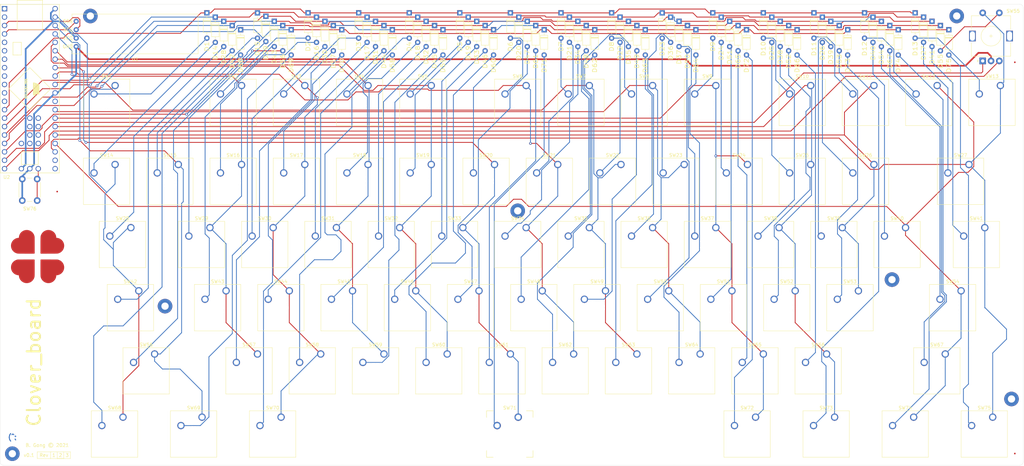
<source format=kicad_pcb>
(kicad_pcb (version 20171130) (host pcbnew "(5.1.7)-1")
  (layers (0 F.Cu signal) (31 B.Cu signal) (34 B.Paste user) (35 F.Paste user) (36 B.SilkS user) (37 F.SilkS user) (38 B.Mask user hide) (39 F.Mask user) (44 Edge.Cuts user))
  (net 0 "")
  (net 1 "Net-(D1-Pad2)")
  (net 2 Row0)
  (net 3 "Net-(D2-Pad2)")
  (net 4 "Net-(D3-Pad2)")
  (net 5 "Net-(D4-Pad2)")
  (net 6 "Net-(D5-Pad2)")
  (net 7 "Net-(D6-Pad2)")
  (net 8 "Net-(D7-Pad2)")
  (net 9 "Net-(D8-Pad2)")
  (net 10 "Net-(D9-Pad2)")
  (net 11 "Net-(D10-Pad2)")
  (net 12 "Net-(D11-Pad2)")
  (net 13 "Net-(D12-Pad2)")
  (net 14 "Net-(D13-Pad2)")
  (net 15 Row1)
  (net 16 "Net-(D14-Pad2)")
  (net 17 "Net-(D15-Pad2)")
  (net 18 "Net-(D16-Pad2)")
  (net 19 "Net-(D17-Pad2)")
  (net 20 "Net-(D18-Pad2)")
  (net 21 "Net-(D19-Pad2)")
  (net 22 "Net-(D20-Pad2)")
  (net 23 "Net-(D21-Pad2)")
  (net 24 "Net-(D22-Pad2)")
  (net 25 "Net-(D23-Pad2)")
  (net 26 "Net-(D24-Pad2)")
  (net 27 "Net-(D25-Pad2)")
  (net 28 "Net-(D26-Pad2)")
  (net 29 "Net-(D27-Pad2)")
  (net 30 "Net-(D28-Pad2)")
  (net 31 Row2)
  (net 32 "Net-(D29-Pad2)")
  (net 33 "Net-(D30-Pad2)")
  (net 34 "Net-(D31-Pad2)")
  (net 35 "Net-(D32-Pad2)")
  (net 36 "Net-(D33-Pad2)")
  (net 37 "Net-(D34-Pad2)")
  (net 38 "Net-(D35-Pad2)")
  (net 39 "Net-(D36-Pad2)")
  (net 40 "Net-(D37-Pad2)")
  (net 41 "Net-(D38-Pad2)")
  (net 42 "Net-(D39-Pad2)")
  (net 43 "Net-(D40-Pad2)")
  (net 44 "Net-(D41-Pad2)")
  (net 45 Row3)
  (net 46 "Net-(D42-Pad2)")
  (net 47 "Net-(D43-Pad2)")
  (net 48 "Net-(D44-Pad2)")
  (net 49 "Net-(D45-Pad2)")
  (net 50 "Net-(D46-Pad2)")
  (net 51 "Net-(D47-Pad2)")
  (net 52 "Net-(D48-Pad2)")
  (net 53 "Net-(D49-Pad2)")
  (net 54 "Net-(D50-Pad2)")
  (net 55 "Net-(D51-Pad2)")
  (net 56 "Net-(D52-Pad2)")
  (net 57 "Net-(D53-Pad2)")
  (net 58 "Net-(D54-Pad2)")
  (net 59 Row4)
  (net 60 "Net-(D55-Pad2)")
  (net 61 "Net-(D56-Pad2)")
  (net 62 "Net-(D57-Pad2)")
  (net 63 "Net-(D58-Pad2)")
  (net 64 "Net-(D59-Pad2)")
  (net 65 "Net-(D60-Pad2)")
  (net 66 "Net-(D61-Pad2)")
  (net 67 "Net-(D62-Pad2)")
  (net 68 "Net-(D63-Pad2)")
  (net 69 "Net-(D64-Pad2)")
  (net 70 "Net-(D65-Pad2)")
  (net 71 "Net-(D66-Pad2)")
  (net 72 "Net-(D67-Pad2)")
  (net 73 "Net-(D68-Pad2)")
  (net 74 Row5)
  (net 75 "Net-(D69-Pad2)")
  (net 76 "Net-(D70-Pad2)")
  (net 77 "Net-(D71-Pad2)")
  (net 78 "Net-(D72-Pad2)")
  (net 79 "Net-(D73-Pad2)")
  (net 80 "Net-(D74-Pad2)")
  (net 81 "Net-(D75-Pad2)")
  (net 82 Col0)
  (net 83 Col2)
  (net 84 Col3)
  (net 85 Col4)
  (net 86 Col5)
  (net 87 Col7)
  (net 88 Col8)
  (net 89 Col9)
  (net 90 Col10)
  (net 91 Col11)
  (net 92 Col12)
  (net 93 Col13)
  (net 94 Col14)
  (net 95 Col1)
  (net 96 Col6)
  (net 97 EncB)
  (net 98 GND)
  (net 99 EncA)
  (net 100 Reset)
  (net 101 SDA)
  (net 102 SCL)
  (net 103 +5V)
  (net 104 "Net-(U2-Pad9)")
  (net 105 "Net-(U2-Pad10)")
  (net 106 "Net-(U2-Pad8)")
  (net 107 "Net-(U2-Pad7)")
  (net 108 "Net-(U2-Pad6)")
  (net 109 "Net-(U2-Pad5)")
  (net 110 "Net-(U2-Pad2)")
  (net 111 "Net-(U2-Pad1)")
  (net 112 "Net-(U2-Pad24)")
  (net 113 "Net-(U2-Pad25)")
  (net 114 "Net-(U2-Pad32)")
  (net 115 "Net-(U2-Pad44)")
  (net 116 "Net-(U2-Pad45)")
  (net 117 "Net-(U2-Pad46)")
  (net 118 "Net-(U2-Pad47)")
  (net 119 "Net-(U2-Pad48)")
  (net 120 "Net-(U2-Pad49)")
  (net 121 "Net-(U2-Pad50)")
  (net 122 "Net-(U2-Pad51)")
  (net 123 "Net-(U2-Pad52)")
  (net 124 "Net-(U2-Pad11)")
  (net 125 "Net-(U2-Pad12)")
  (module Fiducial:Fiducial_0.5mm_Mask1.5mm (layer F.Cu) (at 9.51 89.455)
    (fp_text reference "" (at 0 -1.7145) (layer F.SilkS))
    (fp_text value Fiducial_0.5mm_Mask1.5mm)
    (pad "" smd circle (at 0 0) (size 0.5 0.5) (layers F.Cu F.Mask) (clearance 0.5))
  )
  (module Fiducial:Fiducial_0.5mm_Mask1.5mm (layer F.Cu) (at 298.01 168.455)
    (fp_text reference "" (at 0 -1.7145) (layer F.SilkS))
    (fp_text value Fiducial_0.5mm_Mask1.5mm)
    (pad "" smd circle (at 0 0) (size 0.5 0.5) (layers F.Cu F.Mask) (clearance 0.5))
  )
  (module Fiducial:Fiducial_0.5mm_Mask1.5mm (layer F.Cu) (at 298.01 50.455)
    (fp_text reference "" (at 0 -1.7145) (layer F.SilkS))
    (fp_text value Fiducial_0.5mm_Mask1.5mm)
    (pad "" smd circle (at 0 0) (size 0.5 0.5) (layers F.Cu F.Mask) (clearance 0.5))
  )
  (module Custom:cloverlogo (layer F.Cu) (at 3.51 108.955)
    (fp_text reference "" hide)
    (fp_text value "" hide)
    (fp_poly (pts (xy -1.670734 0.975746) (xy -1.497389 0.976154) (xy -1.35044 0.976896) (xy -1.22761 0.978007) (xy -1.126622 0.979518) (xy -1.045199 0.981462) (xy -0.981065 0.983873) (xy -0.931943 0.986782) (xy -0.895556 0.990223) (xy -0.869628 0.994227) (xy -0.851881 0.998828) (xy -0.840039 1.004059) (xy -0.831825 1.009952) (xy -0.826156 1.015344) (xy -0.819546 1.022478) (xy -0.81365 1.031473) (xy -0.808429 1.04466) (xy -0.803841 1.064373) (xy -0.799846 1.092945) (xy -0.796403 1.132709) (xy -0.793471 1.185996) (xy -0.791009 1.255141) (xy -0.788977 1.342475) (xy -0.787334 1.450332) (xy -0.786039 1.581044) (xy -0.78505 1.736945) (xy -0.784328 1.920367) (xy -0.783832 2.133643) (xy -0.78352 2.379105) (xy -0.783353 2.659087) (xy -0.783288 2.975922) (xy -0.783286 3.331942) (xy -0.783292 3.466041) (xy -0.783326 3.854287) (xy -0.783457 4.202705) (xy -0.783791 4.513801) (xy -0.784434 4.790081) (xy -0.785491 5.034051) (xy -0.78707 5.248215) (xy -0.789276 5.435081) (xy -0.792215 5.597153) (xy -0.795994 5.736938) (xy -0.800717 5.85694) (xy -0.806492 5.959667) (xy -0.813425 6.047622) (xy -0.821621 6.123313) (xy -0.831187 6.189245) (xy -0.842229 6.247923) (xy -0.854852 6.301854) (xy -0.869163 6.353542) (xy -0.885268 6.405495) (xy -0.903274 6.460216) (xy -0.911025 6.483423) (xy -1.022717 6.759385) (xy -1.167281 7.014188) (xy -1.347882 7.252787) (xy -1.516898 7.431897) (xy -1.752124 7.63186) (xy -2.009975 7.798509) (xy -2.285992 7.930342) (xy -2.575715 8.025854) (xy -2.874684 8.083542) (xy -3.17844 8.101902) (xy -3.450167 8.083822) (xy -3.766047 8.023672) (xy -4.061391 7.926605) (xy -4.337244 7.792094) (xy -4.59465 7.619611) (xy -4.834652 7.408629) (xy -4.881142 7.361259) (xy -5.08785 7.117063) (xy -5.255732 6.856124) (xy -5.385169 6.577626) (xy -5.47654 6.28075) (xy -5.530063 5.966204) (xy -5.554336 5.741158) (xy -5.764241 5.717289) (xy -6.085726 5.661837) (xy -6.387392 5.571261) (xy -6.666569 5.446488) (xy -6.838851 5.344779) (xy -6.957491 5.257162) (xy -7.088097 5.144161) (xy -7.221385 5.01526) (xy -7.348074 4.879947) (xy -7.458882 4.747707) (xy -7.544525 4.628025) (xy -7.552078 4.615924) (xy -7.703269 4.3304) (xy -7.813823 4.033923) (xy -7.883483 3.728263) (xy -7.911987 3.415189) (xy -7.899078 3.096472) (xy -7.844496 2.77388) (xy -7.830499 2.71661) (xy -7.784345 2.573215) (xy -7.716434 2.41065) (xy -7.633137 2.241388) (xy -7.540827 2.077895) (xy -7.445874 1.932643) (xy -7.396417 1.867021) (xy -7.185441 1.637314) (xy -6.945128 1.436574) (xy -6.67901 1.267091) (xy -6.390621 1.131155) (xy -6.123038 1.041598) (xy -5.916084 0.984675) (xy -3.392615 0.978515) (xy -3.013083 0.977596) (xy -2.673607 0.976817) (xy -2.371911 0.97621) (xy -2.105718 0.975807) (xy -1.872752 0.975642) (xy -1.670734 0.975746)) (layer F.Cu) (width 0.01))
    (fp_poly (pts (xy 2.339377 0.976103) (xy 2.611487 0.976596) (xy 2.919489 0.977293) (xy 3.26566 0.978165) (xy 3.583114 0.978996) (xy 6.106583 0.985637) (xy 6.282855 1.032641) (xy 6.598353 1.136885) (xy 6.888228 1.274172) (xy 7.151476 1.44371) (xy 7.387088 1.644706) (xy 7.59406 1.876367) (xy 7.771384 2.137898) (xy 7.837676 2.258197) (xy 7.9629 2.544834) (xy 8.048352 2.839388) (xy 8.094826 3.138249) (xy 8.103119 3.437809) (xy 8.074028 3.734462) (xy 8.00835 4.024597) (xy 7.906881 4.304607) (xy 7.770417 4.570884) (xy 7.599755 4.81982) (xy 7.395691 5.047807) (xy 7.180586 5.234835) (xy 6.925438 5.40722) (xy 6.655812 5.541923) (xy 6.367997 5.640413) (xy 6.058283 5.704156) (xy 5.962061 5.716552) (xy 5.744852 5.740993) (xy 5.72057 5.966121) (xy 5.666247 6.282966) (xy 5.573763 6.581744) (xy 5.443485 6.861701) (xy 5.275781 7.122084) (xy 5.071016 7.362139) (xy 5.013245 7.419691) (xy 4.772178 7.627734) (xy 4.520504 7.795922) (xy 4.25465 7.926147) (xy 3.971046 8.020298) (xy 3.81 8.056665) (xy 3.669772 8.07728) (xy 3.508742 8.090915) (xy 3.342502 8.096996) (xy 3.186641 8.094946) (xy 3.058583 8.084438) (xy 2.753035 8.022477) (xy 2.458189 7.921643) (xy 2.178998 7.784437) (xy 1.920413 7.613359) (xy 1.687387 7.410909) (xy 1.650775 7.373661) (xy 1.445482 7.134204) (xy 1.279365 6.88315) (xy 1.149932 6.616388) (xy 1.088291 6.445337) (xy 1.071384 6.391586) (xy 1.056232 6.340913) (xy 1.042738 6.290815) (xy 1.030804 6.238791) (xy 1.020337 6.182339) (xy 1.011238 6.118955) (xy 1.003413 6.046137) (xy 0.996764 5.961384) (xy 0.991196 5.862192) (xy 0.986612 5.746058) (xy 0.982917 5.610482) (xy 0.980014 5.45296) (xy 0.977807 5.270989) (xy 0.9762 5.062068) (xy 0.975096 4.823694) (xy 0.9744 4.553365) (xy 0.974015 4.248577) (xy 0.973845 3.90683) (xy 0.973794 3.525619) (xy 0.973791 3.466041) (xy 0.973781 3.095776) (xy 0.973819 2.765512) (xy 0.973946 2.472915) (xy 0.974203 2.215653) (xy 0.97463 1.991393) (xy 0.975269 1.797803) (xy 0.976159 1.632549) (xy 0.977343 1.493298) (xy 0.97886 1.377718) (xy 0.980751 1.283477) (xy 0.983058 1.20824) (xy 0.985821 1.149676) (xy 0.989081 1.105451) (xy 0.992878 1.073233) (xy 0.997254 1.050689) (xy 1.002249 1.035486) (xy 1.007905 1.025291) (xy 1.014261 1.017772) (xy 1.016655 1.015344) (xy 1.023587 1.008879) (xy 1.032259 1.003105) (xy 1.04495 0.997987) (xy 1.063935 0.993495) (xy 1.091491 0.989595) (xy 1.129896 0.986255) (xy 1.181426 0.983444) (xy 1.248358 0.981129) (xy 1.332968 0.979278) (xy 1.437533 0.977858) (xy 1.564331 0.976838) (xy 1.715637 0.976184) (xy 1.893729 0.975866) (xy 2.100884 0.975849) (xy 2.339377 0.976103)) (layer F.Cu) (width 0.01))
    (fp_poly (pts (xy -2.933662 -7.904534) (xy -2.638883 -7.856354) (xy -2.355526 -7.772494) (xy -2.086489 -7.655117) (xy -1.834671 -7.50639) (xy -1.602968 -7.328477) (xy -1.394278 -7.123545) (xy -1.2115 -6.893757) (xy -1.057531 -6.641281) (xy -0.935268 -6.36828) (xy -0.847611 -6.07692) (xy -0.804974 -5.837104) (xy -0.801308 -5.78571) (xy -0.797948 -5.693187) (xy -0.794905 -5.560737) (xy -0.792188 -5.389562) (xy -0.789808 -5.180866) (xy -0.787775 -4.93585) (xy -0.786099 -4.655718) (xy -0.784791 -4.341672) (xy -0.78386 -3.994915) (xy -0.783316 -3.616649) (xy -0.783167 -3.26705) (xy -0.783167 -0.870906) (xy -0.838938 -0.827037) (xy -0.847938 -0.820274) (xy -0.858339 -0.814247) (xy -0.872493 -0.808917) (xy -0.892751 -0.804244) (xy -0.921467 -0.800189) (xy -0.96099 -0.796713) (xy -1.013672 -0.793776) (xy -1.081867 -0.791339) (xy -1.167924 -0.789362) (xy -1.274196 -0.787805) (xy -1.403034 -0.78663) (xy -1.55679 -0.785797) (xy -1.737816 -0.785267) (xy -1.948463 -0.784999) (xy -2.191082 -0.784955) (xy -2.468027 -0.785095) (xy -2.781648 -0.78538) (xy -3.134296 -0.78577) (xy -3.28898 -0.785949) (xy -3.606729 -0.786458) (xy -3.914545 -0.787225) (xy -4.209557 -0.788226) (xy -4.488891 -0.789442) (xy -4.749674 -0.790849) (xy -4.989033 -0.792428) (xy -5.204096 -0.794156) (xy -5.391988 -0.796012) (xy -5.549839 -0.797975) (xy -5.674773 -0.800022) (xy -5.763919 -0.802133) (xy -5.814404 -0.804285) (xy -5.821184 -0.804888) (xy -6.123858 -0.861232) (xy -6.41463 -0.95654) (xy -6.689897 -1.088268) (xy -6.946059 -1.253868) (xy -7.179512 -1.450796) (xy -7.386655 -1.676503) (xy -7.563887 -1.928444) (xy -7.661845 -2.106084) (xy -7.785227 -2.40062) (xy -7.867745 -2.701475) (xy -7.909811 -3.005563) (xy -7.911835 -3.309799) (xy -7.874228 -3.611098) (xy -7.797402 -3.906373) (xy -7.681769 -4.192541) (xy -7.52774 -4.466514) (xy -7.335725 -4.725209) (xy -7.308466 -4.757014) (xy -7.138883 -4.926808) (xy -6.937651 -5.086575) (xy -6.715339 -5.229438) (xy -6.482512 -5.348523) (xy -6.276397 -5.428489) (xy -6.156457 -5.462736) (xy -6.019538 -5.494127) (xy -5.879604 -5.520097) (xy -5.75062 -5.538082) (xy -5.64655 -5.545518) (xy -5.638669 -5.545582) (xy -5.551754 -5.545667) (xy -5.537498 -5.716609) (xy -5.491133 -6.030048) (xy -5.407022 -6.328507) (xy -5.287566 -6.609372) (xy -5.135167 -6.870028) (xy -4.952226 -7.10786) (xy -4.741145 -7.320253) (xy -4.504325 -7.504593) (xy -4.244167 -7.658265) (xy -3.963072 -7.778655) (xy -3.663442 -7.863146) (xy -3.545897 -7.885188) (xy -3.236966 -7.914867) (xy -2.933662 -7.904534)) (layer F.Cu) (width 0.01))
    (fp_poly (pts (xy 3.729844 -7.886207) (xy 3.744732 -7.883839) (xy 4.032434 -7.817081) (xy 4.313239 -7.712984) (xy 4.580484 -7.575244) (xy 4.8275 -7.407556) (xy 5.047625 -7.213617) (xy 5.146814 -7.106454) (xy 5.339914 -6.852266) (xy 5.493904 -6.583163) (xy 5.609687 -6.297053) (xy 5.688164 -5.991841) (xy 5.72029 -5.77592) (xy 5.744789 -5.55109) (xy 5.931382 -5.537004) (xy 6.227386 -5.493817) (xy 6.517262 -5.410866) (xy 6.796239 -5.2907) (xy 7.059545 -5.135869) (xy 7.30241 -4.94892) (xy 7.520062 -4.732401) (xy 7.587625 -4.652312) (xy 7.701881 -4.491927) (xy 7.81175 -4.303474) (xy 7.910169 -4.101134) (xy 7.990077 -3.899086) (xy 8.033403 -3.757084) (xy 8.088733 -3.460836) (xy 8.104739 -3.156544) (xy 8.082089 -2.850057) (xy 8.021449 -2.547224) (xy 7.923485 -2.253895) (xy 7.841752 -2.074334) (xy 7.692279 -1.824082) (xy 7.508374 -1.591281) (xy 7.295553 -1.380714) (xy 7.059337 -1.197164) (xy 6.805244 -1.045414) (xy 6.538794 -0.930248) (xy 6.510352 -0.920481) (xy 6.456055 -0.902104) (xy 6.407183 -0.88564) (xy 6.361232 -0.870977) (xy 6.315704 -0.858004) (xy 6.268097 -0.84661) (xy 6.215911 -0.836682) (xy 6.156644 -0.828109) (xy 6.087797 -0.820779) (xy 6.006868 -0.814582) (xy 5.911356 -0.809406) (xy 5.798762 -0.805138) (xy 5.666584 -0.801668) (xy 5.512322 -0.798884) (xy 5.333474 -0.796674) (xy 5.127541 -0.794928) (xy 4.892021 -0.793532) (xy 4.624414 -0.792376) (xy 4.322219 -0.791349) (xy 3.982936 -0.790338) (xy 3.604063 -0.789233) (xy 3.565089 -0.789117) (xy 1.087094 -0.781684) (xy 0.973666 -0.870906) (xy 0.973751 -3.287662) (xy 0.973772 -3.674808) (xy 0.973877 -4.022127) (xy 0.974172 -4.332127) (xy 0.974764 -4.607313) (xy 0.975757 -4.850192) (xy 0.977259 -5.06327) (xy 0.979376 -5.249056) (xy 0.982212 -5.410054) (xy 0.985876 -5.548771) (xy 0.990472 -5.667715) (xy 0.996107 -5.769391) (xy 1.002888 -5.856307) (xy 1.010919 -5.930969) (xy 1.020307 -5.995884) (xy 1.031158 -6.053558) (xy 1.043579 -6.106497) (xy 1.057675 -6.157209) (xy 1.073552 -6.2082) (xy 1.091317 -6.261977) (xy 1.100841 -6.290396) (xy 1.219632 -6.581094) (xy 1.371691 -6.848226) (xy 1.55394 -7.089941) (xy 1.763307 -7.304384) (xy 1.996715 -7.489702) (xy 2.25109 -7.644042) (xy 2.523357 -7.76555) (xy 2.810441 -7.852374) (xy 3.109266 -7.902661) (xy 3.416759 -7.914556) (xy 3.729844 -7.886207)) (layer F.Cu) (width 0.01))
  )
  (module Keebio-Parts:RotaryEncoder_EC11 (layer F.Cu) (at 290.83 42.545 90)
    (fp_text reference SW55 (at 7.545 6.67 180) (layer F.SilkS))
    (fp_text value Rotary_Encoder_Switch)
    (pad A thru_hole rect (at -7.5 -2.5 90) (size 2 2) (drill 1) (layers *.Cu *.Mask) (net 99 EncA))
    (pad C thru_hole circle (at -7.5 0 90) (size 2 2) (drill 1) (layers *.Cu *.Mask) (net 98 GND))
    (pad B thru_hole circle (at -7.5 2.5 90) (size 2 2) (drill 1) (layers *.Cu *.Mask) (net 97 EncB))
    (pad "" np_thru_hole rect (at 0 -5.6 90) (size 3.2 2) (drill oval 2.8 1.5) (layers *.Cu *.Mask))
    (pad "" np_thru_hole rect (at 0 5.6 90) (size 3.2 2) (drill oval 2.8 1.5) (layers *.Cu *.Mask))
    (pad S2 thru_hole circle (at 7 -2.5 90) (size 2 2) (drill 1) (layers *.Cu *.Mask) (net 94 Col14))
    (pad S1 thru_hole circle (at 7 2.5 90) (size 2 2) (drill 1) (layers *.Cu *.Mask) (net 60 "Net-(D55-Pad2)"))
  )
  (module Custom:MXOnly-6.25U-ReversedStabilizers-NoLED (layer F.Cu) (at 148.4 157.48)
    (fp_text reference SW71 (at -2.54 -2.794) (layer F.SilkS))
    (fp_text value Space)
    (pad 1 thru_hole circle (at 0 0) (size 2.25 2.25) (drill 1.47) (layers *.Cu B.Mask) (net 96 Col6))
    (pad "" np_thru_hole circle (at -2.54 5.08) (size 3.9878 3.9878) (drill 3.9878) (layers *.Cu *.Mask))
    (pad 2 thru_hole circle (at -6.35 2.54) (size 2.25 2.25) (drill 1.47) (layers *.Cu B.Mask) (net 77 "Net-(D71-Pad2)"))
    (pad "" np_thru_hole circle (at -52.5399 12.065) (size 3.048 3.048) (drill 3.048) (layers *.Cu *.Mask))
    (pad "" np_thru_hole circle (at 47.4599 12.065) (size 3.048 3.048) (drill 3.048) (layers *.Cu *.Mask))
    (pad "" np_thru_hole circle (at -52.5399 -3.175) (size 3.9878 3.9878) (drill 3.9878) (layers *.Cu *.Mask))
    (pad "" np_thru_hole circle (at 47.4599 -3.175) (size 3.9878 3.9878) (drill 3.9878) (layers *.Cu *.Mask))
  )
  (module Custom:D_DO-35_SOD27_P7.62mm_Horizontal (layer F.Cu) (at 54.61 39.37 90)
    (fp_text reference D1 (at -6.35 0 90) (layer F.SilkS) (effects (font (size 1.27 1.524) (thickness 0.2032))))
    (fp_text value "" hide)
    (pad 2 thru_hole oval (at -3.81 0 270) (size 1.6 1.6) (drill 0.8) (layers *.Cu *.Mask) (net 1 "Net-(D1-Pad2)"))
    (pad 1 thru_hole rect (at 3.81 0 270) (size 1.6 1.6) (drill 0.8) (layers *.Cu *.Mask) (net 2 Row0))
  )
  (module Custom:D_DO-35_SOD27_P7.62mm_Horizontal (layer F.Cu) (at 278.13 44.45 90)
    (fp_text reference D75 (at -6.985 0 90) (layer F.SilkS) (effects (font (size 1.27 1.524) (thickness 0.2032))))
    (fp_text value "" hide)
    (pad 2 thru_hole oval (at -3.81 0 270) (size 1.6 1.6) (drill 0.8) (layers *.Cu *.Mask) (net 81 "Net-(D75-Pad2)"))
    (pad 1 thru_hole rect (at 3.81 0 270) (size 1.6 1.6) (drill 0.8) (layers *.Cu *.Mask) (net 74 Row5))
  )
  (module Custom:D_DO-35_SOD27_P7.62mm_Horizontal (layer F.Cu) (at 262.89 44.45 90)
    (fp_text reference D74 (at -6.985 0 90) (layer F.SilkS) (effects (font (size 1.27 1.524) (thickness 0.2032))))
    (fp_text value "" hide)
    (pad 2 thru_hole oval (at -3.81 0 270) (size 1.6 1.6) (drill 0.8) (layers *.Cu *.Mask) (net 80 "Net-(D74-Pad2)"))
    (pad 1 thru_hole rect (at 3.81 0 270) (size 1.6 1.6) (drill 0.8) (layers *.Cu *.Mask) (net 74 Row5))
  )
  (module Custom:D_DO-35_SOD27_P7.62mm_Horizontal (layer F.Cu) (at 247.65 44.45 90)
    (fp_text reference D73 (at -6.985 0 90) (layer F.SilkS) (effects (font (size 1.27 1.524) (thickness 0.2032))))
    (fp_text value "" hide)
    (pad 2 thru_hole oval (at -3.81 0 270) (size 1.6 1.6) (drill 0.8) (layers *.Cu *.Mask) (net 79 "Net-(D73-Pad2)"))
    (pad 1 thru_hole rect (at 3.81 0 270) (size 1.6 1.6) (drill 0.8) (layers *.Cu *.Mask) (net 74 Row5))
  )
  (module Custom:D_DO-35_SOD27_P7.62mm_Horizontal (layer F.Cu) (at 217.17 44.45 90)
    (fp_text reference D72 (at -6.985 0 90) (layer F.SilkS) (effects (font (size 1.27 1.524) (thickness 0.2032))))
    (fp_text value "" hide)
    (pad 2 thru_hole oval (at -3.81 0 270) (size 1.6 1.6) (drill 0.8) (layers *.Cu *.Mask) (net 78 "Net-(D72-Pad2)"))
    (pad 1 thru_hole rect (at 3.81 0 270) (size 1.6 1.6) (drill 0.8) (layers *.Cu *.Mask) (net 74 Row5))
  )
  (module Custom:D_DO-35_SOD27_P7.62mm_Horizontal (layer F.Cu) (at 156.21 44.45 90)
    (fp_text reference D71 (at -6.985 0 90) (layer F.SilkS) (effects (font (size 1.27 1.524) (thickness 0.2032))))
    (fp_text value "" hide)
    (pad 2 thru_hole oval (at -3.81 0 270) (size 1.6 1.6) (drill 0.8) (layers *.Cu *.Mask) (net 77 "Net-(D71-Pad2)"))
    (pad 1 thru_hole rect (at 3.81 0 270) (size 1.6 1.6) (drill 0.8) (layers *.Cu *.Mask) (net 74 Row5))
  )
  (module Custom:D_DO-35_SOD27_P7.62mm_Horizontal (layer F.Cu) (at 95.25 44.45 90)
    (fp_text reference D70 (at -6.985 0 90) (layer F.SilkS) (effects (font (size 1.27 1.524) (thickness 0.2032))))
    (fp_text value "" hide)
    (pad 2 thru_hole oval (at -3.81 0 270) (size 1.6 1.6) (drill 0.8) (layers *.Cu *.Mask) (net 76 "Net-(D70-Pad2)"))
    (pad 1 thru_hole rect (at 3.81 0 270) (size 1.6 1.6) (drill 0.8) (layers *.Cu *.Mask) (net 74 Row5))
  )
  (module Custom:D_DO-35_SOD27_P7.62mm_Horizontal (layer F.Cu) (at 80.01 44.45 90)
    (fp_text reference D69 (at -6.985 0 90) (layer F.SilkS) (effects (font (size 1.27 1.524) (thickness 0.2032))))
    (fp_text value "" hide)
    (pad 2 thru_hole oval (at -3.81 0 270) (size 1.6 1.6) (drill 0.8) (layers *.Cu *.Mask) (net 75 "Net-(D69-Pad2)"))
    (pad 1 thru_hole rect (at 3.81 0 270) (size 1.6 1.6) (drill 0.8) (layers *.Cu *.Mask) (net 74 Row5))
  )
  (module Custom:D_DO-35_SOD27_P7.62mm_Horizontal (layer F.Cu) (at 64.77 44.45 90)
    (fp_text reference D68 (at -6.985 0 90) (layer F.SilkS) (effects (font (size 1.27 1.524) (thickness 0.2032))))
    (fp_text value "" hide)
    (pad 2 thru_hole oval (at -3.81 0 270) (size 1.6 1.6) (drill 0.8) (layers *.Cu *.Mask) (net 73 "Net-(D68-Pad2)"))
    (pad 1 thru_hole rect (at 3.81 0 270) (size 1.6 1.6) (drill 0.8) (layers *.Cu *.Mask) (net 74 Row5))
  )
  (module Custom:D_DO-35_SOD27_P7.62mm_Horizontal (layer F.Cu) (at 260.35 43.18 90)
    (fp_text reference D67 (at -6.985 0 90) (layer F.SilkS) (effects (font (size 1.27 1.524) (thickness 0.2032))))
    (fp_text value "" hide)
    (pad 2 thru_hole oval (at -3.81 0 270) (size 1.6 1.6) (drill 0.8) (layers *.Cu *.Mask) (net 72 "Net-(D67-Pad2)"))
    (pad 1 thru_hole rect (at 3.81 0 270) (size 1.6 1.6) (drill 0.8) (layers *.Cu *.Mask) (net 59 Row4))
  )
  (module Custom:D_DO-35_SOD27_P7.62mm_Horizontal (layer F.Cu) (at 232.41 44.45 90)
    (fp_text reference D66 (at -6.985 0 90) (layer F.SilkS) (effects (font (size 1.27 1.524) (thickness 0.2032))))
    (fp_text value "" hide)
    (pad 2 thru_hole oval (at -3.81 0 270) (size 1.6 1.6) (drill 0.8) (layers *.Cu *.Mask) (net 71 "Net-(D66-Pad2)"))
    (pad 1 thru_hole rect (at 3.81 0 270) (size 1.6 1.6) (drill 0.8) (layers *.Cu *.Mask) (net 59 Row4))
  )
  (module Custom:D_DO-35_SOD27_P7.62mm_Horizontal (layer F.Cu) (at 214.63 43.18 90)
    (fp_text reference D65 (at -6.985 0 90) (layer F.SilkS) (effects (font (size 1.27 1.524) (thickness 0.2032))))
    (fp_text value "" hide)
    (pad 2 thru_hole oval (at -3.81 0 270) (size 1.6 1.6) (drill 0.8) (layers *.Cu *.Mask) (net 70 "Net-(D65-Pad2)"))
    (pad 1 thru_hole rect (at 3.81 0 270) (size 1.6 1.6) (drill 0.8) (layers *.Cu *.Mask) (net 59 Row4))
  )
  (module Custom:D_DO-35_SOD27_P7.62mm_Horizontal (layer F.Cu) (at 201.93 44.45 90)
    (fp_text reference D64 (at -6.985 0 90) (layer F.SilkS) (effects (font (size 1.27 1.524) (thickness 0.2032))))
    (fp_text value "" hide)
    (pad 2 thru_hole oval (at -3.81 0 270) (size 1.6 1.6) (drill 0.8) (layers *.Cu *.Mask) (net 69 "Net-(D64-Pad2)"))
    (pad 1 thru_hole rect (at 3.81 0 270) (size 1.6 1.6) (drill 0.8) (layers *.Cu *.Mask) (net 59 Row4))
  )
  (module Custom:D_DO-35_SOD27_P7.62mm_Horizontal (layer F.Cu) (at 186.69 44.45 90)
    (fp_text reference D63 (at -6.985 0 90) (layer F.SilkS) (effects (font (size 1.27 1.524) (thickness 0.2032))))
    (fp_text value "" hide)
    (pad 2 thru_hole oval (at -3.81 0 270) (size 1.6 1.6) (drill 0.8) (layers *.Cu *.Mask) (net 68 "Net-(D63-Pad2)"))
    (pad 1 thru_hole rect (at 3.81 0 270) (size 1.6 1.6) (drill 0.8) (layers *.Cu *.Mask) (net 59 Row4))
  )
  (module Custom:D_DO-35_SOD27_P7.62mm_Horizontal (layer F.Cu) (at 171.45 44.45 90)
    (fp_text reference D62 (at -6.985 0 90) (layer F.SilkS) (effects (font (size 1.27 1.524) (thickness 0.2032))))
    (fp_text value "" hide)
    (pad 2 thru_hole oval (at -3.81 0 270) (size 1.6 1.6) (drill 0.8) (layers *.Cu *.Mask) (net 67 "Net-(D62-Pad2)"))
    (pad 1 thru_hole rect (at 3.81 0 270) (size 1.6 1.6) (drill 0.8) (layers *.Cu *.Mask) (net 59 Row4))
  )
  (module Custom:D_DO-35_SOD27_P7.62mm_Horizontal (layer F.Cu) (at 153.67 43.18 90)
    (fp_text reference D61 (at -6.985 0 90) (layer F.SilkS) (effects (font (size 1.27 1.524) (thickness 0.2032))))
    (fp_text value "" hide)
    (pad 2 thru_hole oval (at -3.81 0 270) (size 1.6 1.6) (drill 0.8) (layers *.Cu *.Mask) (net 66 "Net-(D61-Pad2)"))
    (pad 1 thru_hole rect (at 3.81 0 270) (size 1.6 1.6) (drill 0.8) (layers *.Cu *.Mask) (net 59 Row4))
  )
  (module Custom:D_DO-35_SOD27_P7.62mm_Horizontal (layer F.Cu) (at 140.97 44.45 90)
    (fp_text reference D60 (at -6.985 0 90) (layer F.SilkS) (effects (font (size 1.27 1.524) (thickness 0.2032))))
    (fp_text value "" hide)
    (pad 2 thru_hole oval (at -3.81 0 270) (size 1.6 1.6) (drill 0.8) (layers *.Cu *.Mask) (net 65 "Net-(D60-Pad2)"))
    (pad 1 thru_hole rect (at 3.81 0 270) (size 1.6 1.6) (drill 0.8) (layers *.Cu *.Mask) (net 59 Row4))
  )
  (module Custom:D_DO-35_SOD27_P7.62mm_Horizontal (layer F.Cu) (at 125.73 44.45 90)
    (fp_text reference D59 (at -6.985 0 90) (layer F.SilkS) (effects (font (size 1.27 1.524) (thickness 0.2032))))
    (fp_text value "" hide)
    (pad 2 thru_hole oval (at -3.81 0 270) (size 1.6 1.6) (drill 0.8) (layers *.Cu *.Mask) (net 64 "Net-(D59-Pad2)"))
    (pad 1 thru_hole rect (at 3.81 0 270) (size 1.6 1.6) (drill 0.8) (layers *.Cu *.Mask) (net 59 Row4))
  )
  (module Custom:D_DO-35_SOD27_P7.62mm_Horizontal (layer F.Cu) (at 110.49 44.45 90)
    (fp_text reference D58 (at -6.985 0 90) (layer F.SilkS) (effects (font (size 1.27 1.524) (thickness 0.2032))))
    (fp_text value "" (at 0 0 90) (layer F.SilkS) (effects (font (size 1.27 1.524) (thickness 0.2032))))
    (pad 2 thru_hole oval (at -3.81 0 270) (size 1.6 1.6) (drill 0.8) (layers *.Cu *.Mask) (net 63 "Net-(D58-Pad2)"))
    (pad 1 thru_hole rect (at 3.81 0 270) (size 1.6 1.6) (drill 0.8) (layers *.Cu *.Mask) (net 59 Row4))
  )
  (module Custom:D_DO-35_SOD27_P7.62mm_Horizontal (layer F.Cu) (at 92.71 43.18 90)
    (fp_text reference D57 (at -6.985 0 90) (layer F.SilkS) (effects (font (size 1.27 1.524) (thickness 0.2032))))
    (fp_text value "" hide)
    (pad 2 thru_hole oval (at -3.81 0 270) (size 1.6 1.6) (drill 0.8) (layers *.Cu *.Mask) (net 62 "Net-(D57-Pad2)"))
    (pad 1 thru_hole rect (at 3.81 0 270) (size 1.6 1.6) (drill 0.8) (layers *.Cu *.Mask) (net 59 Row4))
  )
  (module Custom:D_DO-35_SOD27_P7.62mm_Horizontal (layer F.Cu) (at 77.47 43.18 90)
    (fp_text reference D56 (at -6.985 0 90) (layer F.SilkS) (effects (font (size 1.27 1.524) (thickness 0.2032))))
    (fp_text value "" hide)
    (pad 2 thru_hole oval (at -3.81 0 270) (size 1.6 1.6) (drill 0.8) (layers *.Cu *.Mask) (net 61 "Net-(D56-Pad2)"))
    (pad 1 thru_hole rect (at 3.81 0 270) (size 1.6 1.6) (drill 0.8) (layers *.Cu *.Mask) (net 59 Row4))
  )
  (module Custom:D_DO-35_SOD27_P7.62mm_Horizontal (layer F.Cu) (at 275.59 43.18 90)
    (fp_text reference D55 (at -6.985 0 90) (layer F.SilkS) (effects (font (size 1.27 1.524) (thickness 0.2032))))
    (fp_text value "" hide)
    (pad 2 thru_hole oval (at -3.81 0 270) (size 1.6 1.6) (drill 0.8) (layers *.Cu *.Mask) (net 60 "Net-(D55-Pad2)"))
    (pad 1 thru_hole rect (at 3.81 0 270) (size 1.6 1.6) (drill 0.8) (layers *.Cu *.Mask) (net 59 Row4))
  )
  (module Custom:D_DO-35_SOD27_P7.62mm_Horizontal (layer F.Cu) (at 257.81 41.91 90)
    (fp_text reference D54 (at -6.985 0 90) (layer F.SilkS) (effects (font (size 1.27 1.524) (thickness 0.2032))))
    (fp_text value "" hide)
    (pad 2 thru_hole oval (at -3.81 0 270) (size 1.6 1.6) (drill 0.8) (layers *.Cu *.Mask) (net 58 "Net-(D54-Pad2)"))
    (pad 1 thru_hole rect (at 3.81 0 270) (size 1.6 1.6) (drill 0.8) (layers *.Cu *.Mask) (net 45 Row3))
  )
  (module Custom:D_DO-35_SOD27_P7.62mm_Horizontal (layer F.Cu) (at 245.11 43.18 90)
    (fp_text reference D53 (at -6.985 0 90) (layer F.SilkS) (effects (font (size 1.27 1.524) (thickness 0.2032))))
    (fp_text value "" hide)
    (pad 2 thru_hole oval (at -3.81 0 270) (size 1.6 1.6) (drill 0.8) (layers *.Cu *.Mask) (net 57 "Net-(D53-Pad2)"))
    (pad 1 thru_hole rect (at 3.81 0 270) (size 1.6 1.6) (drill 0.8) (layers *.Cu *.Mask) (net 45 Row3))
  )
  (module Custom:D_DO-35_SOD27_P7.62mm_Horizontal (layer F.Cu) (at 229.87 43.18 90)
    (fp_text reference D52 (at -6.985 0 90) (layer F.SilkS) (effects (font (size 1.27 1.524) (thickness 0.2032))))
    (fp_text value "" hide)
    (pad 2 thru_hole oval (at -3.81 0 270) (size 1.6 1.6) (drill 0.8) (layers *.Cu *.Mask) (net 56 "Net-(D52-Pad2)"))
    (pad 1 thru_hole rect (at 3.81 0 270) (size 1.6 1.6) (drill 0.8) (layers *.Cu *.Mask) (net 45 Row3))
  )
  (module Custom:D_DO-35_SOD27_P7.62mm_Horizontal (layer F.Cu) (at 212.09 41.91 90)
    (fp_text reference D51 (at -6.985 0 90) (layer F.SilkS) (effects (font (size 1.27 1.524) (thickness 0.2032))))
    (fp_text value "" hide)
    (pad 2 thru_hole oval (at -3.81 0 270) (size 1.6 1.6) (drill 0.8) (layers *.Cu *.Mask) (net 55 "Net-(D51-Pad2)"))
    (pad 1 thru_hole rect (at 3.81 0 270) (size 1.6 1.6) (drill 0.8) (layers *.Cu *.Mask) (net 45 Row3))
  )
  (module Custom:D_DO-35_SOD27_P7.62mm_Horizontal (layer F.Cu) (at 199.39 43.18 90)
    (fp_text reference D50 (at -6.985 0 90) (layer F.SilkS) (effects (font (size 1.27 1.524) (thickness 0.2032))))
    (fp_text value "" hide)
    (pad 2 thru_hole oval (at -3.81 0 270) (size 1.6 1.6) (drill 0.8) (layers *.Cu *.Mask) (net 54 "Net-(D50-Pad2)"))
    (pad 1 thru_hole rect (at 3.81 0 270) (size 1.6 1.6) (drill 0.8) (layers *.Cu *.Mask) (net 45 Row3))
  )
  (module Custom:D_DO-35_SOD27_P7.62mm_Horizontal (layer F.Cu) (at 184.15 43.18 90)
    (fp_text reference D49 (at -6.985 0 90) (layer F.SilkS) (effects (font (size 1.27 1.524) (thickness 0.2032))))
    (fp_text value "" hide)
    (pad 2 thru_hole oval (at -3.81 0 270) (size 1.6 1.6) (drill 0.8) (layers *.Cu *.Mask) (net 53 "Net-(D49-Pad2)"))
    (pad 1 thru_hole rect (at 3.81 0 270) (size 1.6 1.6) (drill 0.8) (layers *.Cu *.Mask) (net 45 Row3))
  )
  (module Custom:D_DO-35_SOD27_P7.62mm_Horizontal (layer F.Cu) (at 168.91 43.18 90)
    (fp_text reference D48 (at -6.985 0 90) (layer F.SilkS) (effects (font (size 1.27 1.524) (thickness 0.2032))))
    (fp_text value "" hide)
    (pad 2 thru_hole oval (at -3.81 0 270) (size 1.6 1.6) (drill 0.8) (layers *.Cu *.Mask) (net 52 "Net-(D48-Pad2)"))
    (pad 1 thru_hole rect (at 3.81 0 270) (size 1.6 1.6) (drill 0.8) (layers *.Cu *.Mask) (net 45 Row3))
  )
  (module Custom:D_DO-35_SOD27_P7.62mm_Horizontal (layer F.Cu) (at 151.13 41.91 90)
    (fp_text reference D47 (at -6.985 0 90) (layer F.SilkS) (effects (font (size 1.27 1.524) (thickness 0.2032))))
    (fp_text value "" hide)
    (pad 2 thru_hole oval (at -3.81 0 270) (size 1.6 1.6) (drill 0.8) (layers *.Cu *.Mask) (net 51 "Net-(D47-Pad2)"))
    (pad 1 thru_hole rect (at 3.81 0 270) (size 1.6 1.6) (drill 0.8) (layers *.Cu *.Mask) (net 45 Row3))
  )
  (module Custom:D_DO-35_SOD27_P7.62mm_Horizontal (layer F.Cu) (at 138.43 43.18 90)
    (fp_text reference D46 (at -6.985 0 90) (layer F.SilkS) (effects (font (size 1.27 1.524) (thickness 0.2032))))
    (fp_text value "" hide)
    (pad 2 thru_hole oval (at -3.81 0 270) (size 1.6 1.6) (drill 0.8) (layers *.Cu *.Mask) (net 50 "Net-(D46-Pad2)"))
    (pad 1 thru_hole rect (at 3.81 0 270) (size 1.6 1.6) (drill 0.8) (layers *.Cu *.Mask) (net 45 Row3))
  )
  (module Custom:D_DO-35_SOD27_P7.62mm_Horizontal (layer F.Cu) (at 123.19 43.18 90)
    (fp_text reference D45 (at -6.985 0 90) (layer F.SilkS) (effects (font (size 1.27 1.524) (thickness 0.2032))))
    (fp_text value "" hide)
    (pad 2 thru_hole oval (at -3.81 0 270) (size 1.6 1.6) (drill 0.8) (layers *.Cu *.Mask) (net 49 "Net-(D45-Pad2)"))
    (pad 1 thru_hole rect (at 3.81 0 270) (size 1.6 1.6) (drill 0.8) (layers *.Cu *.Mask) (net 45 Row3))
  )
  (module Custom:D_DO-35_SOD27_P7.62mm_Horizontal (layer F.Cu) (at 107.95 43.18 90)
    (fp_text reference D44 (at -6.985 0 90) (layer F.SilkS) (effects (font (size 1.27 1.524) (thickness 0.2032))))
    (fp_text value "" hide)
    (pad 2 thru_hole oval (at -3.81 0 270) (size 1.6 1.6) (drill 0.8) (layers *.Cu *.Mask) (net 48 "Net-(D44-Pad2)"))
    (pad 1 thru_hole rect (at 3.81 0 270) (size 1.6 1.6) (drill 0.8) (layers *.Cu *.Mask) (net 45 Row3))
  )
  (module Custom:D_DO-35_SOD27_P7.62mm_Horizontal (layer F.Cu) (at 74.93 41.91 90)
    (fp_text reference D43 (at -6.985 0 90) (layer F.SilkS) (effects (font (size 1.27 1.524) (thickness 0.2032))))
    (fp_text value "" hide)
    (pad 2 thru_hole oval (at -3.81 0 270) (size 1.6 1.6) (drill 0.8) (layers *.Cu *.Mask) (net 47 "Net-(D43-Pad2)"))
    (pad 1 thru_hole rect (at 3.81 0 270) (size 1.6 1.6) (drill 0.8) (layers *.Cu *.Mask) (net 45 Row3))
  )
  (module Custom:D_DO-35_SOD27_P7.62mm_Horizontal (layer F.Cu) (at 62.23 43.18 90)
    (fp_text reference D42 (at -6.985 0 90) (layer F.SilkS) (effects (font (size 1.27 1.524) (thickness 0.2032))))
    (fp_text value "" hide)
    (pad 2 thru_hole oval (at -3.81 0 270) (size 1.6 1.6) (drill 0.8) (layers *.Cu *.Mask) (net 46 "Net-(D42-Pad2)"))
    (pad 1 thru_hole rect (at 3.81 0 270) (size 1.6 1.6) (drill 0.8) (layers *.Cu *.Mask) (net 45 Row3))
  )
  (module Custom:D_DO-35_SOD27_P7.62mm_Horizontal (layer F.Cu) (at 273.05 41.91 90)
    (fp_text reference D41 (at -6.985 0 90) (layer F.SilkS) (effects (font (size 1.27 1.524) (thickness 0.2032))))
    (fp_text value "" hide)
    (pad 2 thru_hole oval (at -3.81 0 270) (size 1.6 1.6) (drill 0.8) (layers *.Cu *.Mask) (net 44 "Net-(D41-Pad2)"))
    (pad 1 thru_hole rect (at 3.81 0 270) (size 1.6 1.6) (drill 0.8) (layers *.Cu *.Mask) (net 31 Row2))
  )
  (module Custom:D_DO-35_SOD27_P7.62mm_Horizontal (layer F.Cu) (at 255.27 40.64 90)
    (fp_text reference D40 (at -6.985 0 90) (layer F.SilkS) (effects (font (size 1.27 1.524) (thickness 0.2032))))
    (fp_text value "" hide)
    (pad 2 thru_hole oval (at -3.81 0 270) (size 1.6 1.6) (drill 0.8) (layers *.Cu *.Mask) (net 43 "Net-(D40-Pad2)"))
    (pad 1 thru_hole rect (at 3.81 0 270) (size 1.6 1.6) (drill 0.8) (layers *.Cu *.Mask) (net 31 Row2))
  )
  (module Custom:D_DO-35_SOD27_P7.62mm_Horizontal (layer F.Cu) (at 242.57 41.91 90)
    (fp_text reference D39 (at -6.985 0 90) (layer F.SilkS) (effects (font (size 1.27 1.524) (thickness 0.2032))))
    (fp_text value "" hide)
    (pad 2 thru_hole oval (at -3.81 0 270) (size 1.6 1.6) (drill 0.8) (layers *.Cu *.Mask) (net 42 "Net-(D39-Pad2)"))
    (pad 1 thru_hole rect (at 3.81 0 270) (size 1.6 1.6) (drill 0.8) (layers *.Cu *.Mask) (net 31 Row2))
  )
  (module Custom:D_DO-35_SOD27_P7.62mm_Horizontal (layer F.Cu) (at 227.33 41.91 90)
    (fp_text reference D38 (at -6.985 0 90) (layer F.SilkS) (effects (font (size 1.27 1.524) (thickness 0.2032))))
    (fp_text value "" hide)
    (pad 2 thru_hole oval (at -3.81 0 270) (size 1.6 1.6) (drill 0.8) (layers *.Cu *.Mask) (net 41 "Net-(D38-Pad2)"))
    (pad 1 thru_hole rect (at 3.81 0 270) (size 1.6 1.6) (drill 0.8) (layers *.Cu *.Mask) (net 31 Row2))
  )
  (module Custom:D_DO-35_SOD27_P7.62mm_Horizontal (layer F.Cu) (at 196.85 41.91 90)
    (fp_text reference D37 (at -6.985 0 90) (layer F.SilkS) (effects (font (size 1.27 1.524) (thickness 0.2032))))
    (fp_text value "" hide)
    (pad 2 thru_hole oval (at -3.81 0 270) (size 1.6 1.6) (drill 0.8) (layers *.Cu *.Mask) (net 40 "Net-(D37-Pad2)"))
    (pad 1 thru_hole rect (at 3.81 0 270) (size 1.6 1.6) (drill 0.8) (layers *.Cu *.Mask) (net 31 Row2))
  )
  (module Custom:D_DO-35_SOD27_P7.62mm_Horizontal (layer F.Cu) (at 194.31 40.64 90)
    (fp_text reference D36 (at -6.985 0 90) (layer F.SilkS) (effects (font (size 1.27 1.524) (thickness 0.2032))))
    (fp_text value "" hide)
    (pad 2 thru_hole oval (at -3.81 0 270) (size 1.6 1.6) (drill 0.8) (layers *.Cu *.Mask) (net 39 "Net-(D36-Pad2)"))
    (pad 1 thru_hole rect (at 3.81 0 270) (size 1.6 1.6) (drill 0.8) (layers *.Cu *.Mask) (net 31 Row2))
  )
  (module Custom:D_DO-35_SOD27_P7.62mm_Horizontal (layer F.Cu) (at 181.61 41.91 90)
    (fp_text reference D35 (at -6.985 0 90) (layer F.SilkS) (effects (font (size 1.27 1.524) (thickness 0.2032))))
    (fp_text value "" hide)
    (pad 2 thru_hole oval (at -3.81 0 270) (size 1.6 1.6) (drill 0.8) (layers *.Cu *.Mask) (net 38 "Net-(D35-Pad2)"))
    (pad 1 thru_hole rect (at 3.81 0 270) (size 1.6 1.6) (drill 0.8) (layers *.Cu *.Mask) (net 31 Row2))
  )
  (module Custom:D_DO-35_SOD27_P7.62mm_Horizontal (layer F.Cu) (at 166.37 41.91 90)
    (fp_text reference D34 (at -6.985 0 90) (layer F.SilkS) (effects (font (size 1.27 1.524) (thickness 0.2032))))
    (fp_text value "" hide)
    (pad 2 thru_hole oval (at -3.81 0 270) (size 1.6 1.6) (drill 0.8) (layers *.Cu *.Mask) (net 37 "Net-(D34-Pad2)"))
    (pad 1 thru_hole rect (at 3.81 0 270) (size 1.6 1.6) (drill 0.8) (layers *.Cu *.Mask) (net 31 Row2))
  )
  (module Custom:D_DO-35_SOD27_P7.62mm_Horizontal (layer F.Cu) (at 135.89 41.91 90)
    (fp_text reference D33 (at -6.985 0 90) (layer F.SilkS) (effects (font (size 1.27 1.524) (thickness 0.2032))))
    (fp_text value "" hide)
    (pad 2 thru_hole oval (at -3.81 0 270) (size 1.6 1.6) (drill 0.8) (layers *.Cu *.Mask) (net 36 "Net-(D33-Pad2)"))
    (pad 1 thru_hole rect (at 3.81 0 270) (size 1.6 1.6) (drill 0.8) (layers *.Cu *.Mask) (net 31 Row2))
  )
  (module Custom:D_DO-35_SOD27_P7.62mm_Horizontal (layer F.Cu) (at 120.65 41.91 90)
    (fp_text reference D32 (at -6.985 0 90) (layer F.SilkS) (effects (font (size 1.27 1.524) (thickness 0.2032))))
    (fp_text value "" hide)
    (pad 2 thru_hole oval (at -3.81 0 270) (size 1.6 1.6) (drill 0.8) (layers *.Cu *.Mask) (net 35 "Net-(D32-Pad2)"))
    (pad 1 thru_hole rect (at 3.81 0 270) (size 1.6 1.6) (drill 0.8) (layers *.Cu *.Mask) (net 31 Row2))
  )
  (module Custom:D_DO-35_SOD27_P7.62mm_Horizontal (layer F.Cu) (at 105.41 41.91 90)
    (fp_text reference D31 (at -6.985 0 90) (layer F.SilkS) (effects (font (size 1.27 1.524) (thickness 0.2032))))
    (fp_text value "" hide)
    (pad 2 thru_hole oval (at -3.81 0 270) (size 1.6 1.6) (drill 0.8) (layers *.Cu *.Mask) (net 34 "Net-(D31-Pad2)"))
    (pad 1 thru_hole rect (at 3.81 0 270) (size 1.6 1.6) (drill 0.8) (layers *.Cu *.Mask) (net 31 Row2))
  )
  (module Custom:D_DO-35_SOD27_P7.62mm_Horizontal (layer F.Cu) (at 90.17 41.91 90)
    (fp_text reference D30 (at -6.985 0 90) (layer F.SilkS) (effects (font (size 1.27 1.524) (thickness 0.2032))))
    (fp_text value "" hide)
    (pad 2 thru_hole oval (at -3.81 0 270) (size 1.6 1.6) (drill 0.8) (layers *.Cu *.Mask) (net 33 "Net-(D30-Pad2)"))
    (pad 1 thru_hole rect (at 3.81 0 270) (size 1.6 1.6) (drill 0.8) (layers *.Cu *.Mask) (net 31 Row2))
  )
  (module Custom:D_DO-35_SOD27_P7.62mm_Horizontal (layer F.Cu) (at 72.39 40.386 90)
    (fp_text reference D29 (at -7.239 0 90) (layer F.SilkS) (effects (font (size 1.27 1.524) (thickness 0.2032))))
    (fp_text value "" hide)
    (pad 2 thru_hole oval (at -3.81 0 270) (size 1.6 1.6) (drill 0.8) (layers *.Cu *.Mask) (net 32 "Net-(D29-Pad2)"))
    (pad 1 thru_hole rect (at 3.81 0 270) (size 1.6 1.6) (drill 0.8) (layers *.Cu *.Mask) (net 31 Row2))
  )
  (module Custom:D_DO-35_SOD27_P7.62mm_Horizontal (layer F.Cu) (at 59.69 41.91 90)
    (fp_text reference D28 (at -6.985 0 90) (layer F.SilkS) (effects (font (size 1.27 1.524) (thickness 0.2032))))
    (fp_text value "" hide)
    (pad 2 thru_hole oval (at -3.81 0 270) (size 1.6 1.6) (drill 0.8) (layers *.Cu *.Mask) (net 30 "Net-(D28-Pad2)"))
    (pad 1 thru_hole rect (at 3.81 0 270) (size 1.6 1.6) (drill 0.8) (layers *.Cu *.Mask) (net 31 Row2))
  )
  (module Custom:D_DO-35_SOD27_P7.62mm_Horizontal (layer F.Cu) (at 270.51 40.64 90)
    (fp_text reference D27 (at -6.985 0 90) (layer F.SilkS) (effects (font (size 1.27 1.524) (thickness 0.2032))))
    (fp_text value "" hide)
    (pad 2 thru_hole oval (at -3.81 0 270) (size 1.6 1.6) (drill 0.8) (layers *.Cu *.Mask) (net 29 "Net-(D27-Pad2)"))
    (pad 1 thru_hole rect (at 3.81 0 270) (size 1.6 1.6) (drill 0.8) (layers *.Cu *.Mask) (net 15 Row1))
  )
  (module Custom:D_DO-35_SOD27_P7.62mm_Horizontal (layer F.Cu) (at 240.03 40.64 90)
    (fp_text reference D26 (at -6.985 0 90) (layer F.SilkS) (effects (font (size 1.27 1.524) (thickness 0.2032))))
    (fp_text value "" hide)
    (pad 2 thru_hole oval (at -3.81 0 270) (size 1.6 1.6) (drill 0.8) (layers *.Cu *.Mask) (net 28 "Net-(D26-Pad2)"))
    (pad 1 thru_hole rect (at 3.81 0 270) (size 1.6 1.6) (drill 0.8) (layers *.Cu *.Mask) (net 15 Row1))
  )
  (module Custom:D_DO-35_SOD27_P7.62mm_Horizontal (layer F.Cu) (at 224.79 40.64 90)
    (fp_text reference D25 (at -6.985 0 90) (layer F.SilkS) (effects (font (size 1.27 1.524) (thickness 0.2032))))
    (fp_text value "" hide)
    (pad 2 thru_hole oval (at -3.81 0 270) (size 1.6 1.6) (drill 0.8) (layers *.Cu *.Mask) (net 27 "Net-(D25-Pad2)"))
    (pad 1 thru_hole rect (at 3.81 0 270) (size 1.6 1.6) (drill 0.8) (layers *.Cu *.Mask) (net 15 Row1))
  )
  (module Custom:D_DO-35_SOD27_P7.62mm_Horizontal (layer F.Cu) (at 209.55 40.64 90)
    (fp_text reference D24 (at -6.985 0 90) (layer F.SilkS) (effects (font (size 1.27 1.524) (thickness 0.2032))))
    (fp_text value "" hide)
    (pad 2 thru_hole oval (at -3.81 0 270) (size 1.6 1.6) (drill 0.8) (layers *.Cu *.Mask) (net 26 "Net-(D24-Pad2)"))
    (pad 1 thru_hole rect (at 3.81 0 270) (size 1.6 1.6) (drill 0.8) (layers *.Cu *.Mask) (net 15 Row1))
  )
  (module Custom:D_DO-35_SOD27_P7.62mm_Horizontal (layer F.Cu) (at 191.77 39.37 90)
    (fp_text reference D23 (at -6.985 0 90) (layer F.SilkS) (effects (font (size 1.27 1.524) (thickness 0.2032))))
    (fp_text value "" hide)
    (pad 2 thru_hole oval (at -3.81 0 270) (size 1.6 1.6) (drill 0.8) (layers *.Cu *.Mask) (net 25 "Net-(D23-Pad2)"))
    (pad 1 thru_hole rect (at 3.81 0 270) (size 1.6 1.6) (drill 0.8) (layers *.Cu *.Mask) (net 15 Row1))
  )
  (module Custom:D_DO-35_SOD27_P7.62mm_Horizontal (layer F.Cu) (at 179.07 40.64 90)
    (fp_text reference D22 (at -6.985 0 90) (layer F.SilkS) (effects (font (size 1.27 1.524) (thickness 0.2032))))
    (fp_text value "" hide)
    (pad 2 thru_hole oval (at -3.81 0 270) (size 1.6 1.6) (drill 0.8) (layers *.Cu *.Mask) (net 24 "Net-(D22-Pad2)"))
    (pad 1 thru_hole rect (at 3.81 0 270) (size 1.6 1.6) (drill 0.8) (layers *.Cu *.Mask) (net 15 Row1))
  )
  (module Custom:D_DO-35_SOD27_P7.62mm_Horizontal (layer F.Cu) (at 163.83 40.64 90)
    (fp_text reference D21 (at -6.985 0 90) (layer F.SilkS) (effects (font (size 1.27 1.524) (thickness 0.2032))))
    (fp_text value "" hide)
    (pad 2 thru_hole oval (at -3.81 0 270) (size 1.6 1.6) (drill 0.8) (layers *.Cu *.Mask) (net 23 "Net-(D21-Pad2)"))
    (pad 1 thru_hole rect (at 3.81 0 270) (size 1.6 1.6) (drill 0.8) (layers *.Cu *.Mask) (net 15 Row1))
  )
  (module Custom:D_DO-35_SOD27_P7.62mm_Horizontal (layer F.Cu) (at 148.59 40.64 90)
    (fp_text reference D20 (at -6.985 0 90) (layer F.SilkS) (effects (font (size 1.27 1.524) (thickness 0.2032))))
    (fp_text value "" hide)
    (pad 2 thru_hole oval (at -3.81 0 270) (size 1.6 1.6) (drill 0.8) (layers *.Cu *.Mask) (net 22 "Net-(D20-Pad2)"))
    (pad 1 thru_hole rect (at 3.81 0 270) (size 1.6 1.6) (drill 0.8) (layers *.Cu *.Mask) (net 15 Row1))
  )
  (module Custom:D_DO-35_SOD27_P7.62mm_Horizontal (layer F.Cu) (at 133.35 40.64 90)
    (fp_text reference D19 (at -6.985 0 90) (layer F.SilkS) (effects (font (size 1.27 1.524) (thickness 0.2032))))
    (fp_text value "" hide)
    (pad 2 thru_hole oval (at -3.81 0 270) (size 1.6 1.6) (drill 0.8) (layers *.Cu *.Mask) (net 21 "Net-(D19-Pad2)"))
    (pad 1 thru_hole rect (at 3.81 0 270) (size 1.6 1.6) (drill 0.8) (layers *.Cu *.Mask) (net 15 Row1))
  )
  (module Custom:D_DO-35_SOD27_P7.62mm_Horizontal (layer F.Cu) (at 118.11 40.64 90)
    (fp_text reference D18 (at -6.985 0 90) (layer F.SilkS) (effects (font (size 1.27 1.524) (thickness 0.2032))))
    (fp_text value "" hide)
    (pad 2 thru_hole oval (at -3.81 0 270) (size 1.6 1.6) (drill 0.8) (layers *.Cu *.Mask) (net 20 "Net-(D18-Pad2)"))
    (pad 1 thru_hole rect (at 3.81 0 270) (size 1.6 1.6) (drill 0.8) (layers *.Cu *.Mask) (net 15 Row1))
  )
  (module Custom:D_DO-35_SOD27_P7.62mm_Horizontal (layer F.Cu) (at 102.87 40.64 90)
    (fp_text reference D17 (at -6.985 0 90) (layer F.SilkS) (effects (font (size 1.27 1.524) (thickness 0.2032))))
    (fp_text value "" hide)
    (pad 2 thru_hole oval (at -3.81 0 270) (size 1.6 1.6) (drill 0.8) (layers *.Cu *.Mask) (net 19 "Net-(D17-Pad2)"))
    (pad 1 thru_hole rect (at 3.81 0 270) (size 1.6 1.6) (drill 0.8) (layers *.Cu *.Mask) (net 15 Row1))
  )
  (module Custom:D_DO-35_SOD27_P7.62mm_Horizontal (layer F.Cu) (at 87.63 40.64 90)
    (fp_text reference D16 (at -6.985 0 90) (layer F.SilkS) (effects (font (size 1.27 1.524) (thickness 0.2032))))
    (fp_text value "" hide)
    (pad 2 thru_hole oval (at -3.81 0 270) (size 1.6 1.6) (drill 0.8) (layers *.Cu *.Mask) (net 18 "Net-(D16-Pad2)"))
    (pad 1 thru_hole rect (at 3.81 0 270) (size 1.6 1.6) (drill 0.8) (layers *.Cu *.Mask) (net 15 Row1))
  )
  (module Custom:D_DO-35_SOD27_P7.62mm_Horizontal (layer F.Cu) (at 69.85 39.37 90)
    (fp_text reference D15 (at -6.985 0 90) (layer F.SilkS) (effects (font (size 1.27 1.524) (thickness 0.2032))))
    (fp_text value "" hide)
    (pad 2 thru_hole oval (at -3.81 0 270) (size 1.6 1.6) (drill 0.8) (layers *.Cu *.Mask) (net 17 "Net-(D15-Pad2)"))
    (pad 1 thru_hole rect (at 3.81 0 270) (size 1.6 1.6) (drill 0.8) (layers *.Cu *.Mask) (net 15 Row1))
  )
  (module Custom:D_DO-35_SOD27_P7.62mm_Horizontal (layer F.Cu) (at 57.15 40.64 90)
    (fp_text reference D14 (at -6.985 0 90) (layer F.SilkS) (effects (font (size 1.27 1.524) (thickness 0.2032))))
    (fp_text value "" hide)
    (pad 2 thru_hole oval (at -3.81 0 270) (size 1.6 1.6) (drill 0.8) (layers *.Cu *.Mask) (net 16 "Net-(D14-Pad2)"))
    (pad 1 thru_hole rect (at 3.81 0 270) (size 1.6 1.6) (drill 0.8) (layers *.Cu *.Mask) (net 15 Row1))
  )
  (module Custom:D_DO-35_SOD27_P7.62mm_Horizontal (layer F.Cu) (at 267.97 39.37 90)
    (fp_text reference D13 (at -6.985 0 90) (layer F.SilkS) (effects (font (size 1.27 1.524) (thickness 0.2032))))
    (fp_text value "" hide)
    (pad 2 thru_hole oval (at -3.81 0 270) (size 1.6 1.6) (drill 0.8) (layers *.Cu *.Mask) (net 14 "Net-(D13-Pad2)"))
    (pad 1 thru_hole rect (at 3.81 0 270) (size 1.6 1.6) (drill 0.8) (layers *.Cu *.Mask) (net 2 Row0))
  )
  (module Custom:D_DO-35_SOD27_P7.62mm_Horizontal (layer F.Cu) (at 252.73 39.37 90)
    (fp_text reference D12 (at -6.985 0 90) (layer F.SilkS) (effects (font (size 1.27 1.524) (thickness 0.2032))))
    (fp_text value "" hide)
    (pad 2 thru_hole oval (at -3.81 0 270) (size 1.6 1.6) (drill 0.8) (layers *.Cu *.Mask) (net 13 "Net-(D12-Pad2)"))
    (pad 1 thru_hole rect (at 3.81 0 270) (size 1.6 1.6) (drill 0.8) (layers *.Cu *.Mask) (net 2 Row0))
  )
  (module Custom:D_DO-35_SOD27_P7.62mm_Horizontal (layer F.Cu) (at 237.49 39.37 90)
    (fp_text reference D11 (at -6.985 0 90) (layer F.SilkS) (effects (font (size 1.27 1.524) (thickness 0.2032))))
    (fp_text value "" hide)
    (pad 2 thru_hole oval (at -3.81 0 270) (size 1.6 1.6) (drill 0.8) (layers *.Cu *.Mask) (net 12 "Net-(D11-Pad2)"))
    (pad 1 thru_hole rect (at 3.81 0 270) (size 1.6 1.6) (drill 0.8) (layers *.Cu *.Mask) (net 2 Row0))
  )
  (module Custom:D_DO-35_SOD27_P7.62mm_Horizontal (layer F.Cu) (at 222.25 39.37 90)
    (fp_text reference D10 (at -6.985 0 90) (layer F.SilkS) (effects (font (size 1.27 1.524) (thickness 0.2032))))
    (fp_text value "" hide)
    (pad 2 thru_hole oval (at -3.81 0 270) (size 1.6 1.6) (drill 0.8) (layers *.Cu *.Mask) (net 11 "Net-(D10-Pad2)"))
    (pad 1 thru_hole rect (at 3.81 0 270) (size 1.6 1.6) (drill 0.8) (layers *.Cu *.Mask) (net 2 Row0))
  )
  (module Custom:D_DO-35_SOD27_P7.62mm_Horizontal (layer F.Cu) (at 207.01 39.37 90)
    (fp_text reference D9 (at -6.35 0 90) (layer F.SilkS) (effects (font (size 1.27 1.524) (thickness 0.2032))))
    (fp_text value "" hide)
    (pad 2 thru_hole oval (at -3.81 0 270) (size 1.6 1.6) (drill 0.8) (layers *.Cu *.Mask) (net 10 "Net-(D9-Pad2)"))
    (pad 1 thru_hole rect (at 3.81 0 270) (size 1.6 1.6) (drill 0.8) (layers *.Cu *.Mask) (net 2 Row0))
  )
  (module Custom:D_DO-35_SOD27_P7.62mm_Horizontal (layer F.Cu) (at 176.53 39.37 90)
    (fp_text reference D8 (at -6.35 0 90) (layer F.SilkS) (effects (font (size 1.27 1.524) (thickness 0.2032))))
    (fp_text value "" (at 0 0 90) (layer F.SilkS) (effects (font (size 1.27 1.524) (thickness 0.2032))))
    (pad 2 thru_hole oval (at -3.81 0 270) (size 1.6 1.6) (drill 0.8) (layers *.Cu *.Mask) (net 9 "Net-(D8-Pad2)"))
    (pad 1 thru_hole rect (at 3.81 0 270) (size 1.6 1.6) (drill 0.8) (layers *.Cu *.Mask) (net 2 Row0))
  )
  (module Custom:D_DO-35_SOD27_P7.62mm_Horizontal (layer F.Cu) (at 161.29 39.37 90)
    (fp_text reference D7 (at -6.35 0 90) (layer F.SilkS) (effects (font (size 1.27 1.524) (thickness 0.2032))))
    (fp_text value "" hide)
    (pad 2 thru_hole oval (at -3.81 0 270) (size 1.6 1.6) (drill 0.8) (layers *.Cu *.Mask) (net 8 "Net-(D7-Pad2)"))
    (pad 1 thru_hole rect (at 3.81 0 270) (size 1.6 1.6) (drill 0.8) (layers *.Cu *.Mask) (net 2 Row0))
  )
  (module Custom:D_DO-35_SOD27_P7.62mm_Horizontal (layer F.Cu) (at 146.05 39.37 90)
    (fp_text reference D6 (at -6.35 0 90) (layer F.SilkS) (effects (font (size 1.27 1.524) (thickness 0.2032))))
    (fp_text value "" hide)
    (pad 2 thru_hole oval (at -3.81 0 270) (size 1.6 1.6) (drill 0.8) (layers *.Cu *.Mask) (net 7 "Net-(D6-Pad2)"))
    (pad 1 thru_hole rect (at 3.81 0 270) (size 1.6 1.6) (drill 0.8) (layers *.Cu *.Mask) (net 2 Row0))
  )
  (module Custom:D_DO-35_SOD27_P7.62mm_Horizontal (layer F.Cu) (at 130.81 39.37 90)
    (fp_text reference D5 (at -6.35 0 90) (layer F.SilkS) (effects (font (size 1.27 1.524) (thickness 0.2032))))
    (fp_text value "" hide)
    (pad 2 thru_hole oval (at -3.81 0 270) (size 1.6 1.6) (drill 0.8) (layers *.Cu *.Mask) (net 6 "Net-(D5-Pad2)"))
    (pad 1 thru_hole rect (at 3.81 0 270) (size 1.6 1.6) (drill 0.8) (layers *.Cu *.Mask) (net 2 Row0))
  )
  (module Custom:D_DO-35_SOD27_P7.62mm_Horizontal (layer F.Cu) (at 115.57 39.37 90)
    (fp_text reference D4 (at -6.35 0 90) (layer F.SilkS) (effects (font (size 1.27 1.524) (thickness 0.2032))))
    (fp_text value "" hide)
    (pad 2 thru_hole oval (at -3.81 0 270) (size 1.6 1.6) (drill 0.8) (layers *.Cu *.Mask) (net 5 "Net-(D4-Pad2)"))
    (pad 1 thru_hole rect (at 3.81 0 270) (size 1.6 1.6) (drill 0.8) (layers *.Cu *.Mask) (net 2 Row0))
  )
  (module Custom:D_DO-35_SOD27_P7.62mm_Horizontal (layer F.Cu) (at 100.33 39.37 90)
    (fp_text reference D3 (at -6.35 0 90) (layer F.SilkS) (effects (font (size 1.27 1.524) (thickness 0.2032))))
    (fp_text value "" hide)
    (pad 2 thru_hole oval (at -3.81 0 270) (size 1.6 1.6) (drill 0.8) (layers *.Cu *.Mask) (net 4 "Net-(D3-Pad2)"))
    (pad 1 thru_hole rect (at 3.81 0 270) (size 1.6 1.6) (drill 0.8) (layers *.Cu *.Mask) (net 2 Row0))
  )
  (module Custom:D_DO-35_SOD27_P7.62mm_Horizontal (layer F.Cu) (at 85.09 39.37 90)
    (fp_text reference D2 (at -6.35 0 90) (layer F.SilkS) (effects (font (size 1.27 1.524) (thickness 0.2032))))
    (fp_text value "" hide)
    (pad 2 thru_hole oval (at -3.81 0 270) (size 1.6 1.6) (drill 0.8) (layers *.Cu *.Mask) (net 3 "Net-(D2-Pad2)"))
    (pad 1 thru_hole rect (at 3.81 0 270) (size 1.6 1.6) (drill 0.8) (layers *.Cu *.Mask) (net 2 Row0))
  )
  (module Custom:SW_Cherry_MX_2.75u_PCB (layer F.Cu) (at 277.05 138.43)
    (fp_text reference SW67 (at -2.54 -2.794) (layer F.SilkS))
    (fp_text value Shift)
    (pad "" np_thru_hole circle (at 9.36 -1.92) (size 3.05 3.05) (drill 3.05) (layers *.Cu *.Mask))
    (pad "" np_thru_hole circle (at -14.44 -1.92) (size 3.05 3.05) (drill 3.05) (layers *.Cu *.Mask))
    (pad "" np_thru_hole circle (at -14.44 13.32) (size 4 4) (drill 4) (layers *.Cu *.Mask))
    (pad "" np_thru_hole circle (at 9.36 13.32) (size 4 4) (drill 4) (layers *.Cu *.Mask))
    (pad "" np_thru_hole circle (at -2.54 5.08) (size 4 4) (drill 4) (layers *.Cu *.Mask))
    (pad 2 thru_hole circle (at -6.35 2.54) (size 2.2 2.2) (drill 1.5) (layers *.Cu *.Mask) (net 72 "Net-(D67-Pad2)"))
    (pad 1 thru_hole circle (at 0 0) (size 2.2 2.2) (drill 1.5) (layers *.Cu *.Mask) (net 93 Col13))
  )
  (module Custom:SW_Cherry_MX_2.25u_PCB (layer F.Cu) (at 38.862 138.43)
    (fp_text reference SW56 (at -2.54 -2.794) (layer F.SilkS))
    (fp_text value Shift)
    (pad "" np_thru_hole circle (at 9.36 -1.92) (size 3.05 3.05) (drill 3.05) (layers *.Cu *.Mask))
    (pad "" np_thru_hole circle (at -14.44 -1.92) (size 3.05 3.05) (drill 3.05) (layers *.Cu *.Mask))
    (pad "" np_thru_hole circle (at -14.44 13.32) (size 4 4) (drill 4) (layers *.Cu *.Mask))
    (pad "" np_thru_hole circle (at 9.36 13.32) (size 4 4) (drill 4) (layers *.Cu *.Mask))
    (pad "" np_thru_hole circle (at -2.54 5.08) (size 4 4) (drill 4) (layers *.Cu *.Mask))
    (pad 2 thru_hole circle (at -6.35 2.54) (size 2.2 2.2) (drill 1.5) (layers *.Cu *.Mask) (net 61 "Net-(D56-Pad2)"))
    (pad 1 thru_hole circle (at 0 0) (size 2.2 2.2) (drill 1.5) (layers *.Cu *.Mask) (net 95 Col1))
  )
  (module Custom:SW_Cherry_MX_2.25u_PCB (layer F.Cu) (at 281.813 119.38)
    (fp_text reference SW54 (at -2.54 -2.794) (layer F.SilkS))
    (fp_text value Enter)
    (pad "" np_thru_hole circle (at 9.36 -1.92) (size 3.05 3.05) (drill 3.05) (layers *.Cu *.Mask))
    (pad "" np_thru_hole circle (at -14.44 -1.92) (size 3.05 3.05) (drill 3.05) (layers *.Cu *.Mask))
    (pad "" np_thru_hole circle (at -14.44 13.32) (size 4 4) (drill 4) (layers *.Cu *.Mask))
    (pad "" np_thru_hole circle (at 9.36 13.32) (size 4 4) (drill 4) (layers *.Cu *.Mask))
    (pad "" np_thru_hole circle (at -2.54 5.08) (size 4 4) (drill 4) (layers *.Cu *.Mask))
    (pad 2 thru_hole circle (at -6.35 2.54) (size 2.2 2.2) (drill 1.5) (layers *.Cu *.Mask) (net 58 "Net-(D54-Pad2)"))
    (pad 1 thru_hole circle (at 0 0) (size 2.2 2.2) (drill 1.5) (layers *.Cu *.Mask) (net 93 Col13))
  )
  (module Custom:SW_Cherry_MX_1.75u_Plate (layer F.Cu) (at 34.0995 119.38)
    (fp_text reference SW42 (at -2.54 -2.794) (layer F.SilkS))
    (fp_text value Caps)
    (pad "" np_thru_hole circle (at -2.54 5.08) (size 4 4) (drill 4) (layers *.Cu *.Mask))
    (pad 2 thru_hole circle (at -6.35 2.54) (size 2.2 2.2) (drill 1.5) (layers *.Cu *.Mask) (net 46 "Net-(D42-Pad2)"))
    (pad 1 thru_hole circle (at 0 0) (size 2.2 2.2) (drill 1.5) (layers *.Cu *.Mask) (net 82 Col0))
  )
  (module Custom:SW_Cherry_MX_1.50u_Plate (layer F.Cu) (at 31.7195 100.33)
    (fp_text reference SW28 (at -2.54 -2.794) (layer F.SilkS))
    (fp_text value Tab)
    (pad "" np_thru_hole circle (at -2.54 5.08) (size 4 4) (drill 4) (layers *.Cu *.Mask))
    (pad 2 thru_hole circle (at -6.35 2.54) (size 2.2 2.2) (drill 1.5) (layers *.Cu *.Mask) (net 30 "Net-(D28-Pad2)"))
    (pad 1 thru_hole circle (at 0 0) (size 2.2 2.2) (drill 1.5) (layers *.Cu *.Mask) (net 82 Col0))
  )
  (module Custom:SW_Cherry_MX_1.50u_Plate (layer F.Cu) (at 288.955 100.333)
    (fp_text reference SW41 (at -2.54 -2.794) (layer F.SilkS))
    (fp_text value \)
    (pad "" np_thru_hole circle (at -2.54 5.08) (size 4 4) (drill 4) (layers *.Cu *.Mask))
    (pad 2 thru_hole circle (at -6.35 2.54) (size 2.2 2.2) (drill 1.5) (layers *.Cu *.Mask) (net 44 "Net-(D41-Pad2)"))
    (pad 1 thru_hole circle (at 0 0) (size 2.2 2.2) (drill 1.5) (layers *.Cu *.Mask) (net 94 Col14))
  )
  (module Custom:SW_Cherry_MX_1.25u_Plate (layer F.Cu) (at 243.713 157.48)
    (fp_text reference SW73 (at -2.54 -2.794) (layer F.SilkS))
    (fp_text value Alt)
    (pad "" np_thru_hole circle (at -2.54 5.08) (size 4 4) (drill 4) (layers *.Cu *.Mask))
    (pad 2 thru_hole circle (at -6.35 2.54) (size 2.2 2.2) (drill 1.5) (layers *.Cu *.Mask) (net 79 "Net-(D73-Pad2)"))
    (pad 1 thru_hole circle (at 0 0) (size 2.2 2.2) (drill 1.5) (layers *.Cu *.Mask) (net 91 Col11))
  )
  (module Custom:SW_Cherry_MX_1.25u_Plate (layer F.Cu) (at 291.338 157.48)
    (fp_text reference SW75 (at -2.54 -2.794) (layer F.SilkS))
    (fp_text value Ctrl)
    (pad "" np_thru_hole circle (at -2.54 5.08) (size 4 4) (drill 4) (layers *.Cu *.Mask))
    (pad 2 thru_hole circle (at -6.35 2.54) (size 2.2 2.2) (drill 1.5) (layers *.Cu *.Mask) (net 81 "Net-(D75-Pad2)"))
    (pad 1 thru_hole circle (at 0 0) (size 2.2 2.2) (drill 1.5) (layers *.Cu *.Mask) (net 94 Col14))
  )
  (module Custom:SW_Cherry_MX_1.25u_Plate (layer F.Cu) (at 267.526 157.48)
    (fp_text reference SW74 (at -2.54 -2.794) (layer F.SilkS))
    (fp_text value Menu)
    (pad "" np_thru_hole circle (at -2.54 5.08) (size 4 4) (drill 4) (layers *.Cu *.Mask))
    (pad 2 thru_hole circle (at -6.35 2.54) (size 2.2 2.2) (drill 1.5) (layers *.Cu *.Mask) (net 80 "Net-(D74-Pad2)"))
    (pad 1 thru_hole circle (at 0 0) (size 2.2 2.2) (drill 1.5) (layers *.Cu *.Mask) (net 93 Col13))
  )
  (module Custom:SW_Cherry_MX_1.25u_Plate (layer F.Cu) (at 219.9 157.48)
    (fp_text reference SW72 (at -2.54 -2.794) (layer F.SilkS))
    (fp_text value Fn)
    (pad "" np_thru_hole circle (at -2.54 5.08) (size 4 4) (drill 4) (layers *.Cu *.Mask))
    (pad 2 thru_hole circle (at -6.35 2.54) (size 2.2 2.2) (drill 1.5) (layers *.Cu *.Mask) (net 78 "Net-(D72-Pad2)"))
    (pad 1 thru_hole circle (at 0 0) (size 2.2 2.2) (drill 1.5) (layers *.Cu *.Mask) (net 90 Col10))
  )
  (module Custom:SW_Cherry_MX_1.25u_Plate (layer F.Cu) (at 53.1495 157.48)
    (fp_text reference SW69 (at -2.54 -2.794) (layer F.SilkS))
    (fp_text value Windows)
    (pad "" np_thru_hole circle (at -2.54 5.08) (size 4 4) (drill 4) (layers *.Cu *.Mask))
    (pad 2 thru_hole circle (at -6.35 2.54) (size 2.2 2.2) (drill 1.5) (layers *.Cu *.Mask) (net 75 "Net-(D69-Pad2)"))
    (pad 1 thru_hole circle (at 0 0) (size 2.2 2.2) (drill 1.5) (layers *.Cu *.Mask) (net 95 Col1))
  )
  (module Custom:SW_Cherry_MX_1.25u_Plate (layer F.Cu) (at 76.962 157.48)
    (fp_text reference SW70 (at -2.54 -2.794) (layer F.SilkS))
    (fp_text value Alt)
    (pad "" np_thru_hole circle (at -2.54 5.08) (size 4 4) (drill 4) (layers *.Cu *.Mask))
    (pad 2 thru_hole circle (at -6.35 2.54) (size 2.2 2.2) (drill 1.5) (layers *.Cu *.Mask) (net 76 "Net-(D70-Pad2)"))
    (pad 1 thru_hole circle (at 0 0) (size 2.2 2.2) (drill 1.5) (layers *.Cu *.Mask) (net 84 Col3))
  )
  (module Custom:SW_Cherry_MX_1.25u_Plate (layer F.Cu) (at 29.337 157.48)
    (fp_text reference SW68 (at -2.54 -2.794) (layer F.SilkS))
    (fp_text value Ctrl)
    (pad "" np_thru_hole circle (at -2.54 5.08) (size 4 4) (drill 4) (layers *.Cu *.Mask))
    (pad 2 thru_hole circle (at -6.35 2.54) (size 2.2 2.2) (drill 1.5) (layers *.Cu *.Mask) (net 73 "Net-(D68-Pad2)"))
    (pad 1 thru_hole circle (at 0 0) (size 2.2 2.2) (drill 1.5) (layers *.Cu *.Mask) (net 82 Col0))
  )
  (module Custom:SW_Cherry_MX_2.00u_Plate (layer F.Cu) (at 284.19 81.28)
    (fp_text reference SW27 (at -2.54 -2.794) (layer F.SilkS))
    (fp_text value Bckspce)
    (pad "" np_thru_hole circle (at -2.54 5.08) (size 4 4) (drill 4) (layers *.Cu *.Mask))
    (pad 2 thru_hole circle (at -6.35 2.54) (size 2.2 2.2) (drill 1.5) (layers *.Cu *.Mask) (net 29 "Net-(D27-Pad2)"))
    (pad 1 thru_hole circle (at 0 0) (size 2.2 2.2) (drill 1.5) (layers *.Cu *.Mask) (net 94 Col14))
  )
  (module teensy:Teensy2.0++ (layer F.Cu) (at 1.27 58.42 270)
    (fp_text reference U2 (at 26.67 6.985 180) (layer F.SilkS))
    (fp_text value "Teensy++2.0_(C)")
    (fp_text user 90USB1286 (at 0 1.143 90) (layer F.SilkS) (effects (font (size 0.7 0.7))))
    (pad 52 thru_hole circle (at 16.51 2.54 270) (size 1.6 1.6) (drill 1.1) (layers *.Cu *.Mask) (net 123 "Net-(U2-Pad52)"))
    (pad 51 thru_hole circle (at 16.51 0 270) (size 1.6 1.6) (drill 1.1) (layers *.Cu *.Mask) (net 122 "Net-(U2-Pad51)"))
    (pad 50 thru_hole circle (at 13.97 0 270) (size 1.6 1.6) (drill 1.1) (layers *.Cu *.Mask) (net 121 "Net-(U2-Pad50)"))
    (pad 49 thru_hole circle (at 11.43 0 270) (size 1.6 1.6) (drill 1.1) (layers *.Cu *.Mask) (net 120 "Net-(U2-Pad49)"))
    (pad 48 thru_hole circle (at 8.89 0 270) (size 1.6 1.6) (drill 1.1) (layers *.Cu *.Mask) (net 119 "Net-(U2-Pad48)"))
    (pad 47 thru_hole circle (at 16.51 -2.54 270) (size 1.6 1.6) (drill 1.1) (layers *.Cu *.Mask) (net 118 "Net-(U2-Pad47)"))
    (pad 46 thru_hole circle (at 13.97 -2.54 270) (size 1.6 1.6) (drill 1.1) (layers *.Cu *.Mask) (net 117 "Net-(U2-Pad46)"))
    (pad 45 thru_hole circle (at 11.43 -2.54 270) (size 1.6 1.6) (drill 1.1) (layers *.Cu *.Mask) (net 116 "Net-(U2-Pad45)"))
    (pad 44 thru_hole circle (at 8.89 -2.54 270) (size 1.6 1.6) (drill 1.1) (layers *.Cu *.Mask) (net 115 "Net-(U2-Pad44)"))
    (pad 43 thru_hole circle (at -24.13 -7.62 270) (size 1.6 1.6) (drill 1.1) (layers *.Cu *.Mask) (net 103 +5V))
    (pad 42 thru_hole circle (at -21.59 -7.62 270) (size 1.6 1.6) (drill 1.1) (layers *.Cu *.Mask) (net 82 Col0))
    (pad 41 thru_hole circle (at -19.05 -7.62 270) (size 1.6 1.6) (drill 1.1) (layers *.Cu *.Mask) (net 95 Col1))
    (pad 40 thru_hole circle (at -16.51 -7.62 270) (size 1.6 1.6) (drill 1.1) (layers *.Cu *.Mask) (net 83 Col2))
    (pad 39 thru_hole circle (at -13.97 -7.62 270) (size 1.6 1.6) (drill 1.1) (layers *.Cu *.Mask) (net 84 Col3))
    (pad 38 thru_hole circle (at -11.43 -7.62 270) (size 1.6 1.6) (drill 1.1) (layers *.Cu *.Mask) (net 85 Col4))
    (pad 37 thru_hole circle (at -8.89 -7.62 270) (size 1.6 1.6) (drill 1.1) (layers *.Cu *.Mask) (net 86 Col5))
    (pad 36 thru_hole circle (at -6.35 -7.62 270) (size 1.6 1.6) (drill 1.1) (layers *.Cu *.Mask) (net 96 Col6))
    (pad 35 thru_hole circle (at -3.81 -7.62 270) (size 1.6 1.6) (drill 1.1) (layers *.Cu *.Mask) (net 87 Col7))
    (pad 34 thru_hole circle (at -1.27 -7.62 270) (size 1.6 1.6) (drill 1.1) (layers *.Cu *.Mask) (net 88 Col8))
    (pad 33 thru_hole circle (at 1.27 -7.62 270) (size 1.6 1.6) (drill 1.1) (layers *.Cu *.Mask) (net 98 GND))
    (pad 32 thru_hole circle (at 3.81 -7.62 270) (size 1.6 1.6) (drill 1.1) (layers *.Cu *.Mask) (net 114 "Net-(U2-Pad32)"))
    (pad 31 thru_hole circle (at 6.35 -7.62 270) (size 1.6 1.6) (drill 1.1) (layers *.Cu *.Mask) (net 89 Col9))
    (pad 30 thru_hole circle (at 8.89 -7.62 270) (size 1.6 1.6) (drill 1.1) (layers *.Cu *.Mask) (net 90 Col10))
    (pad 29 thru_hole circle (at 11.43 -7.62 270) (size 1.6 1.6) (drill 1.1) (layers *.Cu *.Mask) (net 91 Col11))
    (pad 28 thru_hole circle (at 13.97 -7.62 270) (size 1.6 1.6) (drill 1.1) (layers *.Cu *.Mask) (net 92 Col12))
    (pad 27 thru_hole circle (at 16.51 -7.62 270) (size 1.6 1.6) (drill 1.1) (layers *.Cu *.Mask) (net 93 Col13))
    (pad 26 thru_hole circle (at 19.05 -7.62 270) (size 1.6 1.6) (drill 1.1) (layers *.Cu *.Mask) (net 94 Col14))
    (pad 25 thru_hole circle (at 21.59 -7.62 270) (size 1.6 1.6) (drill 1.1) (layers *.Cu *.Mask) (net 113 "Net-(U2-Pad25)"))
    (pad 24 thru_hole circle (at 24.13 -7.62 270) (size 1.6 1.6) (drill 1.1) (layers *.Cu *.Mask) (net 112 "Net-(U2-Pad24)"))
    (pad 23 thru_hole circle (at 24.13 -2.54 270) (size 1.6 1.6) (drill 1.1) (layers *.Cu *.Mask) (net 100 Reset))
    (pad 22 thru_hole circle (at 24.13 0 270) (size 1.6 1.6) (drill 1.1) (layers *.Cu *.Mask) (net 98 GND))
    (pad 21 thru_hole circle (at 24.13 2.54 270) (size 1.6 1.6) (drill 1.1) (layers *.Cu *.Mask) (net 103 +5V))
    (pad 20 thru_hole circle (at 24.13 7.62 270) (size 1.6 1.6) (drill 1.1) (layers *.Cu *.Mask) (net 97 EncB))
    (pad 19 thru_hole circle (at 21.59 7.62 270) (size 1.6 1.6) (drill 1.1) (layers *.Cu *.Mask) (net 99 EncA))
    (pad 18 thru_hole circle (at 19.05 7.62 270) (size 1.6 1.6) (drill 1.1) (layers *.Cu *.Mask) (net 74 Row5))
    (pad 17 thru_hole circle (at 16.51 7.62 270) (size 1.6 1.6) (drill 1.1) (layers *.Cu *.Mask) (net 59 Row4))
    (pad 16 thru_hole circle (at 13.97 7.62 270) (size 1.6 1.6) (drill 1.1) (layers *.Cu *.Mask) (net 45 Row3))
    (pad 15 thru_hole circle (at 11.43 7.62 270) (size 1.6 1.6) (drill 1.1) (layers *.Cu *.Mask) (net 31 Row2))
    (pad 14 thru_hole circle (at 8.89 7.62 270) (size 1.6 1.6) (drill 1.1) (layers *.Cu *.Mask) (net 15 Row1))
    (pad 13 thru_hole circle (at 6.35 7.62 270) (size 1.6 1.6) (drill 1.1) (layers *.Cu *.Mask) (net 2 Row0))
    (pad 12 thru_hole circle (at 3.81 7.62 270) (size 1.6 1.6) (drill 1.1) (layers *.Cu *.Mask) (net 125 "Net-(U2-Pad12)"))
    (pad 1 thru_hole rect (at -24.13 7.62 270) (size 1.6 1.6) (drill 1.1) (layers *.Cu *.Mask) (net 111 "Net-(U2-Pad1)"))
    (pad 2 thru_hole circle (at -21.59 7.62 270) (size 1.6 1.6) (drill 1.1) (layers *.Cu *.Mask) (net 110 "Net-(U2-Pad2)"))
    (pad 3 thru_hole circle (at -19.05 7.62 270) (size 1.6 1.6) (drill 1.1) (layers *.Cu *.Mask) (net 102 SCL))
    (pad 4 thru_hole circle (at -16.51 7.62 270) (size 1.6 1.6) (drill 1.1) (layers *.Cu *.Mask) (net 101 SDA))
    (pad 5 thru_hole circle (at -13.97 7.62 270) (size 1.6 1.6) (drill 1.1) (layers *.Cu *.Mask) (net 109 "Net-(U2-Pad5)"))
    (pad 6 thru_hole circle (at -11.43 7.62 270) (size 1.6 1.6) (drill 1.1) (layers *.Cu *.Mask) (net 108 "Net-(U2-Pad6)"))
    (pad 7 thru_hole circle (at -8.89 7.62 270) (size 1.6 1.6) (drill 1.1) (layers *.Cu *.Mask) (net 107 "Net-(U2-Pad7)"))
    (pad 8 thru_hole circle (at -6.35 7.62 270) (size 1.6 1.6) (drill 1.1) (layers *.Cu *.Mask) (net 106 "Net-(U2-Pad8)"))
    (pad 11 thru_hole circle (at 1.27 7.62 270) (size 1.6 1.6) (drill 1.1) (layers *.Cu *.Mask) (net 124 "Net-(U2-Pad11)"))
    (pad 10 thru_hole circle (at -1.27 7.62 270) (size 1.6 1.6) (drill 1.1) (layers *.Cu *.Mask) (net 105 "Net-(U2-Pad10)"))
    (pad 9 thru_hole circle (at -3.81 7.62 270) (size 1.6 1.6) (drill 1.1) (layers *.Cu *.Mask) (net 104 "Net-(U2-Pad9)"))
  )
  (module Custom:SW_Cherry_MX_1.00u_Plate (layer F.Cu) (at 69.85 138.43)
    (fp_text reference SW57 (at -2.54 -2.794) (layer F.SilkS))
    (fp_text value Z)
    (pad "" np_thru_hole circle (at -2.54 5.08) (size 4 4) (drill 4) (layers *.Cu *.Mask))
    (pad 2 thru_hole circle (at -6.35 2.54) (size 2.2 2.2) (drill 1.5) (layers *.Cu *.Mask) (net 62 "Net-(D57-Pad2)"))
    (pad 1 thru_hole circle (at 0 0) (size 2.2 2.2) (drill 1.5) (layers *.Cu *.Mask) (net 83 Col2))
  )
  (module Custom:SW_Cherry_MX_1.00u_Plate (layer F.Cu) (at 88.9 138.43)
    (fp_text reference SW58 (at -2.54 -2.794) (layer F.SilkS))
    (fp_text value X)
    (pad "" np_thru_hole circle (at -2.54 5.08) (size 4 4) (drill 4) (layers *.Cu *.Mask))
    (pad 2 thru_hole circle (at -6.35 2.54) (size 2.2 2.2) (drill 1.5) (layers *.Cu *.Mask) (net 63 "Net-(D58-Pad2)"))
    (pad 1 thru_hole circle (at 0 0) (size 2.2 2.2) (drill 1.5) (layers *.Cu *.Mask) (net 84 Col3))
  )
  (module Custom:SW_Cherry_MX_1.00u_Plate (layer F.Cu) (at 107.95 138.43)
    (fp_text reference SW59 (at -2.54 -2.794) (layer F.SilkS))
    (fp_text value C)
    (pad "" np_thru_hole circle (at -2.54 5.08) (size 4 4) (drill 4) (layers *.Cu *.Mask))
    (pad 2 thru_hole circle (at -6.35 2.54) (size 2.2 2.2) (drill 1.5) (layers *.Cu *.Mask) (net 64 "Net-(D59-Pad2)"))
    (pad 1 thru_hole circle (at 0 0) (size 2.2 2.2) (drill 1.5) (layers *.Cu *.Mask) (net 85 Col4))
  )
  (module Custom:SW_Cherry_MX_1.00u_Plate (layer F.Cu) (at 241.3 138.43)
    (fp_text reference SW66 (at -2.54 -2.794) (layer F.SilkS))
    (fp_text value /)
    (pad "" np_thru_hole circle (at -2.54 5.08) (size 4 4) (drill 4) (layers *.Cu *.Mask))
    (pad 2 thru_hole circle (at -6.35 2.54) (size 2.2 2.2) (drill 1.5) (layers *.Cu *.Mask) (net 71 "Net-(D66-Pad2)"))
    (pad 1 thru_hole circle (at 0 0) (size 2.2 2.2) (drill 1.5) (layers *.Cu *.Mask) (net 91 Col11))
  )
  (module Custom:SW_Cherry_MX_1.00u_Plate (layer F.Cu) (at 127 138.43)
    (fp_text reference SW60 (at -2.54 -2.794) (layer F.SilkS))
    (fp_text value V)
    (pad "" np_thru_hole circle (at -2.54 5.08) (size 4 4) (drill 4) (layers *.Cu *.Mask))
    (pad 2 thru_hole circle (at -6.35 2.54) (size 2.2 2.2) (drill 1.5) (layers *.Cu *.Mask) (net 65 "Net-(D60-Pad2)"))
    (pad 1 thru_hole circle (at 0 0) (size 2.2 2.2) (drill 1.5) (layers *.Cu *.Mask) (net 86 Col5))
  )
  (module Custom:SW_Cherry_MX_1.00u_Plate (layer F.Cu) (at 203.2 138.43)
    (fp_text reference SW64 (at -2.54 -2.794) (layer F.SilkS))
    (fp_text value ,)
    (pad "" np_thru_hole circle (at -2.54 5.08) (size 4 4) (drill 4) (layers *.Cu *.Mask))
    (pad 2 thru_hole circle (at -6.35 2.54) (size 2.2 2.2) (drill 1.5) (layers *.Cu *.Mask) (net 69 "Net-(D64-Pad2)"))
    (pad 1 thru_hole circle (at 0 0) (size 2.2 2.2) (drill 1.5) (layers *.Cu *.Mask) (net 89 Col9))
  )
  (module Custom:SW_Cherry_MX_1.00u_Plate (layer F.Cu) (at 222.25 138.43)
    (fp_text reference SW65 (at -2.54 -2.794) (layer F.SilkS))
    (fp_text value .)
    (pad "" np_thru_hole circle (at -2.54 5.08) (size 4 4) (drill 4) (layers *.Cu *.Mask))
    (pad 2 thru_hole circle (at -6.35 2.54) (size 2.2 2.2) (drill 1.5) (layers *.Cu *.Mask) (net 70 "Net-(D65-Pad2)"))
    (pad 1 thru_hole circle (at 0 0) (size 2.2 2.2) (drill 1.5) (layers *.Cu *.Mask) (net 90 Col10))
  )
  (module Custom:SW_Cherry_MX_1.00u_Plate (layer F.Cu) (at 146.05 138.43)
    (fp_text reference SW61 (at -2.54 -2.794) (layer F.SilkS))
    (fp_text value B)
    (pad "" np_thru_hole circle (at -2.54 5.08) (size 4 4) (drill 4) (layers *.Cu *.Mask))
    (pad 2 thru_hole circle (at -6.35 2.54) (size 2.2 2.2) (drill 1.5) (layers *.Cu *.Mask) (net 66 "Net-(D61-Pad2)"))
    (pad 1 thru_hole circle (at 0 0) (size 2.2 2.2) (drill 1.5) (layers *.Cu *.Mask) (net 96 Col6))
  )
  (module Custom:SW_Cherry_MX_1.00u_Plate (layer F.Cu) (at 184.15 138.43)
    (fp_text reference SW63 (at -2.54 -2.794) (layer F.SilkS))
    (fp_text value M)
    (pad "" np_thru_hole circle (at -2.54 5.08) (size 4 4) (drill 4) (layers *.Cu *.Mask))
    (pad 2 thru_hole circle (at -6.35 2.54) (size 2.2 2.2) (drill 1.5) (layers *.Cu *.Mask) (net 68 "Net-(D63-Pad2)"))
    (pad 1 thru_hole circle (at 0 0) (size 2.2 2.2) (drill 1.5) (layers *.Cu *.Mask) (net 88 Col8))
  )
  (module Custom:SW_Cherry_MX_1.00u_Plate (layer F.Cu) (at 165.1 138.43)
    (fp_text reference SW62 (at -2.54 -2.794) (layer F.SilkS))
    (fp_text value N)
    (pad "" np_thru_hole circle (at -2.54 5.08) (size 4 4) (drill 4) (layers *.Cu *.Mask))
    (pad 2 thru_hole circle (at -6.35 2.54) (size 2.2 2.2) (drill 1.5) (layers *.Cu *.Mask) (net 67 "Net-(D62-Pad2)"))
    (pad 1 thru_hole circle (at 0 0) (size 2.2 2.2) (drill 1.5) (layers *.Cu *.Mask) (net 87 Col7))
  )
  (module Custom:SW_Cherry_MX_1.00u_Plate (layer F.Cu) (at 26.957 81.28)
    (fp_text reference SW14 (at -2.54 -2.794) (layer F.SilkS))
    (fp_text value `)
    (pad "" np_thru_hole circle (at -2.54 5.08) (size 4 4) (drill 4) (layers *.Cu *.Mask))
    (pad 2 thru_hole circle (at -6.35 2.54) (size 2.2 2.2) (drill 1.5) (layers *.Cu *.Mask) (net 16 "Net-(D14-Pad2)"))
    (pad 1 thru_hole circle (at 0 0) (size 2.2 2.2) (drill 1.5) (layers *.Cu *.Mask) (net 82 Col0))
  )
  (module Custom:SW_Cherry_MX_1.00u_Plate (layer F.Cu) (at 26.957 57.4675)
    (fp_text reference SW1 (at -2.54 -2.794) (layer F.SilkS))
    (fp_text value Esc)
    (pad "" np_thru_hole circle (at -2.54 5.08) (size 4 4) (drill 4) (layers *.Cu *.Mask))
    (pad 2 thru_hole circle (at -6.35 2.54) (size 2.2 2.2) (drill 1.5) (layers *.Cu *.Mask) (net 1 "Net-(D1-Pad2)"))
    (pad 1 thru_hole circle (at 0 0) (size 2.2 2.2) (drill 1.5) (layers *.Cu *.Mask) (net 82 Col0))
  )
  (module Custom:SW_Cherry_MX_1.00u_Plate (layer F.Cu) (at 65.057 57.4675)
    (fp_text reference SW2 (at -2.54 -2.794) (layer F.SilkS))
    (fp_text value F1)
    (pad "" np_thru_hole circle (at -2.54 5.08) (size 4 4) (drill 4) (layers *.Cu *.Mask))
    (pad 2 thru_hole circle (at -6.35 2.54) (size 2.2 2.2) (drill 1.5) (layers *.Cu *.Mask) (net 3 "Net-(D2-Pad2)"))
    (pad 1 thru_hole circle (at 0 0) (size 2.2 2.2) (drill 1.5) (layers *.Cu *.Mask) (net 83 Col2))
  )
  (module Custom:SW_Cherry_MX_1.00u_Plate (layer F.Cu) (at 84.107 57.4675)
    (fp_text reference SW3 (at -2.54 -2.794) (layer F.SilkS))
    (fp_text value F2)
    (pad "" np_thru_hole circle (at -2.54 5.08) (size 4 4) (drill 4) (layers *.Cu *.Mask))
    (pad 2 thru_hole circle (at -6.35 2.54) (size 2.2 2.2) (drill 1.5) (layers *.Cu *.Mask) (net 4 "Net-(D3-Pad2)"))
    (pad 1 thru_hole circle (at 0 0) (size 2.2 2.2) (drill 1.5) (layers *.Cu *.Mask) (net 84 Col3))
  )
  (module Custom:SW_Cherry_MX_1.00u_Plate (layer F.Cu) (at 103.157 57.4675)
    (fp_text reference SW4 (at -2.54 -2.794) (layer F.SilkS))
    (fp_text value F3)
    (pad "" np_thru_hole circle (at -2.54 5.08) (size 4 4) (drill 4) (layers *.Cu *.Mask))
    (pad 2 thru_hole circle (at -6.35 2.54) (size 2.2 2.2) (drill 1.5) (layers *.Cu *.Mask) (net 5 "Net-(D4-Pad2)"))
    (pad 1 thru_hole circle (at 0 0) (size 2.2 2.2) (drill 1.5) (layers *.Cu *.Mask) (net 85 Col4))
  )
  (module Custom:SW_Cherry_MX_1.00u_Plate (layer F.Cu) (at 122.207 57.4675)
    (fp_text reference SW5 (at -2.54 -2.794) (layer F.SilkS))
    (fp_text value F4)
    (pad "" np_thru_hole circle (at -2.54 5.08) (size 4 4) (drill 4) (layers *.Cu *.Mask))
    (pad 2 thru_hole circle (at -6.35 2.54) (size 2.2 2.2) (drill 1.5) (layers *.Cu *.Mask) (net 6 "Net-(D5-Pad2)"))
    (pad 1 thru_hole circle (at 0 0) (size 2.2 2.2) (drill 1.5) (layers *.Cu *.Mask) (net 86 Col5))
  )
  (module Custom:SW_Cherry_MX_1.00u_Plate (layer F.Cu) (at 150.782 57.4675)
    (fp_text reference SW6 (at -2.54 -2.794) (layer F.SilkS))
    (fp_text value F5)
    (pad "" np_thru_hole circle (at -2.54 5.08) (size 4 4) (drill 4) (layers *.Cu *.Mask))
    (pad 2 thru_hole circle (at -6.35 2.54) (size 2.2 2.2) (drill 1.5) (layers *.Cu *.Mask) (net 7 "Net-(D6-Pad2)"))
    (pad 1 thru_hole circle (at 0 0) (size 2.2 2.2) (drill 1.5) (layers *.Cu *.Mask) (net 87 Col7))
  )
  (module Custom:SW_Cherry_MX_1.00u_Plate (layer F.Cu) (at 169.832 57.4675)
    (fp_text reference SW7 (at -2.54 -2.794) (layer F.SilkS))
    (fp_text value F6)
    (pad "" np_thru_hole circle (at -2.54 5.08) (size 4 4) (drill 4) (layers *.Cu *.Mask))
    (pad 2 thru_hole circle (at -6.35 2.54) (size 2.2 2.2) (drill 1.5) (layers *.Cu *.Mask) (net 8 "Net-(D7-Pad2)"))
    (pad 1 thru_hole circle (at 0 0) (size 2.2 2.2) (drill 1.5) (layers *.Cu *.Mask) (net 88 Col8))
  )
  (module Custom:SW_Cherry_MX_1.00u_Plate (layer F.Cu) (at 188.882 57.4675)
    (fp_text reference SW8 (at -2.54 -2.794) (layer F.SilkS))
    (fp_text value F7)
    (pad "" np_thru_hole circle (at -2.54 5.08) (size 4 4) (drill 4) (layers *.Cu *.Mask))
    (pad 2 thru_hole circle (at -6.35 2.54) (size 2.2 2.2) (drill 1.5) (layers *.Cu *.Mask) (net 9 "Net-(D8-Pad2)"))
    (pad 1 thru_hole circle (at 0 0) (size 2.2 2.2) (drill 1.5) (layers *.Cu *.Mask) (net 89 Col9))
  )
  (module Custom:SW_Cherry_MX_1.00u_Plate (layer F.Cu) (at 207.932 57.4675)
    (fp_text reference SW9 (at -2.54 -2.794) (layer F.SilkS))
    (fp_text value F8)
    (pad "" np_thru_hole circle (at -2.54 5.08) (size 4 4) (drill 4) (layers *.Cu *.Mask))
    (pad 2 thru_hole circle (at -6.35 2.54) (size 2.2 2.2) (drill 1.5) (layers *.Cu *.Mask) (net 10 "Net-(D9-Pad2)"))
    (pad 1 thru_hole circle (at 0 0) (size 2.2 2.2) (drill 1.5) (layers *.Cu *.Mask) (net 90 Col10))
  )
  (module Custom:SW_Cherry_MX_1.00u_Plate (layer F.Cu) (at 236.507 57.4675)
    (fp_text reference SW10 (at -2.54 -2.794) (layer F.SilkS))
    (fp_text value F9)
    (pad "" np_thru_hole circle (at -2.54 5.08) (size 4 4) (drill 4) (layers *.Cu *.Mask))
    (pad 2 thru_hole circle (at -6.35 2.54) (size 2.2 2.2) (drill 1.5) (layers *.Cu *.Mask) (net 11 "Net-(D10-Pad2)"))
    (pad 1 thru_hole circle (at 0 0) (size 2.2 2.2) (drill 1.5) (layers *.Cu *.Mask) (net 91 Col11))
  )
  (module Custom:SW_Cherry_MX_1.00u_Plate (layer F.Cu) (at 255.557 57.4675)
    (fp_text reference SW11 (at -2.54 -2.794) (layer F.SilkS))
    (fp_text value F10)
    (pad "" np_thru_hole circle (at -2.54 5.08) (size 4 4) (drill 4) (layers *.Cu *.Mask))
    (pad 2 thru_hole circle (at -6.35 2.54) (size 2.2 2.2) (drill 1.5) (layers *.Cu *.Mask) (net 12 "Net-(D11-Pad2)"))
    (pad 1 thru_hole circle (at 0 0) (size 2.2 2.2) (drill 1.5) (layers *.Cu *.Mask) (net 92 Col12))
  )
  (module Custom:SW_Cherry_MX_1.00u_Plate (layer F.Cu) (at 274.607 57.4675)
    (fp_text reference SW12 (at -2.54 -2.794) (layer F.SilkS))
    (fp_text value F11)
    (pad "" np_thru_hole circle (at -2.54 5.08) (size 4 4) (drill 4) (layers *.Cu *.Mask))
    (pad 2 thru_hole circle (at -6.35 2.54) (size 2.2 2.2) (drill 1.5) (layers *.Cu *.Mask) (net 13 "Net-(D12-Pad2)"))
    (pad 1 thru_hole circle (at 0 0) (size 2.2 2.2) (drill 1.5) (layers *.Cu *.Mask) (net 93 Col13))
  )
  (module Custom:SW_Cherry_MX_1.00u_Plate (layer F.Cu) (at 293.657 57.4675)
    (fp_text reference SW13 (at -2.54 -2.794) (layer F.SilkS))
    (fp_text value F12)
    (pad "" np_thru_hole circle (at -2.54 5.08) (size 4 4) (drill 4) (layers *.Cu *.Mask))
    (pad 2 thru_hole circle (at -6.35 2.54) (size 2.2 2.2) (drill 1.5) (layers *.Cu *.Mask) (net 14 "Net-(D13-Pad2)"))
    (pad 1 thru_hole circle (at 0 0) (size 2.2 2.2) (drill 1.5) (layers *.Cu *.Mask) (net 94 Col14))
  )
  (module Custom:SW_Cherry_MX_1.00u_Plate (layer F.Cu) (at 46.007 81.28)
    (fp_text reference SW15 (at -2.54 -2.794) (layer F.SilkS))
    (fp_text value 1)
    (pad "" np_thru_hole circle (at -2.54 5.08) (size 4 4) (drill 4) (layers *.Cu *.Mask))
    (pad 2 thru_hole circle (at -6.35 2.54) (size 2.2 2.2) (drill 1.5) (layers *.Cu *.Mask) (net 17 "Net-(D15-Pad2)"))
    (pad 1 thru_hole circle (at 0 0) (size 2.2 2.2) (drill 1.5) (layers *.Cu *.Mask) (net 95 Col1))
  )
  (module Custom:SW_Cherry_MX_1.00u_Plate (layer F.Cu) (at 65.057 81.28)
    (fp_text reference SW16 (at -2.54 -2.794) (layer F.SilkS))
    (fp_text value 2)
    (pad "" np_thru_hole circle (at -2.54 5.08) (size 4 4) (drill 4) (layers *.Cu *.Mask))
    (pad 2 thru_hole circle (at -6.35 2.54) (size 2.2 2.2) (drill 1.5) (layers *.Cu *.Mask) (net 18 "Net-(D16-Pad2)"))
    (pad 1 thru_hole circle (at 0 0) (size 2.2 2.2) (drill 1.5) (layers *.Cu *.Mask) (net 83 Col2))
  )
  (module Custom:SW_Cherry_MX_1.00u_Plate (layer F.Cu) (at 84.107 81.28)
    (fp_text reference SW17 (at -2.54 -2.794) (layer F.SilkS))
    (fp_text value 3)
    (pad "" np_thru_hole circle (at -2.54 5.08) (size 4 4) (drill 4) (layers *.Cu *.Mask))
    (pad 2 thru_hole circle (at -6.35 2.54) (size 2.2 2.2) (drill 1.5) (layers *.Cu *.Mask) (net 19 "Net-(D17-Pad2)"))
    (pad 1 thru_hole circle (at 0 0) (size 2.2 2.2) (drill 1.5) (layers *.Cu *.Mask) (net 84 Col3))
  )
  (module Custom:SW_Cherry_MX_1.00u_Plate (layer F.Cu) (at 103.157 81.28)
    (fp_text reference SW18 (at -2.54 -2.794) (layer F.SilkS))
    (fp_text value 4)
    (pad "" np_thru_hole circle (at -2.54 5.08) (size 4 4) (drill 4) (layers *.Cu *.Mask))
    (pad 2 thru_hole circle (at -6.35 2.54) (size 2.2 2.2) (drill 1.5) (layers *.Cu *.Mask) (net 20 "Net-(D18-Pad2)"))
    (pad 1 thru_hole circle (at 0 0) (size 2.2 2.2) (drill 1.5) (layers *.Cu *.Mask) (net 85 Col4))
  )
  (module Custom:SW_Cherry_MX_1.00u_Plate (layer F.Cu) (at 122.207 81.28)
    (fp_text reference SW19 (at -2.54 -2.794) (layer F.SilkS))
    (fp_text value 5)
    (pad "" np_thru_hole circle (at -2.54 5.08) (size 4 4) (drill 4) (layers *.Cu *.Mask))
    (pad 2 thru_hole circle (at -6.35 2.54) (size 2.2 2.2) (drill 1.5) (layers *.Cu *.Mask) (net 21 "Net-(D19-Pad2)"))
    (pad 1 thru_hole circle (at 0 0) (size 2.2 2.2) (drill 1.5) (layers *.Cu *.Mask) (net 86 Col5))
  )
  (module Custom:SW_Cherry_MX_1.00u_Plate (layer F.Cu) (at 141.257 81.28)
    (fp_text reference SW20 (at -2.54 -2.794) (layer F.SilkS))
    (fp_text value 6)
    (pad "" np_thru_hole circle (at -2.54 5.08) (size 4 4) (drill 4) (layers *.Cu *.Mask))
    (pad 2 thru_hole circle (at -6.35 2.54) (size 2.2 2.2) (drill 1.5) (layers *.Cu *.Mask) (net 22 "Net-(D20-Pad2)"))
    (pad 1 thru_hole circle (at 0 0) (size 2.2 2.2) (drill 1.5) (layers *.Cu *.Mask) (net 96 Col6))
  )
  (module Custom:SW_Cherry_MX_1.00u_Plate (layer F.Cu) (at 160.307 81.28)
    (fp_text reference SW21 (at -2.54 -2.794) (layer F.SilkS))
    (fp_text value 7)
    (pad "" np_thru_hole circle (at -2.54 5.08) (size 4 4) (drill 4) (layers *.Cu *.Mask))
    (pad 2 thru_hole circle (at -6.35 2.54) (size 2.2 2.2) (drill 1.5) (layers *.Cu *.Mask) (net 23 "Net-(D21-Pad2)"))
    (pad 1 thru_hole circle (at 0 0) (size 2.2 2.2) (drill 1.5) (layers *.Cu *.Mask) (net 87 Col7))
  )
  (module Custom:SW_Cherry_MX_1.00u_Plate (layer F.Cu) (at 179.357 81.28)
    (fp_text reference SW22 (at -2.54 -2.794) (layer F.SilkS))
    (fp_text value 8)
    (pad "" np_thru_hole circle (at -2.54 5.08) (size 4 4) (drill 4) (layers *.Cu *.Mask))
    (pad 2 thru_hole circle (at -6.35 2.54) (size 2.2 2.2) (drill 1.5) (layers *.Cu *.Mask) (net 24 "Net-(D22-Pad2)"))
    (pad 1 thru_hole circle (at 0 0) (size 2.2 2.2) (drill 1.5) (layers *.Cu *.Mask) (net 88 Col8))
  )
  (module Custom:SW_Cherry_MX_1.00u_Plate (layer F.Cu) (at 198.407 81.28)
    (fp_text reference SW23 (at -2.54 -2.794) (layer F.SilkS))
    (fp_text value 9)
    (pad "" np_thru_hole circle (at -2.54 5.08) (size 4 4) (drill 4) (layers *.Cu *.Mask))
    (pad 2 thru_hole circle (at -6.35 2.54) (size 2.2 2.2) (drill 1.5) (layers *.Cu *.Mask) (net 25 "Net-(D23-Pad2)"))
    (pad 1 thru_hole circle (at 0 0) (size 2.2 2.2) (drill 1.5) (layers *.Cu *.Mask) (net 89 Col9))
  )
  (module Custom:SW_Cherry_MX_1.00u_Plate (layer F.Cu) (at 217.457 81.28)
    (fp_text reference SW24 (at -2.54 -2.794) (layer F.SilkS))
    (fp_text value 0)
    (pad "" np_thru_hole circle (at -2.54 5.08) (size 4 4) (drill 4) (layers *.Cu *.Mask))
    (pad 2 thru_hole circle (at -6.35 2.54) (size 2.2 2.2) (drill 1.5) (layers *.Cu *.Mask) (net 26 "Net-(D24-Pad2)"))
    (pad 1 thru_hole circle (at 0 0) (size 2.2 2.2) (drill 1.5) (layers *.Cu *.Mask) (net 90 Col10))
  )
  (module Custom:SW_Cherry_MX_1.00u_Plate (layer F.Cu) (at 236.507 81.28)
    (fp_text reference SW25 (at -2.54 -2.794) (layer F.SilkS))
    (fp_text value -)
    (pad "" np_thru_hole circle (at -2.54 5.08) (size 4 4) (drill 4) (layers *.Cu *.Mask))
    (pad 2 thru_hole circle (at -6.35 2.54) (size 2.2 2.2) (drill 1.5) (layers *.Cu *.Mask) (net 27 "Net-(D25-Pad2)"))
    (pad 1 thru_hole circle (at 0 0) (size 2.2 2.2) (drill 1.5) (layers *.Cu *.Mask) (net 91 Col11))
  )
  (module Custom:SW_Cherry_MX_1.00u_Plate (layer F.Cu) (at 255.557 81.28)
    (fp_text reference SW26 (at -2.54 -2.794) (layer F.SilkS))
    (fp_text value =)
    (pad "" np_thru_hole circle (at -2.54 5.08) (size 4 4) (drill 4) (layers *.Cu *.Mask))
    (pad 2 thru_hole circle (at -6.35 2.54) (size 2.2 2.2) (drill 1.5) (layers *.Cu *.Mask) (net 28 "Net-(D26-Pad2)"))
    (pad 1 thru_hole circle (at 0 0) (size 2.2 2.2) (drill 1.5) (layers *.Cu *.Mask) (net 92 Col12))
  )
  (module Custom:SW_Cherry_MX_1.00u_Plate (layer F.Cu) (at 55.532 100.33)
    (fp_text reference SW29 (at -2.54 -2.794) (layer F.SilkS))
    (fp_text value Q)
    (pad "" np_thru_hole circle (at -2.54 5.08) (size 4 4) (drill 4) (layers *.Cu *.Mask))
    (pad 2 thru_hole circle (at -6.35 2.54) (size 2.2 2.2) (drill 1.5) (layers *.Cu *.Mask) (net 32 "Net-(D29-Pad2)"))
    (pad 1 thru_hole circle (at 0 0) (size 2.2 2.2) (drill 1.5) (layers *.Cu *.Mask) (net 83 Col2))
  )
  (module Custom:SW_Cherry_MX_1.00u_Plate (layer F.Cu) (at 74.582 100.33)
    (fp_text reference SW30 (at -2.54 -2.794) (layer F.SilkS))
    (fp_text value W)
    (pad "" np_thru_hole circle (at -2.54 5.08) (size 4 4) (drill 4) (layers *.Cu *.Mask))
    (pad 2 thru_hole circle (at -6.35 2.54) (size 2.2 2.2) (drill 1.5) (layers *.Cu *.Mask) (net 33 "Net-(D30-Pad2)"))
    (pad 1 thru_hole circle (at 0 0) (size 2.2 2.2) (drill 1.5) (layers *.Cu *.Mask) (net 84 Col3))
  )
  (module Custom:SW_Cherry_MX_1.00u_Plate (layer F.Cu) (at 93.632 100.33)
    (fp_text reference SW31 (at -2.54 -2.794) (layer F.SilkS))
    (fp_text value E)
    (pad "" np_thru_hole circle (at -2.54 5.08) (size 4 4) (drill 4) (layers *.Cu *.Mask))
    (pad 2 thru_hole circle (at -6.35 2.54) (size 2.2 2.2) (drill 1.5) (layers *.Cu *.Mask) (net 34 "Net-(D31-Pad2)"))
    (pad 1 thru_hole circle (at 0 0) (size 2.2 2.2) (drill 1.5) (layers *.Cu *.Mask) (net 85 Col4))
  )
  (module Custom:SW_Cherry_MX_1.00u_Plate (layer F.Cu) (at 112.682 100.33)
    (fp_text reference SW32 (at -2.54 -2.794) (layer F.SilkS))
    (fp_text value R)
    (pad "" np_thru_hole circle (at -2.54 5.08) (size 4 4) (drill 4) (layers *.Cu *.Mask))
    (pad 2 thru_hole circle (at -6.35 2.54) (size 2.2 2.2) (drill 1.5) (layers *.Cu *.Mask) (net 35 "Net-(D32-Pad2)"))
    (pad 1 thru_hole circle (at 0 0) (size 2.2 2.2) (drill 1.5) (layers *.Cu *.Mask) (net 86 Col5))
  )
  (module Custom:SW_Cherry_MX_1.00u_Plate (layer F.Cu) (at 131.732 100.33)
    (fp_text reference SW33 (at -2.54 -2.794) (layer F.SilkS))
    (fp_text value T)
    (pad "" np_thru_hole circle (at -2.54 5.08) (size 4 4) (drill 4) (layers *.Cu *.Mask))
    (pad 2 thru_hole circle (at -6.35 2.54) (size 2.2 2.2) (drill 1.5) (layers *.Cu *.Mask) (net 36 "Net-(D33-Pad2)"))
    (pad 1 thru_hole circle (at 0 0) (size 2.2 2.2) (drill 1.5) (layers *.Cu *.Mask) (net 96 Col6))
  )
  (module Custom:SW_Cherry_MX_1.00u_Plate (layer F.Cu) (at 150.782 100.33)
    (fp_text reference SW34 (at -2.54 -2.794) (layer F.SilkS))
    (fp_text value Y)
    (pad "" np_thru_hole circle (at -2.54 5.08) (size 4 4) (drill 4) (layers *.Cu *.Mask))
    (pad 2 thru_hole circle (at -6.35 2.54) (size 2.2 2.2) (drill 1.5) (layers *.Cu *.Mask) (net 37 "Net-(D34-Pad2)"))
    (pad 1 thru_hole circle (at 0 0) (size 2.2 2.2) (drill 1.5) (layers *.Cu *.Mask) (net 87 Col7))
  )
  (module Custom:SW_Cherry_MX_1.00u_Plate (layer F.Cu) (at 169.832 100.33)
    (fp_text reference SW35 (at -2.54 -2.794) (layer F.SilkS))
    (fp_text value U)
    (pad "" np_thru_hole circle (at -2.54 5.08) (size 4 4) (drill 4) (layers *.Cu *.Mask))
    (pad 2 thru_hole circle (at -6.35 2.54) (size 2.2 2.2) (drill 1.5) (layers *.Cu *.Mask) (net 38 "Net-(D35-Pad2)"))
    (pad 1 thru_hole circle (at 0 0) (size 2.2 2.2) (drill 1.5) (layers *.Cu *.Mask) (net 88 Col8))
  )
  (module Custom:SW_Cherry_MX_1.00u_Plate (layer F.Cu) (at 188.882 100.33)
    (fp_text reference SW36 (at -2.54 -2.794) (layer F.SilkS))
    (fp_text value I)
    (pad "" np_thru_hole circle (at -2.54 5.08) (size 4 4) (drill 4) (layers *.Cu *.Mask))
    (pad 2 thru_hole circle (at -6.35 2.54) (size 2.2 2.2) (drill 1.5) (layers *.Cu *.Mask) (net 39 "Net-(D36-Pad2)"))
    (pad 1 thru_hole circle (at 0 0) (size 2.2 2.2) (drill 1.5) (layers *.Cu *.Mask) (net 89 Col9))
  )
  (module Custom:SW_Cherry_MX_1.00u_Plate (layer F.Cu) (at 207.932 100.33)
    (fp_text reference SW37 (at -2.54 -2.794) (layer F.SilkS))
    (fp_text value O)
    (pad "" np_thru_hole circle (at -2.54 5.08) (size 4 4) (drill 4) (layers *.Cu *.Mask))
    (pad 2 thru_hole circle (at -6.35 2.54) (size 2.2 2.2) (drill 1.5) (layers *.Cu *.Mask) (net 40 "Net-(D37-Pad2)"))
    (pad 1 thru_hole circle (at 0 0) (size 2.2 2.2) (drill 1.5) (layers *.Cu *.Mask) (net 90 Col10))
  )
  (module Custom:SW_Cherry_MX_1.00u_Plate (layer F.Cu) (at 226.982 100.33)
    (fp_text reference SW38 (at -2.54 -2.794) (layer F.SilkS))
    (fp_text value P)
    (pad "" np_thru_hole circle (at -2.54 5.08) (size 4 4) (drill 4) (layers *.Cu *.Mask))
    (pad 2 thru_hole circle (at -6.35 2.54) (size 2.2 2.2) (drill 1.5) (layers *.Cu *.Mask) (net 41 "Net-(D38-Pad2)"))
    (pad 1 thru_hole circle (at 0 0) (size 2.2 2.2) (drill 1.5) (layers *.Cu *.Mask) (net 91 Col11))
  )
  (module Custom:SW_Cherry_MX_1.00u_Plate (layer F.Cu) (at 246.032 100.33)
    (fp_text reference SW39 (at -2.54 -2.794) (layer F.SilkS))
    (fp_text value [)
    (pad "" np_thru_hole circle (at -2.54 5.08) (size 4 4) (drill 4) (layers *.Cu *.Mask))
    (pad 2 thru_hole circle (at -6.35 2.54) (size 2.2 2.2) (drill 1.5) (layers *.Cu *.Mask) (net 42 "Net-(D39-Pad2)"))
    (pad 1 thru_hole circle (at 0 0) (size 2.2 2.2) (drill 1.5) (layers *.Cu *.Mask) (net 92 Col12))
  )
  (module Custom:SW_Cherry_MX_1.00u_Plate (layer F.Cu) (at 265.082 100.33)
    (fp_text reference SW40 (at -2.54 -2.794) (layer F.SilkS))
    (fp_text value ])
    (pad "" np_thru_hole circle (at -2.54 5.08) (size 4 4) (drill 4) (layers *.Cu *.Mask))
    (pad 2 thru_hole circle (at -6.35 2.54) (size 2.2 2.2) (drill 1.5) (layers *.Cu *.Mask) (net 43 "Net-(D40-Pad2)"))
    (pad 1 thru_hole circle (at 0 0) (size 2.2 2.2) (drill 1.5) (layers *.Cu *.Mask) (net 93 Col13))
  )
  (module Custom:SW_Cherry_MX_1.00u_Plate (layer F.Cu) (at 60.3885 119.38)
    (fp_text reference SW43 (at -2.54 -2.794) (layer F.SilkS))
    (fp_text value A)
    (pad "" np_thru_hole circle (at -2.54 5.08) (size 4 4) (drill 4) (layers *.Cu *.Mask))
    (pad 2 thru_hole circle (at -6.35 2.54) (size 2.2 2.2) (drill 1.5) (layers *.Cu *.Mask) (net 47 "Net-(D43-Pad2)"))
    (pad 1 thru_hole circle (at 0 0) (size 2.2 2.2) (drill 1.5) (layers *.Cu *.Mask) (net 83 Col2))
  )
  (module Custom:SW_Cherry_MX_1.00u_Plate (layer F.Cu) (at 79.4385 119.38)
    (fp_text reference SW44 (at -2.54 -2.794) (layer F.SilkS))
    (fp_text value S)
    (pad "" np_thru_hole circle (at -2.54 5.08) (size 4 4) (drill 4) (layers *.Cu *.Mask))
    (pad 2 thru_hole circle (at -6.35 2.54) (size 2.2 2.2) (drill 1.5) (layers *.Cu *.Mask) (net 48 "Net-(D44-Pad2)"))
    (pad 1 thru_hole circle (at 0 0) (size 2.2 2.2) (drill 1.5) (layers *.Cu *.Mask) (net 84 Col3))
  )
  (module Custom:SW_Cherry_MX_1.00u_Plate (layer F.Cu) (at 98.4885 119.38)
    (fp_text reference SW45 (at -2.54 -2.794) (layer F.SilkS))
    (fp_text value D)
    (pad "" np_thru_hole circle (at -2.54 5.08) (size 4 4) (drill 4) (layers *.Cu *.Mask))
    (pad 2 thru_hole circle (at -6.35 2.54) (size 2.2 2.2) (drill 1.5) (layers *.Cu *.Mask) (net 49 "Net-(D45-Pad2)"))
    (pad 1 thru_hole circle (at 0 0) (size 2.2 2.2) (drill 1.5) (layers *.Cu *.Mask) (net 85 Col4))
  )
  (module Custom:SW_Cherry_MX_1.00u_Plate (layer F.Cu) (at 117.538 119.38)
    (fp_text reference SW46 (at -2.54 -2.794) (layer F.SilkS))
    (fp_text value F)
    (pad "" np_thru_hole circle (at -2.54 5.08) (size 4 4) (drill 4) (layers *.Cu *.Mask))
    (pad 2 thru_hole circle (at -6.35 2.54) (size 2.2 2.2) (drill 1.5) (layers *.Cu *.Mask) (net 50 "Net-(D46-Pad2)"))
    (pad 1 thru_hole circle (at 0 0) (size 2.2 2.2) (drill 1.5) (layers *.Cu *.Mask) (net 86 Col5))
  )
  (module Custom:SW_Cherry_MX_1.00u_Plate (layer F.Cu) (at 136.588 119.38)
    (fp_text reference SW47 (at -2.54 -2.794) (layer F.SilkS))
    (fp_text value G)
    (pad "" np_thru_hole circle (at -2.54 5.08) (size 4 4) (drill 4) (layers *.Cu *.Mask))
    (pad 2 thru_hole circle (at -6.35 2.54) (size 2.2 2.2) (drill 1.5) (layers *.Cu *.Mask) (net 51 "Net-(D47-Pad2)"))
    (pad 1 thru_hole circle (at 0 0) (size 2.2 2.2) (drill 1.5) (layers *.Cu *.Mask) (net 96 Col6))
  )
  (module Custom:SW_Cherry_MX_1.00u_Plate (layer F.Cu) (at 155.638 119.38)
    (fp_text reference SW48 (at -2.54 -2.794) (layer F.SilkS))
    (fp_text value H)
    (pad "" np_thru_hole circle (at -2.54 5.08) (size 4 4) (drill 4) (layers *.Cu *.Mask))
    (pad 2 thru_hole circle (at -6.35 2.54) (size 2.2 2.2) (drill 1.5) (layers *.Cu *.Mask) (net 52 "Net-(D48-Pad2)"))
    (pad 1 thru_hole circle (at 0 0) (size 2.2 2.2) (drill 1.5) (layers *.Cu *.Mask) (net 87 Col7))
  )
  (module Custom:SW_Cherry_MX_1.00u_Plate (layer F.Cu) (at 174.688 119.38)
    (fp_text reference SW49 (at -2.54 -2.794) (layer F.SilkS))
    (fp_text value J)
    (pad "" np_thru_hole circle (at -2.54 5.08) (size 4 4) (drill 4) (layers *.Cu *.Mask))
    (pad 2 thru_hole circle (at -6.35 2.54) (size 2.2 2.2) (drill 1.5) (layers *.Cu *.Mask) (net 53 "Net-(D49-Pad2)"))
    (pad 1 thru_hole circle (at 0 0) (size 2.2 2.2) (drill 1.5) (layers *.Cu *.Mask) (net 88 Col8))
  )
  (module Custom:SW_Cherry_MX_1.00u_Plate (layer F.Cu) (at 193.738 119.38)
    (fp_text reference SW50 (at -2.54 -2.794) (layer F.SilkS))
    (fp_text value K)
    (pad "" np_thru_hole circle (at -2.54 5.08) (size 4 4) (drill 4) (layers *.Cu *.Mask))
    (pad 2 thru_hole circle (at -6.35 2.54) (size 2.2 2.2) (drill 1.5) (layers *.Cu *.Mask) (net 54 "Net-(D50-Pad2)"))
    (pad 1 thru_hole circle (at 0 0) (size 2.2 2.2) (drill 1.5) (layers *.Cu *.Mask) (net 89 Col9))
  )
  (module Custom:SW_Cherry_MX_1.00u_Plate (layer F.Cu) (at 212.788 119.38)
    (fp_text reference SW51 (at -2.54 -2.794) (layer F.SilkS))
    (fp_text value L)
    (pad "" np_thru_hole circle (at -2.54 5.08) (size 4 4) (drill 4) (layers *.Cu *.Mask))
    (pad 2 thru_hole circle (at -6.35 2.54) (size 2.2 2.2) (drill 1.5) (layers *.Cu *.Mask) (net 55 "Net-(D51-Pad2)"))
    (pad 1 thru_hole circle (at 0 0) (size 2.2 2.2) (drill 1.5) (layers *.Cu *.Mask) (net 90 Col10))
  )
  (module Custom:SW_Cherry_MX_1.00u_Plate (layer F.Cu) (at 231.838 119.38)
    (fp_text reference SW52 (at -2.54 -2.794) (layer F.SilkS))
    (fp_text value ;)
    (pad "" np_thru_hole circle (at -2.54 5.08) (size 4 4) (drill 4) (layers *.Cu *.Mask))
    (pad 2 thru_hole circle (at -6.35 2.54) (size 2.2 2.2) (drill 1.5) (layers *.Cu *.Mask) (net 56 "Net-(D52-Pad2)"))
    (pad 1 thru_hole circle (at 0 0) (size 2.2 2.2) (drill 1.5) (layers *.Cu *.Mask) (net 91 Col11))
  )
  (module Custom:SW_Cherry_MX_1.00u_Plate (layer F.Cu) (at 250.888 119.38)
    (fp_text reference SW53 (at -2.54 -2.794) (layer F.SilkS))
    (fp_text value ')
    (pad "" np_thru_hole circle (at -2.54 5.08) (size 4 4) (drill 4) (layers *.Cu *.Mask))
    (pad 2 thru_hole circle (at -6.35 2.54) (size 2.2 2.2) (drill 1.5) (layers *.Cu *.Mask) (net 57 "Net-(D53-Pad2)"))
    (pad 1 thru_hole circle (at 0 0) (size 2.2 2.2) (drill 1.5) (layers *.Cu *.Mask) (net 92 Col12))
  )
  (module MountingHole:MountingHole_2.2mm_M2_Pad (layer F.Cu) (at 148.25 95.25)
    (fp_text reference "" (at 0 -3.2) (layer F.SilkS))
    (fp_text value MountingHole_2.2mm_M2_Pad)
    (pad 1 thru_hole circle (at 0 0) (size 4.4 4.4) (drill 2.2) (layers *.Cu *.Mask))
  )
  (module MountingHole:MountingHole_2.2mm_M2_Pad (layer F.Cu) (at 261 116)
    (fp_text reference "" (at 0 -3.2) (layer F.SilkS))
    (fp_text value MountingHole_2.2mm_M2_Pad)
    (pad 1 thru_hole circle (at 0 0) (size 4.4 4.4) (drill 2.2) (layers *.Cu *.Mask))
  )
  (module MountingHole:MountingHole_2.2mm_M2_Pad (layer F.Cu) (at 42 124)
    (fp_text reference "" (at 0 -3.2) (layer F.SilkS))
    (fp_text value MountingHole_2.2mm_M2_Pad)
    (pad 1 thru_hole circle (at 0 0) (size 4.4 4.4) (drill 2.2) (layers *.Cu *.Mask))
  )
  (module MountingHole:MountingHole_2.2mm_M2_Pad (layer F.Cu) (at -4 168.5)
    (fp_text reference "" (at 0 -3.2) (layer F.SilkS))
    (fp_text value MountingHole_2.2mm_M2_Pad)
    (pad 1 thru_hole circle (at 0 0) (size 4.4 4.4) (drill 2.2) (layers *.Cu *.Mask))
  )
  (module MountingHole:MountingHole_2.2mm_M2_Pad (layer F.Cu) (at 297 152)
    (fp_text reference "" (at 0 -3.2) (layer F.SilkS))
    (fp_text value MountingHole_2.2mm_M2_Pad)
    (pad 1 thru_hole circle (at 0 0) (size 4.4 4.4) (drill 2.2) (layers *.Cu *.Mask))
  )
  (module MountingHole:MountingHole_2.2mm_M2_Pad (layer F.Cu) (at 280.5 36.5)
    (fp_text reference "" (at 0 -3.2) (layer F.SilkS))
    (fp_text value MountingHole_2.2mm_M2_Pad)
    (pad 1 thru_hole circle (at 0 0) (size 4.4 4.4) (drill 2.2) (layers *.Cu *.Mask))
  )
  (module MountingHole:MountingHole_2.2mm_M2_Pad (layer F.Cu) (at 19.5 36.5)
    (fp_text reference "" (at 0 -3.2) (layer F.SilkS))
    (fp_text value MountingHole_2.2mm_M2_Pad)
    (pad 1 thru_hole circle (at 0 0) (size 4.4 4.4) (drill 2.2) (layers *.Cu *.Mask))
  )
  (module Button_Switch_THT:SW_PUSH_6mm (layer F.Cu) (at 3.4925 85.6615 270)
    (fp_text reference SW76 (at 8.9535 2.2225 180) (layer F.SilkS))
    (fp_text value SW_Push)
    (pad 1 thru_hole circle (at 6.5 0) (size 2 2) (drill 1.1) (layers *.Cu *.Mask) (net 100 Reset))
    (pad 2 thru_hole circle (at 6.5 4.5) (size 2 2) (drill 1.1) (layers *.Cu *.Mask) (net 98 GND))
    (pad 1 thru_hole circle (at 0 0) (size 2 2) (drill 1.1) (layers *.Cu *.Mask) (net 100 Reset))
    (pad 2 thru_hole circle (at 0 4.5) (size 2 2) (drill 1.1) (layers *.Cu *.Mask) (net 98 GND))
  )
  (module Custom:OLED_128x32 (layer F.Cu) (at 15.24 41.91)
    (fp_text reference U1 (at 17.78 7.62) (layer F.SilkS))
    (fp_text value OLED_128x32)
    (fp_text user GND (at -2.54 3.81) (layer F.SilkS))
    (fp_text user VCC (at -2.54 1.27) (layer F.SilkS))
    (fp_text user SCL (at -2.54 -1.27) (layer F.SilkS))
    (fp_text user SDA (at -2.54 -3.81) (layer F.SilkS))
    (pad 4 thru_hole circle (at 0 3.81) (size 1.524 1.524) (drill 0.762) (layers *.Cu *.Mask) (net 98 GND))
    (pad 3 thru_hole circle (at 0 1.27) (size 1.524 1.524) (drill 0.762) (layers *.Cu *.Mask) (net 103 +5V))
    (pad 2 thru_hole circle (at 0 -1.27) (size 1.524 1.524) (drill 0.762) (layers *.Cu *.Mask) (net 102 SCL))
    (pad 1 thru_hole circle (at 0 -3.81) (size 1.524 1.524) (drill 0.762) (layers *.Cu *.Mask) (net 101 SDA))
  )
  (gr_text ";^)" (at -3.99 163.455) (layer B.Cu) (effects (font (size 1.5 1.5) (thickness 0.3)) (justify mirror)))
  (gr_text v0.1 (at 1.01 168.955) (layer F.SilkS) (effects (font (size 1 1))))
  (gr_text "B. Gong © 2021" (at 6.51 165.955) (layer F.SilkS) (effects (font (size 1 1))))
  (gr_line (start 11.51 169.955) (end 11.51 167.955) (layer F.SilkS) (width 0.12))
  (gr_line (start 9.51 169.955) (end 11.51 169.955) (layer F.SilkS) (width 0.12))
  (gr_line (start 9.51 167.955) (end 9.51 169.955) (layer F.SilkS) (width 0.12))
  (gr_line (start 13.51 169.955) (end 7.51 169.955) (layer F.SilkS) (width 0.12))
  (gr_line (start 13.51 167.955) (end 13.51 169.955) (layer F.SilkS) (width 0.12))
  (gr_line (start 3.51 167.955) (end 13.51 167.955) (layer F.SilkS) (width 0.12))
  (gr_line (start 3.51 169.955) (end 3.51 167.955) (layer F.SilkS) (width 0.12))
  (gr_line (start 7.51 169.955) (end 3.51 169.955) (layer F.SilkS) (width 0.12))
  (gr_line (start 7.51 167.955) (end 7.51 169.955) (layer F.SilkS) (width 0.12))
  (gr_text 3 (at 12.51 168.955) (layer F.SilkS) (effects (font (size 1 1))))
  (gr_text 2 (at 10.51 168.955) (layer F.SilkS) (effects (font (size 1 1))))
  (gr_text 1 (at 8.51 168.955) (layer F.SilkS) (effects (font (size 1 1))))
  (gr_text Rev (at 5.51 168.955) (layer F.SilkS) (effects (font (size 1 1))))
  (gr_text Clover_board (at 2.51 140.955 90) (layer F.SilkS) (effects (font (size 4 4) (thickness 0.6))))
  (gr_arc (start -7.49 33.155) (end -7.49 32.955) (angle -90) (layer Edge.Cuts) (width 0.05))
  (gr_arc (start -6.69 170.955) (end -7.69 170.955) (angle -90) (layer Edge.Cuts) (width 0.05))
  (gr_arc (start 299.51 170.955) (end 299.51 171.955) (angle -90) (layer Edge.Cuts) (width 0.05))
  (gr_arc (start 299.51 33.955) (end 300.51 33.955) (angle -90) (layer Edge.Cuts) (width 0.05))
  (gr_line (start -7.69 170.955) (end -7.69 33.155) (layer Edge.Cuts) (width 0.05))
  (gr_line (start 300.51 33.955) (end 300.51 170.955) (layer Edge.Cuts) (width 0.05))
  (gr_line (start -6.69 171.955) (end 299.51 171.955) (layer Edge.Cuts) (width 0.05))
  (gr_line (start -7.49 32.955) (end 299.51 32.955) (layer Edge.Cuts) (width 0.05))
  (segment (start 54.61 43.18) (end 37.7825 60.0075) (width 0.25) (layer B.Cu) (net 1))
  (segment (start 37.7825 60.0075) (end 20.607 60.0075) (width 0.25) (layer B.Cu) (net 1))
  (segment (start 85.09 35.56) (end 100.33 35.56) (width 0.25) (layer F.Cu) (net 2))
  (segment (start 100.33 35.56) (end 115.57 35.56) (width 0.25) (layer F.Cu) (net 2))
  (segment (start 115.57 35.56) (end 130.81 35.56) (width 0.25) (layer F.Cu) (net 2))
  (segment (start 130.81 35.56) (end 146.05 35.56) (width 0.25) (layer F.Cu) (net 2))
  (segment (start 146.05 35.56) (end 161.29 35.56) (width 0.25) (layer F.Cu) (net 2))
  (segment (start 237.49 35.56) (end 252.73 35.56) (width 0.25) (layer F.Cu) (net 2))
  (segment (start 267.97 35.56) (end 266.819 35.56) (width 0.25) (layer F.Cu) (net 2))
  (segment (start 266.819 35.56) (end 266.467 35.2082) (width 0.25) (layer F.Cu) (net 2))
  (segment (start 266.467 35.2082) (end 253.082 35.2082) (width 0.25) (layer F.Cu) (net 2))
  (segment (start 253.082 35.2082) (end 252.73 35.56) (width 0.25) (layer F.Cu) (net 2))
  (segment (start 207.01 35.56) (end 205.859 35.56) (width 0.25) (layer F.Cu) (net 2))
  (segment (start 205.859 35.56) (end 204.708 34.4092) (width 0.25) (layer F.Cu) (net 2))
  (segment (start 204.708 34.4092) (end 178.832 34.4092) (width 0.25) (layer F.Cu) (net 2))
  (segment (start 178.832 34.4092) (end 177.681 35.56) (width 0.25) (layer F.Cu) (net 2))
  (segment (start 177.681 35.56) (end 176.53 35.56) (width 0.25) (layer F.Cu) (net 2))
  (segment (start 161.29 35.56) (end 176.53 35.56) (width 0.25) (layer F.Cu) (net 2))
  (segment (start 237.49 35.56) (end 222.25 35.56) (width 0.25) (layer F.Cu) (net 2))
  (segment (start 207.01 35.56) (end 222.25 35.56) (width 0.25) (layer F.Cu) (net 2))
  (segment (start 85.09 35.56) (end 83.9392 35.56) (width 0.25) (layer F.Cu) (net 2))
  (segment (start 83.9392 35.56) (end 82.7884 34.4092) (width 0.25) (layer F.Cu) (net 2))
  (segment (start 82.7884 34.4092) (end 56.9116 34.4092) (width 0.25) (layer F.Cu) (net 2))
  (segment (start 56.9116 34.4092) (end 55.7608 35.56) (width 0.25) (layer F.Cu) (net 2))
  (segment (start 55.7608 35.56) (end 54.61 35.56) (width 0.25) (layer F.Cu) (net 2))
  (segment (start 54.61 35.56) (end 52.8224 35.56) (width 0.25) (layer F.Cu) (net 2))
  (segment (start 52.8224 35.56) (end 46.655 41.7274) (width 0.25) (layer F.Cu) (net 2))
  (segment (start 46.655 41.7274) (end 12.7847 41.7274) (width 0.25) (layer F.Cu) (net 2))
  (segment (start 12.7847 41.7274) (end 11.3321 43.18) (width 0.25) (layer F.Cu) (net 2))
  (segment (start 11.3321 43.18) (end 8.5578 43.18) (width 0.25) (layer F.Cu) (net 2))
  (segment (start 8.5578 43.18) (end -4.9354 56.6732) (width 0.25) (layer F.Cu) (net 2))
  (segment (start -4.9354 56.6732) (end -4.9354 63.3554) (width 0.25) (layer F.Cu) (net 2))
  (segment (start -4.9354 63.3554) (end -6.35 64.77) (width 0.25) (layer F.Cu) (net 2))
  (segment (start 85.09 43.18) (end 75.5345 43.18) (width 0.25) (layer B.Cu) (net 3))
  (segment (start 75.5345 43.18) (end 58.707 60.0075) (width 0.25) (layer B.Cu) (net 3))
  (segment (start 100.33 43.18) (end 94.5845 43.18) (width 0.25) (layer B.Cu) (net 4))
  (segment (start 94.5845 43.18) (end 77.757 60.0075) (width 0.25) (layer B.Cu) (net 4))
  (segment (start 115.57 43.18) (end 113.634 43.18) (width 0.25) (layer B.Cu) (net 5))
  (segment (start 113.634 43.18) (end 96.807 60.0075) (width 0.25) (layer B.Cu) (net 5))
  (segment (start 130.81 43.18) (end 130.81 45.0545) (width 0.25) (layer B.Cu) (net 6))
  (segment (start 130.81 45.0545) (end 115.857 60.0075) (width 0.25) (layer B.Cu) (net 6))
  (segment (start 146.05 43.18) (end 148.983 43.18) (width 0.25) (layer B.Cu) (net 7))
  (segment (start 148.983 43.18) (end 149.746 43.9427) (width 0.25) (layer B.Cu) (net 7))
  (segment (start 149.746 43.9427) (end 149.746 54.6938) (width 0.25) (layer B.Cu) (net 7))
  (segment (start 149.746 54.6938) (end 144.432 60.0075) (width 0.25) (layer B.Cu) (net 7))
  (segment (start 161.29 43.18) (end 161.29 57.8155) (width 0.25) (layer B.Cu) (net 8))
  (segment (start 161.29 57.8155) (end 163.482 60.0075) (width 0.25) (layer B.Cu) (net 8))
  (segment (start 176.53 43.18) (end 179.46 43.18) (width 0.25) (layer B.Cu) (net 9))
  (segment (start 179.46 43.18) (end 180.459 44.179) (width 0.25) (layer B.Cu) (net 9))
  (segment (start 180.459 44.179) (end 180.459 57.9346) (width 0.25) (layer B.Cu) (net 9))
  (segment (start 180.459 57.9346) (end 182.532 60.0075) (width 0.25) (layer B.Cu) (net 9))
  (segment (start 207.01 43.18) (end 207.01 54.5795) (width 0.25) (layer B.Cu) (net 10))
  (segment (start 207.01 54.5795) (end 201.582 60.0075) (width 0.25) (layer B.Cu) (net 10))
  (segment (start 222.25 43.18) (end 225.148 43.18) (width 0.25) (layer B.Cu) (net 11))
  (segment (start 225.148 43.18) (end 225.984 44.016) (width 0.25) (layer B.Cu) (net 11))
  (segment (start 225.984 44.016) (end 225.984 55.8344) (width 0.25) (layer B.Cu) (net 11))
  (segment (start 225.984 55.8344) (end 230.157 60.0075) (width 0.25) (layer B.Cu) (net 11))
  (segment (start 249.207 60.0075) (end 243.76 54.5607) (width 0.25) (layer B.Cu) (net 12))
  (segment (start 243.76 54.5607) (end 243.76 45.2476) (width 0.25) (layer B.Cu) (net 12))
  (segment (start 243.76 45.2476) (end 241.299 42.786) (width 0.25) (layer B.Cu) (net 12))
  (segment (start 241.299 42.786) (end 237.884 42.786) (width 0.25) (layer B.Cu) (net 12))
  (segment (start 237.884 42.786) (end 237.49 43.18) (width 0.25) (layer B.Cu) (net 12))
  (segment (start 252.73 43.18) (end 258.195 43.18) (width 0.25) (layer B.Cu) (net 13))
  (segment (start 258.195 43.18) (end 261.544 46.5293) (width 0.25) (layer B.Cu) (net 13))
  (segment (start 261.544 46.5293) (end 261.544 53.2944) (width 0.25) (layer B.Cu) (net 13))
  (segment (start 261.544 53.2944) (end 268.257 60.0075) (width 0.25) (layer B.Cu) (net 13))
  (segment (start 267.97 43.18) (end 274.782 43.18) (width 0.25) (layer B.Cu) (net 14))
  (segment (start 274.782 43.18) (end 287.307 55.705) (width 0.25) (layer B.Cu) (net 14))
  (segment (start 287.307 55.705) (end 287.307 60.0075) (width 0.25) (layer B.Cu) (net 14))
  (segment (start 87.63 36.83) (end 102.87 36.83) (width 0.25) (layer F.Cu) (net 15))
  (segment (start 102.87 36.83) (end 118.11 36.83) (width 0.25) (layer F.Cu) (net 15))
  (segment (start 118.11 36.83) (end 133.35 36.83) (width 0.25) (layer F.Cu) (net 15))
  (segment (start 133.35 36.83) (end 148.59 36.83) (width 0.25) (layer F.Cu) (net 15))
  (segment (start 191.77 35.56) (end 201.018 35.56) (width 0.25) (layer F.Cu) (net 15))
  (segment (start 201.018 35.56) (end 202.288 36.83) (width 0.25) (layer F.Cu) (net 15))
  (segment (start 202.288 36.83) (end 209.55 36.83) (width 0.25) (layer F.Cu) (net 15))
  (segment (start 224.79 36.83) (end 240.03 36.83) (width 0.25) (layer F.Cu) (net 15))
  (segment (start 270.51 36.83) (end 262.567 36.83) (width 0.25) (layer F.Cu) (net 15))
  (segment (start 262.567 36.83) (end 261.41 35.6725) (width 0.25) (layer F.Cu) (net 15))
  (segment (start 261.41 35.6725) (end 254.312 35.6725) (width 0.25) (layer F.Cu) (net 15))
  (segment (start 254.312 35.6725) (end 254 35.9842) (width 0.25) (layer F.Cu) (net 15))
  (segment (start 254 35.9842) (end 254 36.4085) (width 0.25) (layer F.Cu) (net 15))
  (segment (start 254 36.4085) (end 253.578 36.83) (width 0.25) (layer F.Cu) (net 15))
  (segment (start 253.578 36.83) (end 240.03 36.83) (width 0.25) (layer F.Cu) (net 15))
  (segment (start 69.85 35.56) (end 69.2746 35.56) (width 0.25) (layer F.Cu) (net 15))
  (segment (start 69.2746 35.56) (end 68.6992 35.56) (width 0.25) (layer F.Cu) (net 15))
  (segment (start 68.6992 35.56) (end 67.4292 36.83) (width 0.25) (layer F.Cu) (net 15))
  (segment (start 67.4292 36.83) (end 57.15 36.83) (width 0.25) (layer F.Cu) (net 15))
  (segment (start 69.2746 35.56) (end 69.4095 35.4251) (width 0.25) (layer F.Cu) (net 15))
  (segment (start 69.4095 35.4251) (end 80.8079 35.4251) (width 0.25) (layer F.Cu) (net 15))
  (segment (start 80.8079 35.4251) (end 82.2128 36.83) (width 0.25) (layer F.Cu) (net 15))
  (segment (start 82.2128 36.83) (end 87.63 36.83) (width 0.25) (layer F.Cu) (net 15))
  (segment (start 163.83 36.83) (end 156.808 36.83) (width 0.25) (layer F.Cu) (net 15))
  (segment (start 156.808 36.83) (end 156.424 36.4456) (width 0.25) (layer F.Cu) (net 15))
  (segment (start 156.424 36.4456) (end 148.974 36.4456) (width 0.25) (layer F.Cu) (net 15))
  (segment (start 148.974 36.4456) (end 148.59 36.83) (width 0.25) (layer F.Cu) (net 15))
  (segment (start 163.83 36.83) (end 179.07 36.83) (width 0.25) (layer F.Cu) (net 15))
  (segment (start 179.07 36.83) (end 189.349 36.83) (width 0.25) (layer F.Cu) (net 15))
  (segment (start 189.349 36.83) (end 190.619 35.56) (width 0.25) (layer F.Cu) (net 15))
  (segment (start 190.619 35.56) (end 191.77 35.56) (width 0.25) (layer F.Cu) (net 15))
  (segment (start 224.79 36.83) (end 218.155 36.83) (width 0.25) (layer F.Cu) (net 15))
  (segment (start 218.155 36.83) (end 217.77 36.4456) (width 0.25) (layer F.Cu) (net 15))
  (segment (start 217.77 36.4456) (end 209.934 36.4456) (width 0.25) (layer F.Cu) (net 15))
  (segment (start 209.934 36.4456) (end 209.55 36.83) (width 0.25) (layer F.Cu) (net 15))
  (segment (start 57.15 36.83) (end 37.8711 36.83) (width 0.25) (layer B.Cu) (net 15))
  (segment (start 37.8711 36.83) (end 19.3127 55.3884) (width 0.25) (layer B.Cu) (net 15))
  (segment (start -6.35 67.31) (end 5.08 55.88) (width 0.25) (layer F.Cu) (net 15))
  (segment (start 5.08 55.88) (end 18.8211 55.88) (width 0.25) (layer F.Cu) (net 15))
  (segment (start 18.8211 55.88) (end 19.3127 55.3884) (width 0.25) (layer F.Cu) (net 15))
  (via (at 19.3127 55.3884) (size 0.8) (layers F.Cu B.Cu) (net 15))
  (segment (start 57.15 44.45) (end 20.607 80.993) (width 0.25) (layer B.Cu) (net 16))
  (segment (start 20.607 80.993) (end 20.607 83.82) (width 0.25) (layer B.Cu) (net 16))
  (segment (start 39.657 83.82) (end 39.657 71.7441) (width 0.25) (layer B.Cu) (net 17))
  (segment (start 39.657 71.7441) (end 68.2211 43.18) (width 0.25) (layer B.Cu) (net 17))
  (segment (start 68.2211 43.18) (end 69.85 43.18) (width 0.25) (layer B.Cu) (net 17))
  (segment (start 87.63 44.45) (end 81.9683 44.45) (width 0.25) (layer B.Cu) (net 18))
  (segment (start 81.9683 44.45) (end 78.2606 48.1577) (width 0.25) (layer B.Cu) (net 18))
  (segment (start 78.2606 48.1577) (end 72.3457 48.1577) (width 0.25) (layer B.Cu) (net 18))
  (segment (start 72.3457 48.1577) (end 63.6316 56.8718) (width 0.25) (layer B.Cu) (net 18))
  (segment (start 63.6316 56.8718) (end 63.6316 58.1443) (width 0.25) (layer B.Cu) (net 18))
  (segment (start 63.6316 58.1443) (end 58.707 63.0689) (width 0.25) (layer B.Cu) (net 18))
  (segment (start 58.707 63.0689) (end 58.707 83.82) (width 0.25) (layer B.Cu) (net 18))
  (segment (start 102.87 44.45) (end 87.1342 60.1858) (width 0.25) (layer B.Cu) (net 19))
  (segment (start 87.1342 60.1858) (end 87.1342 61.7855) (width 0.25) (layer B.Cu) (net 19))
  (segment (start 87.1342 61.7855) (end 77.757 71.1627) (width 0.25) (layer B.Cu) (net 19))
  (segment (start 77.757 71.1627) (end 77.757 83.82) (width 0.25) (layer B.Cu) (net 19))
  (segment (start 118.11 44.45) (end 107.195 55.3647) (width 0.25) (layer B.Cu) (net 20))
  (segment (start 107.195 55.3647) (end 103.227 55.3647) (width 0.25) (layer B.Cu) (net 20))
  (segment (start 103.227 55.3647) (end 101.684 56.9073) (width 0.25) (layer B.Cu) (net 20))
  (segment (start 101.684 56.9073) (end 101.684 59.5645) (width 0.25) (layer B.Cu) (net 20))
  (segment (start 101.684 59.5645) (end 102.988 60.8686) (width 0.25) (layer B.Cu) (net 20))
  (segment (start 102.988 60.8686) (end 102.988 77.6388) (width 0.25) (layer B.Cu) (net 20))
  (segment (start 102.988 77.6388) (end 96.807 83.82) (width 0.25) (layer B.Cu) (net 20))
  (segment (start 133.35 44.45) (end 133.209 44.45) (width 0.25) (layer B.Cu) (net 21))
  (segment (start 133.209 44.45) (end 117.342 60.3171) (width 0.25) (layer B.Cu) (net 21))
  (segment (start 117.342 60.3171) (end 117.342 82.3354) (width 0.25) (layer B.Cu) (net 21))
  (segment (start 117.342 82.3354) (end 115.857 83.82) (width 0.25) (layer B.Cu) (net 21))
  (segment (start 134.907 83.82) (end 134.907 58.133) (width 0.25) (layer B.Cu) (net 22))
  (segment (start 134.907 58.133) (end 148.59 44.45) (width 0.25) (layer B.Cu) (net 22))
  (segment (start 163.83 44.45) (end 164.911 45.5308) (width 0.25) (layer B.Cu) (net 23))
  (segment (start 164.911 45.5308) (end 164.911 60.918) (width 0.25) (layer B.Cu) (net 23))
  (segment (start 164.911 60.918) (end 157.635 68.1941) (width 0.25) (layer B.Cu) (net 23))
  (segment (start 157.635 68.1941) (end 157.635 80.1423) (width 0.25) (layer B.Cu) (net 23))
  (segment (start 157.635 80.1423) (end 153.957 83.82) (width 0.25) (layer B.Cu) (net 23))
  (segment (start 179.07 44.45) (end 179.07 77.757) (width 0.25) (layer B.Cu) (net 24))
  (segment (start 179.07 77.757) (end 173.007 83.82) (width 0.25) (layer B.Cu) (net 24))
  (segment (start 191.77 43.18) (end 191.77 83.533) (width 0.25) (layer B.Cu) (net 25))
  (segment (start 191.77 83.533) (end 192.057 83.82) (width 0.25) (layer B.Cu) (net 25))
  (segment (start 209.55 44.45) (end 209.55 82.263) (width 0.25) (layer B.Cu) (net 26))
  (segment (start 209.55 82.263) (end 211.107 83.82) (width 0.25) (layer B.Cu) (net 26))
  (segment (start 224.79 44.45) (end 224.79 78.453) (width 0.25) (layer B.Cu) (net 27))
  (segment (start 224.79 78.453) (end 230.157 83.82) (width 0.25) (layer B.Cu) (net 27))
  (segment (start 240.03 44.45) (end 240.03 74.643) (width 0.25) (layer B.Cu) (net 28))
  (segment (start 240.03 74.643) (end 249.207 83.82) (width 0.25) (layer B.Cu) (net 28))
  (segment (start 277.84 83.82) (end 277.84 58.2239) (width 0.25) (layer B.Cu) (net 29))
  (segment (start 277.84 58.2239) (end 270.51 50.8939) (width 0.25) (layer B.Cu) (net 29))
  (segment (start 270.51 50.8939) (end 270.51 44.45) (width 0.25) (layer B.Cu) (net 29))
  (segment (start 25.3695 102.87) (end 32.57 95.6695) (width 0.25) (layer B.Cu) (net 30))
  (segment (start 32.57 95.6695) (end 32.57 72.84) (width 0.25) (layer B.Cu) (net 30))
  (segment (start 32.57 72.84) (end 59.69 45.72) (width 0.25) (layer B.Cu) (net 30))
  (segment (start 72.39 36.576) (end 79.7951 36.576) (width 0.25) (layer F.Cu) (net 31))
  (segment (start 79.7951 36.576) (end 81.3191 38.1) (width 0.25) (layer F.Cu) (net 31))
  (segment (start 81.3191 38.1) (end 90.17 38.1) (width 0.25) (layer F.Cu) (net 31))
  (segment (start 105.41 38.1) (end 120.65 38.1) (width 0.25) (layer F.Cu) (net 31))
  (segment (start 120.65 38.1) (end 135.89 38.1) (width 0.25) (layer F.Cu) (net 31))
  (segment (start 227.33 38.1) (end 242.57 38.1) (width 0.25) (layer F.Cu) (net 31))
  (segment (start 242.57 38.1) (end 252.849 38.1) (width 0.25) (layer B.Cu) (net 31))
  (segment (start 252.849 38.1) (end 254.119 36.83) (width 0.25) (layer B.Cu) (net 31))
  (segment (start 254.119 36.83) (end 255.27 36.83) (width 0.25) (layer B.Cu) (net 31))
  (segment (start 59.69 38.1) (end 69.7152 38.1) (width 0.25) (layer F.Cu) (net 31))
  (segment (start 69.7152 38.1) (end 71.2392 36.576) (width 0.25) (layer F.Cu) (net 31))
  (segment (start 71.2392 36.576) (end 72.39 36.576) (width 0.25) (layer F.Cu) (net 31))
  (segment (start 255.27 36.83) (end 260.35 36.83) (width 0.25) (layer F.Cu) (net 31))
  (segment (start 260.35 36.83) (end 261.62 38.1) (width 0.25) (layer F.Cu) (net 31))
  (segment (start 261.62 38.1) (end 273.05 38.1) (width 0.25) (layer F.Cu) (net 31))
  (segment (start 194.31 36.83) (end 195.461 36.83) (width 0.25) (layer B.Cu) (net 31))
  (segment (start 195.461 36.83) (end 195.461 37.8616) (width 0.25) (layer B.Cu) (net 31))
  (segment (start 195.461 37.8616) (end 195.699 38.1) (width 0.25) (layer B.Cu) (net 31))
  (segment (start 195.699 38.1) (end 196.85 38.1) (width 0.25) (layer B.Cu) (net 31))
  (segment (start 166.37 38.1) (end 158.816 38.1) (width 0.25) (layer F.Cu) (net 31))
  (segment (start 158.816 38.1) (end 158.365 37.6497) (width 0.25) (layer F.Cu) (net 31))
  (segment (start 158.365 37.6497) (end 155.845 37.6497) (width 0.25) (layer F.Cu) (net 31))
  (segment (start 155.845 37.6497) (end 155.137 36.9425) (width 0.25) (layer F.Cu) (net 31))
  (segment (start 155.137 36.9425) (end 150.172 36.9425) (width 0.25) (layer F.Cu) (net 31))
  (segment (start 150.172 36.9425) (end 149.86 37.2542) (width 0.25) (layer F.Cu) (net 31))
  (segment (start 149.86 37.2542) (end 149.86 37.6785) (width 0.25) (layer F.Cu) (net 31))
  (segment (start 149.86 37.6785) (end 149.438 38.1) (width 0.25) (layer F.Cu) (net 31))
  (segment (start 149.438 38.1) (end 135.89 38.1) (width 0.25) (layer F.Cu) (net 31))
  (segment (start 227.33 38.1) (end 220.163 38.1) (width 0.25) (layer F.Cu) (net 31))
  (segment (start 220.163 38.1) (end 219.712 37.6497) (width 0.25) (layer F.Cu) (net 31))
  (segment (start 219.712 37.6497) (end 216.805 37.6497) (width 0.25) (layer F.Cu) (net 31))
  (segment (start 216.805 37.6497) (end 216.097 36.9425) (width 0.25) (layer F.Cu) (net 31))
  (segment (start 216.097 36.9425) (end 211.132 36.9425) (width 0.25) (layer F.Cu) (net 31))
  (segment (start 211.132 36.9425) (end 210.82 37.2542) (width 0.25) (layer F.Cu) (net 31))
  (segment (start 210.82 37.2542) (end 210.82 37.6785) (width 0.25) (layer F.Cu) (net 31))
  (segment (start 210.82 37.6785) (end 210.398 38.1) (width 0.25) (layer F.Cu) (net 31))
  (segment (start 210.398 38.1) (end 196.85 38.1) (width 0.25) (layer F.Cu) (net 31))
  (segment (start 90.17 38.1) (end 105.41 38.1) (width 0.25) (layer B.Cu) (net 31))
  (segment (start 166.37 38.1) (end 181.61 38.1) (width 0.25) (layer F.Cu) (net 31))
  (segment (start 181.61 38.1) (end 191.889 38.1) (width 0.25) (layer F.Cu) (net 31))
  (segment (start 191.889 38.1) (end 193.159 36.83) (width 0.25) (layer F.Cu) (net 31))
  (segment (start 193.159 36.83) (end 194.31 36.83) (width 0.25) (layer F.Cu) (net 31))
  (segment (start 19.5309 57.232) (end 14.5497 57.232) (width 0.25) (layer F.Cu) (net 31))
  (segment (start 14.5497 57.232) (end 13.3617 58.42) (width 0.25) (layer F.Cu) (net 31))
  (segment (start 13.3617 58.42) (end 5.08 58.42) (width 0.25) (layer F.Cu) (net 31))
  (segment (start 5.08 58.42) (end -6.35 69.85) (width 0.25) (layer F.Cu) (net 31))
  (segment (start 19.5309 57.232) (end 38.6629 38.1) (width 0.25) (layer B.Cu) (net 31))
  (segment (start 38.6629 38.1) (end 59.69 38.1) (width 0.25) (layer B.Cu) (net 31))
  (via (at 19.5309 57.232) (size 0.8) (layers F.Cu B.Cu) (net 31))
  (segment (start 72.39 44.196) (end 49.182 67.404) (width 0.25) (layer B.Cu) (net 32))
  (segment (start 49.182 67.404) (end 49.182 102.87) (width 0.25) (layer B.Cu) (net 32))
  (segment (start 90.17 45.72) (end 90.025 45.72) (width 0.25) (layer B.Cu) (net 33))
  (segment (start 90.025 45.72) (end 68.232 67.513) (width 0.25) (layer B.Cu) (net 33))
  (segment (start 68.232 67.513) (end 68.232 102.87) (width 0.25) (layer B.Cu) (net 33))
  (segment (start 87.282 102.87) (end 87.282 64.4849) (width 0.25) (layer B.Cu) (net 34))
  (segment (start 87.282 64.4849) (end 105.41 46.3569) (width 0.25) (layer B.Cu) (net 34))
  (segment (start 105.41 46.3569) (end 105.41 45.72) (width 0.25) (layer B.Cu) (net 34))
  (segment (start 120.65 45.72) (end 106.332 60.038) (width 0.25) (layer B.Cu) (net 35))
  (segment (start 106.332 60.038) (end 106.332 102.87) (width 0.25) (layer B.Cu) (net 35))
  (segment (start 135.89 45.72) (end 125.382 56.228) (width 0.25) (layer B.Cu) (net 36))
  (segment (start 125.382 56.228) (end 125.382 102.87) (width 0.25) (layer B.Cu) (net 36))
  (segment (start 166.37 45.72) (end 166.37 60.0957) (width 0.25) (layer B.Cu) (net 37))
  (segment (start 166.37 60.0957) (end 163.877 62.5891) (width 0.25) (layer B.Cu) (net 37))
  (segment (start 163.877 62.5891) (end 163.877 74.5373) (width 0.25) (layer B.Cu) (net 37))
  (segment (start 163.877 74.5373) (end 155.442 82.9723) (width 0.25) (layer B.Cu) (net 37))
  (segment (start 155.442 82.9723) (end 155.442 91.8604) (width 0.25) (layer B.Cu) (net 37))
  (segment (start 148.276069 99.026069) (end 149.223931 99.026069) (width 0.25) (layer B.Cu) (net 37))
  (segment (start 148.276069 99.026069) (end 144.432 102.87) (width 0.25) (layer B.Cu) (net 37))
  (segment (start 152.026137 96.223863) (end 152.026137 95.276137) (width 0.25) (layer B.Cu) (net 37))
  (segment (start 149.223931 99.026069) (end 152.026137 96.223863) (width 0.25) (layer B.Cu) (net 37))
  (segment (start 155.442 91.8604) (end 152.026137 95.276137) (width 0.25) (layer B.Cu) (net 37))
  (segment (start 181.61 45.72) (end 181.61 44.693) (width 0.25) (layer B.Cu) (net 38))
  (segment (start 181.61 44.693) (end 178.945 42.0281) (width 0.25) (layer B.Cu) (net 38))
  (segment (start 178.945 42.0281) (end 176 42.0281) (width 0.25) (layer B.Cu) (net 38))
  (segment (start 176 42.0281) (end 167.907 50.1209) (width 0.25) (layer B.Cu) (net 38))
  (segment (start 167.907 50.1209) (end 167.907 58.4255) (width 0.25) (layer B.Cu) (net 38))
  (segment (start 167.907 58.4255) (end 170.124 60.6429) (width 0.25) (layer B.Cu) (net 38))
  (segment (start 170.124 60.6429) (end 170.124 96.2278) (width 0.25) (layer B.Cu) (net 38))
  (segment (start 170.124 96.2278) (end 163.482 102.87) (width 0.25) (layer B.Cu) (net 38))
  (segment (start 194.31 44.45) (end 194.31 44.079) (width 0.25) (layer B.Cu) (net 39))
  (segment (start 194.31 44.079) (end 192.205 41.9736) (width 0.25) (layer B.Cu) (net 39))
  (segment (start 192.205 41.9736) (end 191.249 41.9736) (width 0.25) (layer B.Cu) (net 39))
  (segment (start 191.249 41.9736) (end 189.951 43.2708) (width 0.25) (layer B.Cu) (net 39))
  (segment (start 189.951 43.2708) (end 189.951 46.9161) (width 0.25) (layer B.Cu) (net 39))
  (segment (start 189.951 46.9161) (end 187.44 49.4278) (width 0.25) (layer B.Cu) (net 39))
  (segment (start 187.44 49.4278) (end 187.44 58.5834) (width 0.25) (layer B.Cu) (net 39))
  (segment (start 187.44 58.5834) (end 189.164 60.3078) (width 0.25) (layer B.Cu) (net 39))
  (segment (start 189.164 60.3078) (end 189.164 96.2379) (width 0.25) (layer B.Cu) (net 39))
  (segment (start 189.164 96.2379) (end 182.532 102.87) (width 0.25) (layer B.Cu) (net 39))
  (segment (start 196.85 45.72) (end 199.748 45.72) (width 0.25) (layer B.Cu) (net 40))
  (segment (start 199.748 45.72) (end 200.556 46.5281) (width 0.25) (layer B.Cu) (net 40))
  (segment (start 200.556 46.5281) (end 200.556 57.28) (width 0.25) (layer B.Cu) (net 40))
  (segment (start 200.556 57.28) (end 199.674 58.1621) (width 0.25) (layer B.Cu) (net 40))
  (segment (start 199.674 58.1621) (end 199.674 76.1557) (width 0.25) (layer B.Cu) (net 40))
  (segment (start 199.674 76.1557) (end 201.582 78.0638) (width 0.25) (layer B.Cu) (net 40))
  (segment (start 201.582 78.0638) (end 201.582 102.87) (width 0.25) (layer B.Cu) (net 40))
  (segment (start 220.632 102.87) (end 231.586 91.9156) (width 0.25) (layer B.Cu) (net 41))
  (segment (start 231.586 91.9156) (end 231.586 59.0366) (width 0.25) (layer B.Cu) (net 41))
  (segment (start 231.586 59.0366) (end 227.33 54.7802) (width 0.25) (layer B.Cu) (net 41))
  (segment (start 227.33 54.7802) (end 227.33 45.72) (width 0.25) (layer B.Cu) (net 41))
  (segment (start 242.57 45.72) (end 242.57 45.3197) (width 0.25) (layer B.Cu) (net 42))
  (segment (start 242.57 45.3197) (end 240.543 43.2925) (width 0.25) (layer B.Cu) (net 42))
  (segment (start 240.543 43.2925) (end 239.548 43.2925) (width 0.25) (layer B.Cu) (net 42))
  (segment (start 239.548 43.2925) (end 238.822 44.0179) (width 0.25) (layer B.Cu) (net 42))
  (segment (start 238.822 44.0179) (end 238.822 102.01) (width 0.25) (layer B.Cu) (net 42))
  (segment (start 238.822 102.01) (end 239.682 102.87) (width 0.25) (layer B.Cu) (net 42))
  (segment (start 255.27 44.45) (end 255.27 53.9691) (width 0.25) (layer B.Cu) (net 43))
  (segment (start 255.27 53.9691) (end 258.732 57.4311) (width 0.25) (layer B.Cu) (net 43))
  (segment (start 258.732 57.4311) (end 258.732 102.87) (width 0.25) (layer B.Cu) (net 43))
  (segment (start 282.605 102.873) (end 279.316 99.5838) (width 0.25) (layer B.Cu) (net 44))
  (segment (start 279.316 99.5838) (end 279.316 56.6971) (width 0.25) (layer B.Cu) (net 44))
  (segment (start 279.316 56.6971) (end 273.05 50.4313) (width 0.25) (layer B.Cu) (net 44))
  (segment (start 273.05 50.4313) (end 273.05 45.72) (width 0.25) (layer B.Cu) (net 44))
  (segment (start 245.11 39.37) (end 229.87 39.37) (width 0.25) (layer F.Cu) (net 45))
  (segment (start 257.81 38.1) (end 246.38 38.1) (width 0.25) (layer F.Cu) (net 45))
  (segment (start 246.38 38.1) (end 245.11 39.37) (width 0.25) (layer F.Cu) (net 45))
  (segment (start 107.95 39.37) (end 123.19 39.37) (width 0.25) (layer F.Cu) (net 45))
  (segment (start 123.19 39.37) (end 138.43 39.37) (width 0.25) (layer F.Cu) (net 45))
  (segment (start 168.91 39.37) (end 184.15 39.37) (width 0.25) (layer F.Cu) (net 45))
  (segment (start 74.93 38.1) (end 63.5 38.1) (width 0.25) (layer B.Cu) (net 45))
  (segment (start 63.5 38.1) (end 62.23 39.37) (width 0.25) (layer B.Cu) (net 45))
  (segment (start 151.13 38.1) (end 158.179 38.1) (width 0.25) (layer F.Cu) (net 45))
  (segment (start 158.179 38.1) (end 159.449 39.37) (width 0.25) (layer F.Cu) (net 45))
  (segment (start 159.449 39.37) (end 168.91 39.37) (width 0.25) (layer F.Cu) (net 45))
  (segment (start 74.93 38.1) (end 79.3454 38.1) (width 0.25) (layer F.Cu) (net 45))
  (segment (start 79.3454 38.1) (end 79.7958 38.5504) (width 0.25) (layer F.Cu) (net 45))
  (segment (start 79.7958 38.5504) (end 85.7269 38.5504) (width 0.25) (layer F.Cu) (net 45))
  (segment (start 85.7269 38.5504) (end 86.4274 39.2509) (width 0.25) (layer F.Cu) (net 45))
  (segment (start 86.4274 39.2509) (end 91.1319 39.2509) (width 0.25) (layer F.Cu) (net 45))
  (segment (start 91.1319 39.2509) (end 91.3209 39.0619) (width 0.25) (layer F.Cu) (net 45))
  (segment (start 91.3209 39.0619) (end 91.3209 38.6404) (width 0.25) (layer F.Cu) (net 45))
  (segment (start 91.3209 38.6404) (end 91.7422 38.2191) (width 0.25) (layer F.Cu) (net 45))
  (segment (start 91.7422 38.2191) (end 94.7293 38.2191) (width 0.25) (layer F.Cu) (net 45))
  (segment (start 94.7293 38.2191) (end 95.8802 39.37) (width 0.25) (layer F.Cu) (net 45))
  (segment (start 95.8802 39.37) (end 107.95 39.37) (width 0.25) (layer F.Cu) (net 45))
  (segment (start 229.87 39.37) (end 220.796 39.37) (width 0.25) (layer F.Cu) (net 45))
  (segment (start 220.796 39.37) (end 219.526 38.1) (width 0.25) (layer F.Cu) (net 45))
  (segment (start 219.526 38.1) (end 212.09 38.1) (width 0.25) (layer F.Cu) (net 45))
  (segment (start 184.15 39.37) (end 199.39 39.37) (width 0.25) (layer F.Cu) (net 45))
  (segment (start 199.39 39.37) (end 210.82 39.37) (width 0.25) (layer F.Cu) (net 45))
  (segment (start 210.82 39.37) (end 212.09 38.1) (width 0.25) (layer F.Cu) (net 45))
  (segment (start 138.43 39.37) (end 139.581 39.37) (width 0.25) (layer B.Cu) (net 45))
  (segment (start 139.581 39.37) (end 140.851 38.1) (width 0.25) (layer B.Cu) (net 45))
  (segment (start 140.851 38.1) (end 151.13 38.1) (width 0.25) (layer B.Cu) (net 45))
  (segment (start 62.23 39.37) (end 39.7076 39.37) (width 0.25) (layer B.Cu) (net 45))
  (segment (start 39.7076 39.37) (end 21.4946 57.583) (width 0.25) (layer B.Cu) (net 45))
  (segment (start 21.4946 57.583) (end 21.1202 57.9574) (width 0.25) (layer F.Cu) (net 45))
  (segment (start 21.1202 57.9574) (end 18.6014 57.9574) (width 0.25) (layer F.Cu) (net 45))
  (segment (start 18.6014 57.9574) (end 15.5988 60.96) (width 0.25) (layer F.Cu) (net 45))
  (segment (start 15.5988 60.96) (end 5.08 60.96) (width 0.25) (layer F.Cu) (net 45))
  (segment (start 5.08 60.96) (end -6.35 72.39) (width 0.25) (layer F.Cu) (net 45))
  (via (at 21.4946 57.583) (size 0.8) (layers F.Cu B.Cu) (net 45))
  (segment (start 27.7495 121.92) (end 33.5832 121.92) (width 0.25) (layer B.Cu) (net 46))
  (segment (start 33.5832 121.92) (end 36.9632 118.54) (width 0.25) (layer B.Cu) (net 46))
  (segment (start 36.9632 118.54) (end 36.9632 72.2568) (width 0.25) (layer B.Cu) (net 46))
  (segment (start 36.9632 72.2568) (end 62.23 46.99) (width 0.25) (layer B.Cu) (net 46))
  (segment (start 54.0385 121.92) (end 55.3426 120.616) (width 0.25) (layer B.Cu) (net 47))
  (segment (start 55.3426 120.616) (end 55.3426 103.495) (width 0.25) (layer B.Cu) (net 47))
  (segment (start 55.3426 103.495) (end 54.0795 102.232) (width 0.25) (layer B.Cu) (net 47))
  (segment (start 54.0795 102.232) (end 54.0795 66.972) (width 0.25) (layer B.Cu) (net 47))
  (segment (start 54.0795 66.972) (end 62.9898 58.0617) (width 0.25) (layer B.Cu) (net 47))
  (segment (start 62.9898 58.0617) (end 62.9898 56.8767) (width 0.25) (layer B.Cu) (net 47))
  (segment (start 62.9898 56.8767) (end 74.1465 45.72) (width 0.25) (layer B.Cu) (net 47))
  (segment (start 74.1465 45.72) (end 74.93 45.72) (width 0.25) (layer B.Cu) (net 47))
  (segment (start 107.95 46.99) (end 107.809 46.99) (width 0.25) (layer B.Cu) (net 48))
  (segment (start 88.89 65.9087) (end 88.89 103.29) (width 0.25) (layer B.Cu) (net 48))
  (segment (start 88.89 103.29) (end 73.0885 119.091) (width 0.25) (layer B.Cu) (net 48))
  (segment (start 73.0885 119.091) (end 73.0885 121.92) (width 0.25) (layer B.Cu) (net 48))
  (segment (start 107.8087 46.99) (end 107.95 46.99) (width 0.25) (layer B.Cu) (net 48))
  (segment (start 88.89 65.9087) (end 107.8087 46.99) (width 0.25) (layer B.Cu) (net 48))
  (segment (start 123.19 46.99) (end 107.817 62.3634) (width 0.25) (layer B.Cu) (net 49))
  (segment (start 107.817 62.3634) (end 107.817 106.242) (width 0.25) (layer B.Cu) (net 49))
  (segment (start 107.817 106.242) (end 92.1385 121.92) (width 0.25) (layer B.Cu) (net 49))
  (segment (start 138.43 46.99) (end 126.867 58.5534) (width 0.25) (layer B.Cu) (net 50))
  (segment (start 126.867 58.5534) (end 126.867 103.464) (width 0.25) (layer B.Cu) (net 50))
  (segment (start 126.867 103.464) (end 111.188 119.142) (width 0.25) (layer B.Cu) (net 50))
  (segment (start 111.188 119.142) (end 111.188 121.92) (width 0.25) (layer B.Cu) (net 50))
  (segment (start 151.13 45.72) (end 151.13 53.9464) (width 0.25) (layer B.Cu) (net 51))
  (segment (start 151.13 53.9464) (end 145.917 59.1598) (width 0.25) (layer B.Cu) (net 51))
  (segment (start 145.917 59.1598) (end 145.917 64.3061) (width 0.25) (layer B.Cu) (net 51))
  (segment (start 145.917 64.3061) (end 136.392 73.8311) (width 0.25) (layer B.Cu) (net 51))
  (segment (start 136.392 73.8311) (end 136.392 93.5246) (width 0.25) (layer B.Cu) (net 51))
  (segment (start 136.392 93.5246) (end 130.305 99.6109) (width 0.25) (layer B.Cu) (net 51))
  (segment (start 130.305 101.805) (end 132.5 104) (width 0.25) (layer B.Cu) (net 51))
  (segment (start 130.305 99.6109) (end 130.305 101.805) (width 0.25) (layer B.Cu) (net 51))
  (segment (start 132.5 104) (end 134.5 106) (width 0.25) (layer B.Cu) (net 51))
  (segment (start 134.5 117.658) (end 130.238 121.92) (width 0.25) (layer B.Cu) (net 51))
  (segment (start 134.5 116) (end 134.5 117.658) (width 0.25) (layer B.Cu) (net 51))
  (segment (start 134.5 106) (end 134.5 116) (width 0.25) (layer B.Cu) (net 51))
  (segment (start 168.91 46.99) (end 167.456 48.4436) (width 0.25) (layer B.Cu) (net 52))
  (segment (start 167.456 48.4436) (end 167.456 59.2075) (width 0.25) (layer B.Cu) (net 52))
  (segment (start 167.456 59.2075) (end 169.674 61.4249) (width 0.25) (layer B.Cu) (net 52))
  (segment (start 169.674 61.4249) (end 169.674 88.8342) (width 0.25) (layer B.Cu) (net 52))
  (segment (start 169.674 88.8342) (end 149.288 109.22) (width 0.25) (layer B.Cu) (net 52))
  (segment (start 149.288 109.22) (end 149.288 121.92) (width 0.25) (layer B.Cu) (net 52))
  (segment (start 184.15 46.99) (end 184.017 47.1234) (width 0.25) (layer B.Cu) (net 53))
  (segment (start 184.017 47.1234) (end 184.017 84.4114) (width 0.25) (layer B.Cu) (net 53))
  (segment (start 184.017 84.4114) (end 176.7 91.728) (width 0.25) (layer B.Cu) (net 53))
  (segment (start 176.7 91.728) (end 176.7 119.447) (width 0.25) (layer B.Cu) (net 53))
  (segment (start 176.7 119.447) (end 174.227 121.92) (width 0.25) (layer B.Cu) (net 53))
  (segment (start 174.227 121.92) (end 168.338 121.92) (width 0.25) (layer B.Cu) (net 53))
  (segment (start 199.39 46.99) (end 199.216 47.1635) (width 0.25) (layer B.Cu) (net 54))
  (segment (start 199.216 47.1635) (end 199.216 79.7479) (width 0.25) (layer B.Cu) (net 54))
  (segment (start 199.216 79.7479) (end 199.863 80.3946) (width 0.25) (layer B.Cu) (net 54))
  (segment (start 199.863 80.3946) (end 199.863 109.445) (width 0.25) (layer B.Cu) (net 54))
  (segment (start 199.863 109.445) (end 187.388 121.92) (width 0.25) (layer B.Cu) (net 54))
  (segment (start 212.09 45.72) (end 212.541 46.1707) (width 0.25) (layer B.Cu) (net 55))
  (segment (start 212.541 46.1707) (end 212.541 115.817) (width 0.25) (layer B.Cu) (net 55))
  (segment (start 212.541 115.817) (end 206.438 121.92) (width 0.25) (layer B.Cu) (net 55))
  (segment (start 229.87 46.99) (end 229.87 54.4307) (width 0.25) (layer B.Cu) (net 56))
  (segment (start 229.87 54.4307) (end 236.338 60.8989) (width 0.25) (layer B.Cu) (net 56))
  (segment (start 236.338 60.8989) (end 236.338 64.0322) (width 0.25) (layer B.Cu) (net 56))
  (segment (start 236.338 64.0322) (end 235.073 65.297) (width 0.25) (layer B.Cu) (net 56))
  (segment (start 235.073 65.297) (end 235.073 83.8898) (width 0.25) (layer B.Cu) (net 56))
  (segment (start 235.073 83.8898) (end 236.309 85.1258) (width 0.25) (layer B.Cu) (net 56))
  (segment (start 236.309 85.1258) (end 236.309 88.8923) (width 0.25) (layer B.Cu) (net 56))
  (segment (start 236.309 88.8923) (end 225.536 99.6652) (width 0.25) (layer B.Cu) (net 56))
  (segment (start 225.536 99.6652) (end 225.536 102.928) (width 0.25) (layer B.Cu) (net 56))
  (segment (start 225.536 102.928) (end 226.767 104.159) (width 0.25) (layer B.Cu) (net 56))
  (segment (start 226.767 104.159) (end 226.767 120.641) (width 0.25) (layer B.Cu) (net 56))
  (segment (start 226.767 120.641) (end 225.488 121.92) (width 0.25) (layer B.Cu) (net 56))
  (segment (start 245.11 46.99) (end 245.11 53.5102) (width 0.25) (layer B.Cu) (net 57))
  (segment (start 245.11 53.5102) (end 250.637 59.0369) (width 0.25) (layer B.Cu) (net 57))
  (segment (start 250.637 59.0369) (end 250.637 91.9292) (width 0.25) (layer B.Cu) (net 57))
  (segment (start 250.637 91.9292) (end 244.58 97.9864) (width 0.25) (layer B.Cu) (net 57))
  (segment (start 244.58 97.9864) (end 244.58 102.232) (width 0.25) (layer B.Cu) (net 57))
  (segment (start 244.58 102.232) (end 245.842 103.494) (width 0.25) (layer B.Cu) (net 57))
  (segment (start 245.842 103.494) (end 245.842 120.616) (width 0.25) (layer B.Cu) (net 57))
  (segment (start 245.842 120.616) (end 244.538 121.92) (width 0.25) (layer B.Cu) (net 57))
  (segment (start 257.81 45.72) (end 257.81 52.3246) (width 0.25) (layer B.Cu) (net 58))
  (segment (start 257.81 52.3246) (end 275.463 69.9776) (width 0.25) (layer B.Cu) (net 58))
  (segment (start 275.463 69.9776) (end 275.463 121.92) (width 0.25) (layer B.Cu) (net 58))
  (segment (start 275.59 39.37) (end 260.35 39.37) (width 0.25) (layer F.Cu) (net 59))
  (segment (start 125.73 40.64) (end 140.97 40.64) (width 0.25) (layer F.Cu) (net 59))
  (segment (start 260.35 39.37) (end 246.702 39.37) (width 0.25) (layer F.Cu) (net 59))
  (segment (start 246.702 39.37) (end 246.38 39.6924) (width 0.25) (layer F.Cu) (net 59))
  (segment (start 246.38 39.6924) (end 246.38 40.2299) (width 0.25) (layer F.Cu) (net 59))
  (segment (start 246.38 40.2299) (end 245.97 40.64) (width 0.25) (layer F.Cu) (net 59))
  (segment (start 245.97 40.64) (end 232.41 40.64) (width 0.25) (layer F.Cu) (net 59))
  (segment (start 77.47 39.37) (end 85.2727 39.37) (width 0.25) (layer F.Cu) (net 59))
  (segment (start 85.2727 39.37) (end 85.6104 39.7077) (width 0.25) (layer F.Cu) (net 59))
  (segment (start 85.6104 39.7077) (end 92.3723 39.7077) (width 0.25) (layer F.Cu) (net 59))
  (segment (start 92.3723 39.7077) (end 92.71 39.37) (width 0.25) (layer F.Cu) (net 59))
  (segment (start 125.73 40.64) (end 110.49 40.64) (width 0.25) (layer F.Cu) (net 59))
  (segment (start 214.63 39.37) (end 213.479 39.37) (width 0.25) (layer F.Cu) (net 59))
  (segment (start 213.479 39.37) (end 212.209 40.64) (width 0.25) (layer F.Cu) (net 59))
  (segment (start 212.209 40.64) (end 201.93 40.64) (width 0.25) (layer F.Cu) (net 59))
  (segment (start 110.49 40.64) (end 100.33 40.64) (width 0.25) (layer B.Cu) (net 59))
  (segment (start 100.33 40.64) (end 99.06 39.37) (width 0.25) (layer B.Cu) (net 59))
  (segment (start 99.06 39.37) (end 92.71 39.37) (width 0.25) (layer B.Cu) (net 59))
  (segment (start 153.67 39.37) (end 143.391 39.37) (width 0.25) (layer B.Cu) (net 59))
  (segment (start 143.391 39.37) (end 142.121 40.64) (width 0.25) (layer B.Cu) (net 59))
  (segment (start 142.121 40.64) (end 140.97 40.64) (width 0.25) (layer B.Cu) (net 59))
  (segment (start 186.69 40.64) (end 171.45 40.64) (width 0.25) (layer F.Cu) (net 59))
  (segment (start 171.45 40.64) (end 159.313 40.64) (width 0.25) (layer F.Cu) (net 59))
  (segment (start 159.313 40.64) (end 158.043 39.37) (width 0.25) (layer F.Cu) (net 59))
  (segment (start 158.043 39.37) (end 153.67 39.37) (width 0.25) (layer F.Cu) (net 59))
  (segment (start 201.93 40.64) (end 186.69 40.64) (width 0.25) (layer F.Cu) (net 59))
  (segment (start 232.41 40.64) (end 220.66 40.64) (width 0.25) (layer F.Cu) (net 59))
  (segment (start 220.66 40.64) (end 219.39 39.37) (width 0.25) (layer F.Cu) (net 59))
  (segment (start 219.39 39.37) (end 214.63 39.37) (width 0.25) (layer F.Cu) (net 59))
  (segment (start 77.47 39.37) (end 63.9165 39.37) (width 0.25) (layer B.Cu) (net 59))
  (segment (start 63.9165 39.37) (end 63.6191 39.6674) (width 0.25) (layer B.Cu) (net 59))
  (segment (start 63.6191 39.6674) (end 63.6191 40.1738) (width 0.25) (layer B.Cu) (net 59))
  (segment (start 63.6191 40.1738) (end 62.5971 41.1958) (width 0.25) (layer B.Cu) (net 59))
  (segment (start 62.5971 41.1958) (end 39.4937 41.1958) (width 0.25) (layer B.Cu) (net 59))
  (segment (start 39.4937 41.1958) (end 22.9948 57.6947) (width 0.25) (layer B.Cu) (net 59))
  (segment (start 22.9948 57.6947) (end 22.2817 58.4078) (width 0.25) (layer F.Cu) (net 59))
  (segment (start 22.2817 58.4078) (end 19.6669 58.4078) (width 0.25) (layer F.Cu) (net 59))
  (segment (start 19.6669 58.4078) (end 14.5747 63.5) (width 0.25) (layer F.Cu) (net 59))
  (segment (start 14.5747 63.5) (end 3.4156 63.5) (width 0.25) (layer F.Cu) (net 59))
  (segment (start 3.4156 63.5) (end -4.9354 71.851) (width 0.25) (layer F.Cu) (net 59))
  (segment (start -4.9354 71.851) (end -4.9354 73.5154) (width 0.25) (layer F.Cu) (net 59))
  (segment (start -4.9354 73.5154) (end -6.35 74.93) (width 0.25) (layer F.Cu) (net 59))
  (via (at 22.9948 57.6947) (size 0.8) (layers F.Cu B.Cu) (net 59))
  (segment (start 293.33 35.545) (end 289.1384 39.7366) (width 0.25) (layer F.Cu) (net 60))
  (segment (start 289.1384 39.7366) (end 282.8434 39.7366) (width 0.25) (layer F.Cu) (net 60))
  (segment (start 282.8434 39.7366) (end 275.59 46.99) (width 0.25) (layer F.Cu) (net 60))
  (segment (start 77.47 46.99) (end 68.3133 46.99) (width 0.25) (layer F.Cu) (net 61))
  (segment (start 32.512 140.97) (end 45.7933 127.689) (width 0.25) (layer B.Cu) (net 61))
  (segment (start 45.7933 127.689) (end 45.7933 83.9859) (width 0.25) (layer B.Cu) (net 61))
  (segment (start 45.7933 83.9859) (end 44.5674 82.76) (width 0.25) (layer B.Cu) (net 61))
  (segment (start 44.5674 82.76) (end 44.5674 71.0468) (width 0.25) (layer B.Cu) (net 61))
  (segment (start 44.5674 71.0468) (end 68.3133 47.3009) (width 0.25) (layer B.Cu) (net 61))
  (segment (start 68.3133 47.3009) (end 68.3133 46.99) (width 0.25) (layer B.Cu) (net 61))
  (via (at 68.3133 46.99) (size 0.8) (layers F.Cu B.Cu) (net 61))
  (segment (start 92.71 46.99) (end 86.0085 53.6915) (width 0.25) (layer B.Cu) (net 62))
  (segment (start 86.0085 53.6915) (end 86.0085 61.6374) (width 0.25) (layer B.Cu) (net 62))
  (segment (start 86.0085 61.6374) (end 70.4625 77.1834) (width 0.25) (layer B.Cu) (net 62))
  (segment (start 70.4625 77.1834) (end 70.4625 103.085) (width 0.25) (layer B.Cu) (net 62))
  (segment (start 70.4625 103.085) (end 63.5 110.047) (width 0.25) (layer B.Cu) (net 62))
  (segment (start 63.5 110.047) (end 63.5 140.97) (width 0.25) (layer B.Cu) (net 62))
  (segment (start 110.49 48.26) (end 109.66 48.26) (width 0.25) (layer B.Cu) (net 63))
  (segment (start 109.66 48.26) (end 98.2916 59.6286) (width 0.25) (layer B.Cu) (net 63))
  (segment (start 98.2916 59.6286) (end 98.2916 70.0205) (width 0.25) (layer B.Cu) (net 63))
  (segment (start 98.2916 70.0205) (end 90.1822 78.1299) (width 0.25) (layer B.Cu) (net 63))
  (segment (start 82.55 140.97) (end 82.55 114.45) (width 0.25) (layer B.Cu) (net 63))
  (segment (start 82.55 114.45) (end 87 110) (width 0.25) (layer B.Cu) (net 63))
  (segment (start 87 110) (end 92.5 110) (width 0.25) (layer B.Cu) (net 63))
  (segment (start 92.5 110) (end 95 107.5) (width 0.25) (layer B.Cu) (net 63))
  (segment (start 95 107.5) (end 95 104) (width 0.25) (layer B.Cu) (net 63))
  (segment (start 95 104) (end 93.5 102.5) (width 0.25) (layer B.Cu) (net 63))
  (segment (start 90.8644 102.5) (end 90.1822 101.8178) (width 0.25) (layer B.Cu) (net 63))
  (segment (start 93.5 102.5) (end 90.8644 102.5) (width 0.25) (layer B.Cu) (net 63))
  (segment (start 90.1822 78.1299) (end 90.1822 101.8178) (width 0.25) (layer B.Cu) (net 63))
  (segment (start 125.73 48.26) (end 125.511 48.26) (width 0.25) (layer B.Cu) (net 64))
  (segment (start 125.511 48.26) (end 111.249 62.5216) (width 0.25) (layer B.Cu) (net 64))
  (segment (start 111.249 62.5216) (end 111.249 102.636) (width 0.25) (layer B.Cu) (net 64))
  (segment (start 111.249 102.636) (end 112.468 103.856) (width 0.25) (layer B.Cu) (net 64))
  (segment (start 112.468 103.856) (end 112.468 107.118) (width 0.25) (layer B.Cu) (net 64))
  (segment (start 112.468 107.118) (end 109.402 110.184) (width 0.25) (layer B.Cu) (net 64))
  (segment (start 109.402 110.184) (end 109.402 138.999) (width 0.25) (layer B.Cu) (net 64))
  (segment (start 109.402 138.999) (end 107.431 140.97) (width 0.25) (layer B.Cu) (net 64))
  (segment (start 107.431 140.97) (end 101.6 140.97) (width 0.25) (layer B.Cu) (net 64))
  (segment (start 128.864 60.366) (end 140.97 48.26) (width 0.25) (layer B.Cu) (net 65))
  (segment (start 131 103.5) (end 128.864 101.364) (width 0.25) (layer B.Cu) (net 65))
  (segment (start 132.5 108) (end 132.5 105) (width 0.25) (layer B.Cu) (net 65))
  (segment (start 129.5 111) (end 132.5 108) (width 0.25) (layer B.Cu) (net 65))
  (segment (start 122.5 111) (end 129.5 111) (width 0.25) (layer B.Cu) (net 65))
  (segment (start 115.5 118) (end 122.5 111) (width 0.25) (layer B.Cu) (net 65))
  (segment (start 115.5 120.5) (end 115.5 118) (width 0.25) (layer B.Cu) (net 65))
  (segment (start 120.65 125.65) (end 115.5 120.5) (width 0.25) (layer B.Cu) (net 65))
  (segment (start 120.65 140.97) (end 120.65 125.65) (width 0.25) (layer B.Cu) (net 65))
  (segment (start 128.864 101.364) (end 128.864 60.366) (width 0.25) (layer B.Cu) (net 65))
  (segment (start 132.5 105) (end 131 103.5) (width 0.25) (layer B.Cu) (net 65))
  (segment (start 153.67 46.99) (end 153.67 80.1591) (width 0.25) (layer B.Cu) (net 66))
  (segment (start 153.67 80.1591) (end 139.7 94.1291) (width 0.25) (layer B.Cu) (net 66))
  (segment (start 139.7 94.1291) (end 139.7 140.97) (width 0.25) (layer B.Cu) (net 66))
  (segment (start 171.45 48.26) (end 168.407 51.3034) (width 0.25) (layer B.Cu) (net 67))
  (segment (start 168.407 51.3034) (end 168.407 58.2883) (width 0.25) (layer B.Cu) (net 67))
  (segment (start 168.407 58.2883) (end 170.575 60.4563) (width 0.25) (layer B.Cu) (net 67))
  (segment (start 170.575 60.4563) (end 170.575 96.4143) (width 0.25) (layer B.Cu) (net 67))
  (segment (start 170.575 96.4143) (end 164.967 102.022) (width 0.25) (layer B.Cu) (net 67))
  (segment (start 164.967 102.022) (end 164.967 106.255) (width 0.25) (layer B.Cu) (net 67))
  (segment (start 164.967 106.255) (end 154.186 117.036) (width 0.25) (layer B.Cu) (net 67))
  (segment (start 154.186 117.036) (end 154.186 121.918) (width 0.25) (layer B.Cu) (net 67))
  (segment (start 154.186 121.918) (end 158.75 126.483) (width 0.25) (layer B.Cu) (net 67))
  (segment (start 158.75 126.483) (end 158.75 140.97) (width 0.25) (layer B.Cu) (net 67))
  (segment (start 177.8 140.97) (end 177.8 98.2675) (width 0.25) (layer B.Cu) (net 68))
  (segment (start 177.8 98.2675) (end 188.709 87.3589) (width 0.25) (layer B.Cu) (net 68))
  (segment (start 188.709 87.3589) (end 188.709 60.4893) (width 0.25) (layer B.Cu) (net 68))
  (segment (start 188.709 60.4893) (end 186.69 58.4707) (width 0.25) (layer B.Cu) (net 68))
  (segment (start 186.69 58.4707) (end 186.69 48.26) (width 0.25) (layer B.Cu) (net 68))
  (segment (start 201.93 48.26) (end 201.93 56.7677) (width 0.25) (layer B.Cu) (net 69))
  (segment (start 201.93 56.7677) (end 200.124 58.5734) (width 0.25) (layer B.Cu) (net 69))
  (segment (start 200.124 58.5734) (end 200.124 71.8966) (width 0.25) (layer B.Cu) (net 69))
  (segment (start 200.124 71.8966) (end 203.009 74.7809) (width 0.25) (layer B.Cu) (net 69))
  (segment (start 203.009 74.7809) (end 203.009 107.29) (width 0.25) (layer B.Cu) (net 69))
  (segment (start 203.009 107.29) (end 192.3 117.998) (width 0.25) (layer B.Cu) (net 69))
  (segment (start 192.3 117.998) (end 192.3 121.296) (width 0.25) (layer B.Cu) (net 69))
  (segment (start 192.3 121.296) (end 196.85 125.846) (width 0.25) (layer B.Cu) (net 69))
  (segment (start 196.85 125.846) (end 196.85 140.97) (width 0.25) (layer B.Cu) (net 69))
  (segment (start 214.63 46.99) (end 214.63 81.8001) (width 0.25) (layer B.Cu) (net 70))
  (segment (start 214.63 81.8001) (end 217.268 84.4379) (width 0.25) (layer B.Cu) (net 70))
  (segment (start 217.268 84.4379) (end 217.268 139.602) (width 0.25) (layer B.Cu) (net 70))
  (segment (start 217.268 139.602) (end 215.9 140.97) (width 0.25) (layer B.Cu) (net 70))
  (segment (start 232.41 48.26) (end 237.933 53.7834) (width 0.25) (layer B.Cu) (net 71))
  (segment (start 237.933 53.7834) (end 237.933 137.987) (width 0.25) (layer B.Cu) (net 71))
  (segment (start 237.933 137.987) (end 234.95 140.97) (width 0.25) (layer B.Cu) (net 71))
  (segment (start 260.35 46.99) (end 260.35 54.1481) (width 0.25) (layer B.Cu) (net 72))
  (segment (start 260.35 54.1481) (end 275.913 69.7115) (width 0.25) (layer B.Cu) (net 72))
  (segment (start 275.913 69.7115) (end 275.913 119.842) (width 0.25) (layer B.Cu) (net 72))
  (segment (start 275.913 119.842) (end 276.891 120.82) (width 0.25) (layer B.Cu) (net 72))
  (segment (start 276.891 120.82) (end 276.891 122.57) (width 0.25) (layer B.Cu) (net 72))
  (segment (start 276.891 122.57) (end 270.7 128.761) (width 0.25) (layer B.Cu) (net 72))
  (segment (start 270.7 128.761) (end 270.7 140.97) (width 0.25) (layer B.Cu) (net 72))
  (segment (start 41.112 71.918) (end 64.77 48.26) (width 0.25) (layer B.Cu) (net 73))
  (segment (start 41.112 118.219) (end 41.112 71.918) (width 0.25) (layer B.Cu) (net 73))
  (segment (start 29.376 129.955) (end 41.112 118.219) (width 0.25) (layer B.Cu) (net 73))
  (segment (start 23.51 129.955) (end 29.376 129.955) (width 0.25) (layer B.Cu) (net 73))
  (segment (start 20.51 132.955) (end 23.51 129.955) (width 0.25) (layer B.Cu) (net 73))
  (segment (start 20.51 152.955) (end 20.51 132.955) (width 0.25) (layer B.Cu) (net 73))
  (segment (start 22.987 155.432) (end 20.51 152.955) (width 0.25) (layer B.Cu) (net 73))
  (segment (start 22.987 160.02) (end 22.987 155.432) (width 0.25) (layer B.Cu) (net 73))
  (segment (start 262.89 40.64) (end 278.13 40.64) (width 0.25) (layer F.Cu) (net 74))
  (segment (start 80.01 40.64) (end 95.25 40.64) (width 0.25) (layer F.Cu) (net 74))
  (segment (start 156.21 40.64) (end 155.059 40.64) (width 0.25) (layer F.Cu) (net 74))
  (segment (start 155.059 40.64) (end 153.908 41.7908) (width 0.25) (layer F.Cu) (net 74))
  (segment (start 153.908 41.7908) (end 97.5516 41.7908) (width 0.25) (layer F.Cu) (net 74))
  (segment (start 97.5516 41.7908) (end 96.4008 40.64) (width 0.25) (layer F.Cu) (net 74))
  (segment (start 96.4008 40.64) (end 95.25 40.64) (width 0.25) (layer F.Cu) (net 74))
  (segment (start 217.17 40.64) (end 218.321 40.64) (width 0.25) (layer F.Cu) (net 74))
  (segment (start 218.321 40.64) (end 219.472 41.7908) (width 0.25) (layer F.Cu) (net 74))
  (segment (start 219.472 41.7908) (end 246.499 41.7908) (width 0.25) (layer F.Cu) (net 74))
  (segment (start 246.499 41.7908) (end 247.65 40.64) (width 0.25) (layer F.Cu) (net 74))
  (segment (start 217.17 40.64) (end 216.019 40.64) (width 0.25) (layer F.Cu) (net 74))
  (segment (start 216.019 40.64) (end 214.868 41.7908) (width 0.25) (layer F.Cu) (net 74))
  (segment (start 214.868 41.7908) (end 158.512 41.7908) (width 0.25) (layer F.Cu) (net 74))
  (segment (start 158.512 41.7908) (end 157.361 40.64) (width 0.25) (layer F.Cu) (net 74))
  (segment (start 157.361 40.64) (end 156.21 40.64) (width 0.25) (layer F.Cu) (net 74))
  (segment (start 262.89 40.64) (end 247.65 40.64) (width 0.25) (layer F.Cu) (net 74))
  (segment (start 48.4762 66.1122) (end 8.4561 66.1122) (width 0.25) (layer F.Cu) (net 74))
  (segment (start 8.4561 66.1122) (end 4.9706 69.5977) (width 0.25) (layer F.Cu) (net 74))
  (segment (start 4.9706 69.5977) (end 4.9706 70.3096) (width 0.25) (layer F.Cu) (net 74))
  (segment (start 4.9706 70.3096) (end 4.1602 71.12) (width 0.25) (layer F.Cu) (net 74))
  (segment (start 4.1602 71.12) (end 0 71.12) (width 0.25) (layer F.Cu) (net 74))
  (segment (start 0 71.12) (end -6.35 77.47) (width 0.25) (layer F.Cu) (net 74))
  (segment (start 80.01 40.64) (end 74.019 40.64) (width 0.25) (layer B.Cu) (net 74))
  (segment (start 74.019 40.64) (end 71.4925 43.1665) (width 0.25) (layer B.Cu) (net 74))
  (segment (start 64.77 40.64) (end 68.9659 40.64) (width 0.25) (layer B.Cu) (net 74))
  (segment (start 68.9659 40.64) (end 71.4925 43.1665) (width 0.25) (layer B.Cu) (net 74))
  (segment (start 71.4925 43.1665) (end 69.3952 45.2638) (width 0.25) (layer B.Cu) (net 74))
  (segment (start 69.3952 45.2638) (end 68.9678 45.2638) (width 0.25) (layer B.Cu) (net 74))
  (segment (start 68.9678 45.2638) (end 66.7241 47.5075) (width 0.25) (layer B.Cu) (net 74))
  (segment (start 66.7241 47.5075) (end 66.7241 47.9423) (width 0.25) (layer B.Cu) (net 74))
  (segment (start 66.7241 47.9423) (end 48.5542 66.1122) (width 0.25) (layer B.Cu) (net 74))
  (segment (start 48.5542 66.1122) (end 48.4762 66.1122) (width 0.25) (layer B.Cu) (net 74))
  (via (at 48.4762 66.1122) (size 0.8) (layers F.Cu B.Cu) (net 74))
  (segment (start 80.01 48.26) (end 66.8066 61.4634) (width 0.25) (layer B.Cu) (net 75))
  (segment (start 66.8066 61.4634) (end 66.8066 104.16) (width 0.25) (layer B.Cu) (net 75))
  (segment (start 66.8066 104.16) (end 62.2723 108.695) (width 0.25) (layer B.Cu) (net 75))
  (segment (start 62.2723 108.695) (end 62.2723 132.243) (width 0.25) (layer B.Cu) (net 75))
  (segment (start 62.2723 132.243) (end 55.2175 139.297) (width 0.25) (layer B.Cu) (net 75))
  (segment (start 55.2175 139.297) (end 55.2175 157.429) (width 0.25) (layer B.Cu) (net 75))
  (segment (start 55.2175 157.429) (end 52.6265 160.02) (width 0.25) (layer B.Cu) (net 75))
  (segment (start 52.6265 160.02) (end 46.7995 160.02) (width 0.25) (layer B.Cu) (net 75))
  (segment (start 95.25 48.26) (end 86.4588 57.0512) (width 0.25) (layer B.Cu) (net 76))
  (segment (start 86.4588 57.0512) (end 86.4588 61.824) (width 0.25) (layer B.Cu) (net 76))
  (segment (start 86.4588 61.824) (end 73.1203 75.1625) (width 0.25) (layer B.Cu) (net 76))
  (segment (start 73.1203 75.1625) (end 73.1203 102.814) (width 0.25) (layer B.Cu) (net 76))
  (segment (start 73.1203 102.814) (end 74.3674 104.061) (width 0.25) (layer B.Cu) (net 76))
  (segment (start 74.3674 104.061) (end 74.3674 116.78) (width 0.25) (layer B.Cu) (net 76))
  (segment (start 74.3674 116.78) (end 71.662 119.486) (width 0.25) (layer B.Cu) (net 76))
  (segment (start 71.662 119.486) (end 71.662 158.97) (width 0.25) (layer B.Cu) (net 76))
  (segment (start 71.662 158.97) (end 70.612 160.02) (width 0.25) (layer B.Cu) (net 76))
  (segment (start 156.21 48.26) (end 156.21 78.256) (width 0.25) (layer B.Cu) (net 77))
  (segment (start 156.21 78.256) (end 141.185 93.2814) (width 0.25) (layer B.Cu) (net 77))
  (segment (start 141.185 93.2814) (end 141.185 159.155) (width 0.25) (layer B.Cu) (net 77))
  (segment (start 141.185 159.155) (end 142.05 160.02) (width 0.25) (layer B.Cu) (net 77))
  (segment (start 213.55 160.02) (end 213.55 145.489) (width 0.25) (layer B.Cu) (net 78))
  (segment (start 213.55 145.489) (end 218.904 140.136) (width 0.25) (layer B.Cu) (net 78))
  (segment (start 218.904 140.136) (end 218.904 49.9935) (width 0.25) (layer B.Cu) (net 78))
  (segment (start 218.904 49.9935) (end 217.17 48.26) (width 0.25) (layer B.Cu) (net 78))
  (segment (start 247.65 48.26) (end 247.65 52.0056) (width 0.25) (layer B.Cu) (net 79))
  (segment (start 247.65 52.0056) (end 256.989 61.3447) (width 0.25) (layer B.Cu) (net 79))
  (segment (start 256.989 61.3447) (end 256.989 119.568) (width 0.25) (layer B.Cu) (net 79))
  (segment (start 256.989 119.568) (end 239.825 136.732) (width 0.25) (layer B.Cu) (net 79))
  (segment (start 239.825 136.732) (end 239.825 140.717) (width 0.25) (layer B.Cu) (net 79))
  (segment (start 239.825 140.717) (end 241.133 142.025) (width 0.25) (layer B.Cu) (net 79))
  (segment (start 241.133 142.025) (end 241.133 156.25) (width 0.25) (layer B.Cu) (net 79))
  (segment (start 241.133 156.25) (end 237.363 160.02) (width 0.25) (layer B.Cu) (net 79))
  (segment (start 261.176 160.02) (end 272.185 149.011) (width 0.25) (layer B.Cu) (net 80))
  (segment (start 272.185 149.011) (end 272.185 127.914) (width 0.25) (layer B.Cu) (net 80))
  (segment (start 272.185 127.914) (end 277.398 122.7) (width 0.25) (layer B.Cu) (net 80))
  (segment (start 277.398 122.7) (end 277.398 120.651) (width 0.25) (layer B.Cu) (net 80))
  (segment (start 277.398 120.651) (end 276.364 119.617) (width 0.25) (layer B.Cu) (net 80))
  (segment (start 276.364 119.617) (end 276.364 61.7337) (width 0.25) (layer B.Cu) (net 80))
  (segment (start 276.364 61.7337) (end 262.89 48.26) (width 0.25) (layer B.Cu) (net 80))
  (segment (start 278.13 48.26) (end 281.631 51.7608) (width 0.25) (layer B.Cu) (net 81))
  (segment (start 281.631 51.7608) (end 281.631 82.2253) (width 0.25) (layer B.Cu) (net 81))
  (segment (start 281.631 82.2253) (end 284.039 84.6332) (width 0.25) (layer B.Cu) (net 81))
  (segment (start 284.039 159.071) (end 284.988 160.02) (width 0.25) (layer B.Cu) (net 81))
  (segment (start 284.039 154.426) (end 283.981 154.426) (width 0.25) (layer B.Cu) (net 81))
  (segment (start 284.039 154.426) (end 284.039 159.071) (width 0.25) (layer B.Cu) (net 81))
  (segment (start 283.981 154.426) (end 282.51 152.955) (width 0.25) (layer B.Cu) (net 81))
  (segment (start 282.51 149.013) (end 284.039 147.484) (width 0.25) (layer B.Cu) (net 81))
  (segment (start 282.51 152.955) (end 282.51 149.013) (width 0.25) (layer B.Cu) (net 81))
  (segment (start 284.039 84.6332) (end 284.039 147.484) (width 0.25) (layer B.Cu) (net 81))
  (segment (start 19.9023 58.6497) (end 19.1816 59.3704) (width 0.25) (layer B.Cu) (net 82))
  (segment (start 19.1816 59.3704) (end 19.1816 84.4294) (width 0.25) (layer B.Cu) (net 82))
  (segment (start 19.1816 84.4294) (end 24.4351 89.6829) (width 0.25) (layer B.Cu) (net 82))
  (segment (start 8.89 36.83) (end 9.7037 36.83) (width 0.25) (layer B.Cu) (net 82))
  (segment (start 9.7037 36.83) (end 14.7837 41.91) (width 0.25) (layer B.Cu) (net 82))
  (segment (start 14.7837 41.91) (end 15.5335 41.91) (width 0.25) (layer B.Cu) (net 82))
  (segment (start 15.5335 41.91) (end 18.5872 44.9637) (width 0.25) (layer B.Cu) (net 82))
  (segment (start 18.5872 44.9637) (end 18.5872 57.3346) (width 0.25) (layer B.Cu) (net 82))
  (segment (start 18.5872 57.3346) (end 19.9023 58.6497) (width 0.25) (layer B.Cu) (net 82))
  (segment (start 24.4351 89.6829) (end 26.957 87.161) (width 0.25) (layer B.Cu) (net 82))
  (segment (start 26.957 87.161) (end 26.957 81.28) (width 0.25) (layer B.Cu) (net 82))
  (segment (start 23.9397 90.1783) (end 24.4351 89.6829) (width 0.25) (layer B.Cu) (net 82))
  (segment (start 34.0995 119.38) (end 34.0995 141.958) (width 0.25) (layer F.Cu) (net 82))
  (segment (start 34.0995 141.958) (end 29.337 146.72) (width 0.25) (layer F.Cu) (net 82))
  (segment (start 29.337 146.72) (end 29.337 157.48) (width 0.25) (layer F.Cu) (net 82))
  (segment (start 34.0995 119.38) (end 26.4304 111.711) (width 0.25) (layer B.Cu) (net 82))
  (segment (start 26.4304 104.819) (end 30.9192 100.33) (width 0.25) (layer B.Cu) (net 82))
  (segment (start 30.9192 100.33) (end 31.7195 100.33) (width 0.25) (layer B.Cu) (net 82))
  (segment (start 19.9023 58.6497) (end 19.973 58.579) (width 0.25) (layer B.Cu) (net 82))
  (segment (start 19.973 58.579) (end 25.8455 58.579) (width 0.25) (layer B.Cu) (net 82))
  (segment (start 25.8455 58.579) (end 26.957 57.4675) (width 0.25) (layer B.Cu) (net 82))
  (segment (start 26.4304 111.711) (end 26.4304 106.8754) (width 0.25) (layer B.Cu) (net 82))
  (segment (start 26.4304 106.8754) (end 26.4304 104.819) (width 0.25) (layer B.Cu) (net 82))
  (segment (start 23.51 100.8144) (end 23.9397 100.3847) (width 0.25) (layer B.Cu) (net 82))
  (segment (start 26.4304 106.8754) (end 23.51 103.955) (width 0.25) (layer B.Cu) (net 82))
  (segment (start 23.9397 100.3847) (end 23.9397 90.1783) (width 0.25) (layer B.Cu) (net 82))
  (segment (start 23.51 103.955) (end 23.51 100.8144) (width 0.25) (layer B.Cu) (net 82))
  (segment (start 60.3885 119.38) (end 60.3885 128.968) (width 0.25) (layer F.Cu) (net 83))
  (segment (start 60.3885 128.968) (end 69.85 138.43) (width 0.25) (layer F.Cu) (net 83))
  (segment (start 65.057 57.4675) (end 65.057 81.28) (width 0.25) (layer B.Cu) (net 83))
  (segment (start 55.532 100.33) (end 65.057 90.805) (width 0.25) (layer B.Cu) (net 83))
  (segment (start 65.057 90.805) (end 65.057 81.28) (width 0.25) (layer B.Cu) (net 83))
  (segment (start 55.532 100.33) (end 60.3885 105.186) (width 0.25) (layer B.Cu) (net 83))
  (segment (start 60.3885 105.186) (end 60.3885 119.38) (width 0.25) (layer B.Cu) (net 83))
  (segment (start 8.89 41.91) (end 13.9653 46.9853) (width 0.25) (layer B.Cu) (net 83))
  (segment (start 13.9653 46.9853) (end 13.9653 54.0946) (width 0.25) (layer B.Cu) (net 83))
  (segment (start 13.9653 54.0946) (end 14.5337 54.663) (width 0.25) (layer F.Cu) (net 83))
  (segment (start 14.5337 54.663) (end 62.2525 54.663) (width 0.25) (layer F.Cu) (net 83))
  (segment (start 62.2525 54.663) (end 65.057 57.4675) (width 0.25) (layer F.Cu) (net 83))
  (via (at 13.9653 54.0946) (size 0.8) (layers F.Cu B.Cu) (net 83))
  (segment (start 84.107 57.4675) (end 84.2586 57.4675) (width 0.25) (layer F.Cu) (net 84))
  (segment (start 84.2586 57.4675) (end 87.8876 61.0965) (width 0.25) (layer F.Cu) (net 84))
  (segment (start 8.89 44.45) (end 7.7213 45.6187) (width 0.25) (layer F.Cu) (net 84))
  (segment (start 7.7213 45.6187) (end 7.7213 50.0103) (width 0.25) (layer F.Cu) (net 84))
  (segment (start 7.7213 50.0103) (end 8.4181 50.7071) (width 0.25) (layer F.Cu) (net 84))
  (segment (start 8.4181 50.7071) (end 11.6103 50.7071) (width 0.25) (layer F.Cu) (net 84))
  (segment (start 11.6103 50.7071) (end 12.6024 51.6992) (width 0.25) (layer F.Cu) (net 84))
  (segment (start 12.6024 51.6992) (end 78.3387 51.6992) (width 0.25) (layer F.Cu) (net 84))
  (segment (start 78.3387 51.6992) (end 84.107 57.4675) (width 0.25) (layer F.Cu) (net 84))
  (segment (start 79.4385 119.38) (end 79.4385 128.968) (width 0.25) (layer F.Cu) (net 84))
  (segment (start 79.4385 128.968) (end 88.9 138.43) (width 0.25) (layer F.Cu) (net 84))
  (segment (start 88.9 138.43) (end 88.1125 138.43) (width 0.25) (layer B.Cu) (net 84))
  (segment (start 88.1125 138.43) (end 76.962 149.58) (width 0.25) (layer B.Cu) (net 84))
  (segment (start 76.962 149.58) (end 76.962 157.48) (width 0.25) (layer B.Cu) (net 84))
  (segment (start 74.582 100.33) (end 74.582 114.524) (width 0.25) (layer F.Cu) (net 84))
  (segment (start 74.582 114.524) (end 79.4385 119.38) (width 0.25) (layer F.Cu) (net 84))
  (segment (start 87.8876 61.0965) (end 87.8876 63.1876) (width 0.25) (layer B.Cu) (net 84))
  (segment (start 87.8876 63.1876) (end 84.107 66.9682) (width 0.25) (layer B.Cu) (net 84))
  (segment (start 84.107 66.9682) (end 84.107 81.28) (width 0.25) (layer B.Cu) (net 84))
  (segment (start 84.107 81.28) (end 84.107 90.805) (width 0.25) (layer B.Cu) (net 84))
  (segment (start 84.107 90.805) (end 74.582 100.33) (width 0.25) (layer B.Cu) (net 84))
  (via (at 87.8876 61.0965) (size 0.8) (layers F.Cu B.Cu) (net 84))
  (segment (start 93.632 100.33) (end 98.4885 105.186) (width 0.25) (layer F.Cu) (net 85))
  (segment (start 98.4885 105.186) (end 98.4885 119.38) (width 0.25) (layer F.Cu) (net 85))
  (segment (start 98.4885 119.38) (end 98.4885 128.968) (width 0.25) (layer B.Cu) (net 85))
  (segment (start 98.4885 128.968) (end 107.95 138.43) (width 0.25) (layer B.Cu) (net 85))
  (segment (start 103.157 57.4675) (end 96.0377 50.3482) (width 0.25) (layer F.Cu) (net 85))
  (segment (start 96.0377 50.3482) (end 12.5253 50.3482) (width 0.25) (layer F.Cu) (net 85))
  (segment (start 12.5253 50.3482) (end 9.1671 46.99) (width 0.25) (layer F.Cu) (net 85))
  (segment (start 9.1671 46.99) (end 8.89 46.99) (width 0.25) (layer F.Cu) (net 85))
  (segment (start 103.157 57.4675) (end 103.469 57.7792) (width 0.25) (layer B.Cu) (net 85))
  (segment (start 103.469 57.7792) (end 103.469 80.9683) (width 0.25) (layer B.Cu) (net 85))
  (segment (start 103.469 80.9683) (end 103.157 81.28) (width 0.25) (layer B.Cu) (net 85))
  (segment (start 103.157 81.28) (end 103.157 90.805) (width 0.25) (layer B.Cu) (net 85))
  (segment (start 103.157 90.805) (end 93.632 100.33) (width 0.25) (layer B.Cu) (net 85))
  (segment (start 112.682 100.33) (end 117.538 105.186) (width 0.25) (layer F.Cu) (net 86))
  (segment (start 117.538 105.186) (end 117.538 119.38) (width 0.25) (layer F.Cu) (net 86))
  (segment (start 127 138.43) (end 127 128.842) (width 0.25) (layer B.Cu) (net 86))
  (segment (start 127 128.842) (end 117.538 119.38) (width 0.25) (layer B.Cu) (net 86))
  (segment (start 122.207 57.4675) (end 122.207 81.28) (width 0.25) (layer B.Cu) (net 86))
  (segment (start 122.207 81.28) (end 122.207 90.805) (width 0.25) (layer B.Cu) (net 86))
  (segment (start 122.207 90.805) (end 112.682 100.33) (width 0.25) (layer B.Cu) (net 86))
  (segment (start 122.207 57.4675) (end 106.126 57.4675) (width 0.25) (layer F.Cu) (net 86))
  (segment (start 106.126 57.4675) (end 104.653 58.9409) (width 0.25) (layer F.Cu) (net 86))
  (segment (start 104.653 58.9409) (end 102.014 58.9409) (width 0.25) (layer F.Cu) (net 86))
  (segment (start 102.014 58.9409) (end 94.3215 51.2488) (width 0.25) (layer F.Cu) (net 86))
  (segment (start 94.3215 51.2488) (end 12.789 51.2488) (width 0.25) (layer F.Cu) (net 86))
  (segment (start 12.789 51.2488) (end 11.0702 49.53) (width 0.25) (layer F.Cu) (net 86))
  (segment (start 11.0702 49.53) (end 8.89 49.53) (width 0.25) (layer F.Cu) (net 86))
  (segment (start 150.782 100.33) (end 160.307 90.805) (width 0.25) (layer B.Cu) (net 87))
  (segment (start 160.307 90.805) (end 160.307 81.28) (width 0.25) (layer B.Cu) (net 87))
  (segment (start 150.782 100.33) (end 155.638 105.186) (width 0.25) (layer F.Cu) (net 87))
  (segment (start 155.638 105.186) (end 155.638 119.38) (width 0.25) (layer F.Cu) (net 87))
  (segment (start 155.638 119.38) (end 165.1 128.842) (width 0.25) (layer B.Cu) (net 87))
  (segment (start 165.1 128.842) (end 165.1 138.43) (width 0.25) (layer B.Cu) (net 87))
  (segment (start 150.782 57.4675) (end 152.096 58.782) (width 0.25) (layer B.Cu) (net 87))
  (segment (start 152.096 58.782) (end 152.096 74.9243) (width 0.25) (layer B.Cu) (net 87))
  (segment (start 152.096 74.9243) (end 153.951 74.9243) (width 0.25) (layer F.Cu) (net 87))
  (segment (start 153.951 74.9243) (end 160.307 81.28) (width 0.25) (layer F.Cu) (net 87))
  (segment (start 8.89 54.61) (end 10.1316 53.3684) (width 0.25) (layer F.Cu) (net 87))
  (segment (start 10.1316 53.3684) (end 15.1753 53.3684) (width 0.25) (layer F.Cu) (net 87))
  (segment (start 15.1753 53.3684) (end 15.8711 54.0642) (width 0.25) (layer F.Cu) (net 87))
  (segment (start 15.8711 54.0642) (end 76.3724 54.0642) (width 0.25) (layer F.Cu) (net 87))
  (segment (start 76.3724 54.0642) (end 84.1319 61.8237) (width 0.25) (layer F.Cu) (net 87))
  (segment (start 84.1319 61.8237) (end 97.0803 61.8237) (width 0.25) (layer F.Cu) (net 87))
  (segment (start 97.0803 61.8237) (end 99.5127 59.3913) (width 0.25) (layer F.Cu) (net 87))
  (segment (start 99.5127 59.3913) (end 106.413 59.3913) (width 0.25) (layer F.Cu) (net 87))
  (segment (start 106.413 59.3913) (end 107.274 58.5302) (width 0.25) (layer F.Cu) (net 87))
  (segment (start 107.274 58.5302) (end 121.118 58.5302) (width 0.25) (layer F.Cu) (net 87))
  (segment (start 121.118 58.5302) (end 121.5 58.9124) (width 0.25) (layer F.Cu) (net 87))
  (segment (start 121.5 58.9124) (end 142.429 58.9124) (width 0.25) (layer F.Cu) (net 87))
  (segment (start 142.429 58.9124) (end 143.874 57.4675) (width 0.25) (layer F.Cu) (net 87))
  (segment (start 143.874 57.4675) (end 150.782 57.4675) (width 0.25) (layer F.Cu) (net 87))
  (via (at 152.096 74.9243) (size 0.8) (layers F.Cu B.Cu) (net 87))
  (segment (start 172.408 85.2738) (end 172.408 97.7535) (width 0.25) (layer B.Cu) (net 88))
  (segment (start 172.408 97.7535) (end 169.832 100.33) (width 0.25) (layer B.Cu) (net 88))
  (segment (start 169.832 57.4675) (end 171.167 58.8025) (width 0.25) (layer B.Cu) (net 88))
  (segment (start 171.167 58.8025) (end 171.167 84.0323) (width 0.25) (layer B.Cu) (net 88))
  (segment (start 171.167 84.0323) (end 172.408 85.2738) (width 0.25) (layer B.Cu) (net 88))
  (segment (start 174.688 119.38) (end 174.688 128.968) (width 0.25) (layer F.Cu) (net 88))
  (segment (start 174.688 128.968) (end 184.15 138.43) (width 0.25) (layer F.Cu) (net 88))
  (segment (start 174.688 119.38) (end 174.688 105.186) (width 0.25) (layer B.Cu) (net 88))
  (segment (start 174.688 105.186) (end 169.832 100.33) (width 0.25) (layer B.Cu) (net 88))
  (segment (start 172.408 85.2738) (end 173.643 85.2738) (width 0.25) (layer B.Cu) (net 88))
  (segment (start 173.643 85.2738) (end 177.637 81.28) (width 0.25) (layer B.Cu) (net 88))
  (segment (start 177.637 81.28) (end 179.357 81.28) (width 0.25) (layer B.Cu) (net 88))
  (segment (start 169.832 57.4675) (end 162.928 57.4675) (width 0.25) (layer F.Cu) (net 88))
  (segment (start 162.928 57.4675) (end 155.51 64.8858) (width 0.25) (layer F.Cu) (net 88))
  (segment (start 155.51 64.8858) (end 32.2704 64.8858) (width 0.25) (layer F.Cu) (net 88))
  (segment (start 32.2704 64.8858) (end 23.8913 56.5067) (width 0.25) (layer F.Cu) (net 88))
  (segment (start 23.8913 56.5067) (end 9.5333 56.5067) (width 0.25) (layer F.Cu) (net 88))
  (segment (start 9.5333 56.5067) (end 8.89 57.15) (width 0.25) (layer F.Cu) (net 88))
  (segment (start 191.453 85.2454) (end 190.399 84.1913) (width 0.25) (layer B.Cu) (net 89))
  (segment (start 190.399 84.1913) (end 190.399 58.9842) (width 0.25) (layer B.Cu) (net 89))
  (segment (start 190.399 58.9842) (end 188.882 57.4675) (width 0.25) (layer B.Cu) (net 89))
  (segment (start 188.882 100.33) (end 191.453 97.7592) (width 0.25) (layer B.Cu) (net 89))
  (segment (start 191.453 97.7592) (end 191.453 85.2454) (width 0.25) (layer B.Cu) (net 89))
  (segment (start 198.407 81.28) (end 197.623 81.28) (width 0.25) (layer B.Cu) (net 89))
  (segment (start 197.623 81.28) (end 193.658 85.2454) (width 0.25) (layer B.Cu) (net 89))
  (segment (start 193.658 85.2454) (end 191.453 85.2454) (width 0.25) (layer B.Cu) (net 89))
  (segment (start 188.882 100.33) (end 193.738 105.186) (width 0.25) (layer F.Cu) (net 89))
  (segment (start 193.738 105.186) (end 193.738 119.38) (width 0.25) (layer F.Cu) (net 89))
  (segment (start 8.89 64.77) (end 9.4562 65.3362) (width 0.25) (layer F.Cu) (net 89))
  (segment (start 9.4562 65.3362) (end 174.105 65.3362) (width 0.25) (layer F.Cu) (net 89))
  (segment (start 174.105 65.3362) (end 181.974 57.4675) (width 0.25) (layer F.Cu) (net 89))
  (segment (start 181.974 57.4675) (end 188.882 57.4675) (width 0.25) (layer F.Cu) (net 89))
  (segment (start 203.2 138.43) (end 203.2 128.842) (width 0.25) (layer B.Cu) (net 89))
  (segment (start 203.2 128.842) (end 193.738 119.38) (width 0.25) (layer B.Cu) (net 89))
  (segment (start 222.25 138.43) (end 222.25 155.13) (width 0.25) (layer B.Cu) (net 90))
  (segment (start 222.25 155.13) (end 219.9 157.48) (width 0.25) (layer B.Cu) (net 90))
  (segment (start 207.932 57.4675) (end 207.932 78.6785) (width 0.25) (layer B.Cu) (net 90))
  (segment (start 207.932 78.6785) (end 214.856 78.6785) (width 0.25) (layer F.Cu) (net 90))
  (segment (start 214.856 78.6785) (end 217.457 81.28) (width 0.25) (layer F.Cu) (net 90))
  (segment (start 207.932 78.6785) (end 207.932 100.33) (width 0.25) (layer B.Cu) (net 90))
  (segment (start 207.932 100.33) (end 212.788 105.186) (width 0.25) (layer F.Cu) (net 90))
  (segment (start 212.788 105.186) (end 212.788 119.38) (width 0.25) (layer F.Cu) (net 90))
  (segment (start 212.788 119.38) (end 212.788 128.968) (width 0.25) (layer F.Cu) (net 90))
  (segment (start 212.788 128.968) (end 222.25 138.43) (width 0.25) (layer F.Cu) (net 90))
  (segment (start 8.89 67.31) (end 191.186 67.31) (width 0.25) (layer F.Cu) (net 90))
  (segment (start 191.186 67.31) (end 201.028 57.4675) (width 0.25) (layer F.Cu) (net 90))
  (segment (start 201.028 57.4675) (end 207.932 57.4675) (width 0.25) (layer F.Cu) (net 90))
  (via (at 207.932 78.6785) (size 0.8) (layers F.Cu B.Cu) (net 90))
  (segment (start 236.507 81.28) (end 236.76 81.5328) (width 0.25) (layer B.Cu) (net 91))
  (segment (start 236.76 81.5328) (end 236.76 90.5522) (width 0.25) (layer B.Cu) (net 91))
  (segment (start 236.76 90.5522) (end 226.982 100.33) (width 0.25) (layer B.Cu) (net 91))
  (segment (start 236.507 57.4675) (end 236.802 57.763) (width 0.25) (layer B.Cu) (net 91))
  (segment (start 236.802 57.763) (end 236.802 80.9845) (width 0.25) (layer B.Cu) (net 91))
  (segment (start 236.802 80.9845) (end 236.507 81.28) (width 0.25) (layer B.Cu) (net 91))
  (segment (start 226.982 100.33) (end 231.838 105.186) (width 0.25) (layer B.Cu) (net 91))
  (segment (start 231.838 105.186) (end 231.838 119.38) (width 0.25) (layer B.Cu) (net 91))
  (segment (start 231.838 119.38) (end 231.838 128.968) (width 0.25) (layer F.Cu) (net 91))
  (segment (start 231.838 128.968) (end 241.3 138.43) (width 0.25) (layer F.Cu) (net 91))
  (segment (start 243.713 157.48) (end 243.713 140.843) (width 0.25) (layer B.Cu) (net 91))
  (segment (start 243.713 140.843) (end 241.3 138.43) (width 0.25) (layer B.Cu) (net 91))
  (segment (start 8.89 69.85) (end 222.353 69.85) (width 0.25) (layer F.Cu) (net 91))
  (segment (start 222.353 69.85) (end 234.735 57.4675) (width 0.25) (layer F.Cu) (net 91))
  (segment (start 234.735 57.4675) (end 236.507 57.4675) (width 0.25) (layer F.Cu) (net 91))
  (segment (start 246.667 72.39) (end 246.667 65.5437) (width 0.25) (layer F.Cu) (net 92))
  (segment (start 246.667 65.5437) (end 254.743 57.4675) (width 0.25) (layer F.Cu) (net 92))
  (segment (start 254.743 57.4675) (end 255.557 57.4675) (width 0.25) (layer F.Cu) (net 92))
  (segment (start 8.89 72.39) (end 246.667 72.39) (width 0.25) (layer F.Cu) (net 92))
  (segment (start 255.557 81.28) (end 255.557 90.805) (width 0.25) (layer B.Cu) (net 92))
  (segment (start 255.557 90.805) (end 246.032 100.33) (width 0.25) (layer B.Cu) (net 92))
  (segment (start 250.888 119.38) (end 250.888 105.186) (width 0.25) (layer B.Cu) (net 92))
  (segment (start 250.888 105.186) (end 246.032 100.33) (width 0.25) (layer B.Cu) (net 92))
  (segment (start 246.667 72.39) (end 255.557 81.28) (width 0.25) (layer F.Cu) (net 92))
  (segment (start 265.082 99.6143) (end 281.021 83.6749) (width 0.25) (layer F.Cu) (net 93))
  (segment (start 281.021 83.6749) (end 283.87 83.6749) (width 0.25) (layer F.Cu) (net 93))
  (segment (start 283.87 83.6749) (end 285.63 81.9145) (width 0.25) (layer F.Cu) (net 93))
  (segment (start 285.63 81.9145) (end 285.63 68.4906) (width 0.25) (layer F.Cu) (net 93))
  (segment (start 285.63 68.4906) (end 274.607 57.4675) (width 0.25) (layer F.Cu) (net 93))
  (segment (start 281.813 119.38) (end 281.813 133.667) (width 0.25) (layer B.Cu) (net 93))
  (segment (start 281.813 133.667) (end 277.05 138.43) (width 0.25) (layer B.Cu) (net 93))
  (segment (start 277.05 138.43) (end 277.05 147.956) (width 0.25) (layer B.Cu) (net 93))
  (segment (start 277.05 147.956) (end 267.526 157.48) (width 0.25) (layer B.Cu) (net 93))
  (segment (start 281.813 119.38) (end 265.082 102.649) (width 0.25) (layer F.Cu) (net 93))
  (segment (start 265.082 102.649) (end 265.082 100.33) (width 0.25) (layer F.Cu) (net 93))
  (segment (start 265.082 100.33) (end 265.082 99.6143) (width 0.25) (layer F.Cu) (net 93))
  (segment (start 147 91.75) (end 144.8118 93.9382) (width 0.25) (layer F.Cu) (net 93))
  (segment (start 27.8982 93.9382) (end 8.89 74.93) (width 0.25) (layer F.Cu) (net 93))
  (segment (start 144.8118 93.9382) (end 27.8982 93.9382) (width 0.25) (layer F.Cu) (net 93))
  (segment (start 149.3736 91.75) (end 147 91.75) (width 0.25) (layer F.Cu) (net 93))
  (segment (start 151.5618 93.9382) (end 149.3736 91.75) (width 0.25) (layer F.Cu) (net 93))
  (segment (start 259.406 93.9382) (end 151.5618 93.9382) (width 0.25) (layer F.Cu) (net 93))
  (segment (start 265.082 99.6143) (end 259.406 93.9382) (width 0.25) (layer F.Cu) (net 93))
  (segment (start 294.6748 41.8898) (end 288.33 35.545) (width 0.25) (layer B.Cu) (net 94))
  (segment (start 293.657 71.813) (end 284.19 81.28) (width 0.25) (layer B.Cu) (net 94))
  (segment (start 288.955 100.333) (end 288.955 86.045) (width 0.25) (layer B.Cu) (net 94))
  (segment (start 288.955 86.045) (end 284.19 81.28) (width 0.25) (layer B.Cu) (net 94))
  (segment (start 284.19 81.28) (end 258.526 81.28) (width 0.25) (layer F.Cu) (net 94))
  (segment (start 258.526 81.28) (end 257.053 82.7534) (width 0.25) (layer F.Cu) (net 94))
  (segment (start 257.053 82.7534) (end 254.49 82.7534) (width 0.25) (layer F.Cu) (net 94))
  (segment (start 254.49 82.7534) (end 245.06 73.3233) (width 0.25) (layer F.Cu) (net 94))
  (segment (start 245.06 73.3233) (end 16.0144 73.3233) (width 0.25) (layer F.Cu) (net 94))
  (segment (start 16.0144 73.3233) (end 15.6777 73.66) (width 0.25) (layer F.Cu) (net 94))
  (segment (start 15.6777 73.66) (end 8.5682 73.66) (width 0.25) (layer F.Cu) (net 94))
  (segment (start 8.5682 73.66) (end 7.7486 74.4796) (width 0.25) (layer F.Cu) (net 94))
  (segment (start 7.7486 74.4796) (end 7.7486 76.3286) (width 0.25) (layer F.Cu) (net 94))
  (segment (start 7.7486 76.3286) (end 8.89 77.47) (width 0.25) (layer F.Cu) (net 94))
  (segment (start 294.6748 56.4497) (end 294.6748 41.8898) (width 0.25) (layer B.Cu) (net 94))
  (segment (start 293.657 57.4675) (end 293.657 71.813) (width 0.25) (layer B.Cu) (net 94))
  (segment (start 293.657 57.4675) (end 294.6748 56.4497) (width 0.25) (layer B.Cu) (net 94))
  (segment (start 288.955 124.51) (end 288.955 100.333) (width 0.25) (layer B.Cu) (net 94))
  (segment (start 289.065 124.51) (end 288.955 124.51) (width 0.25) (layer B.Cu) (net 94))
  (segment (start 295.51 130.955) (end 289.065 124.51) (width 0.25) (layer B.Cu) (net 94))
  (segment (start 295.51 133.955) (end 295.51 130.955) (width 0.25) (layer B.Cu) (net 94))
  (segment (start 291.338 138.127) (end 295.51 133.955) (width 0.25) (layer B.Cu) (net 94))
  (segment (start 291.338 157.48) (end 291.338 138.127) (width 0.25) (layer B.Cu) (net 94))
  (segment (start 46.2458 81.5188) (end 46.007 81.28) (width 0.25) (layer B.Cu) (net 95))
  (segment (start 46.007 81.28) (end 41.8848 77.1578) (width 0.25) (layer F.Cu) (net 95))
  (segment (start 41.8848 77.1578) (end 19.4488 77.1578) (width 0.25) (layer F.Cu) (net 95))
  (segment (start 19.4488 77.1578) (end 16.3398 74.0488) (width 0.25) (layer F.Cu) (net 95))
  (segment (start 8.89 39.37) (end 13.97 44.45) (width 0.25) (layer B.Cu) (net 95))
  (segment (start 13.97 44.45) (end 15.5254 44.45) (width 0.25) (layer B.Cu) (net 95))
  (segment (start 15.5254 44.45) (end 16.3398 45.2644) (width 0.25) (layer B.Cu) (net 95))
  (segment (start 16.3398 45.2644) (end 16.3398 74.0488) (width 0.25) (layer B.Cu) (net 95))
  (via (at 16.3398 74.0488) (size 0.8) (layers F.Cu B.Cu) (net 95))
  (segment (start 47.5 92.5) (end 47.5 82.773) (width 0.25) (layer B.Cu) (net 95))
  (segment (start 47 93) (end 47.5 92.5) (width 0.25) (layer B.Cu) (net 95))
  (segment (start 47 132) (end 47 93) (width 0.25) (layer B.Cu) (net 95))
  (segment (start 47.5 82.773) (end 46.007 81.28) (width 0.25) (layer B.Cu) (net 95))
  (segment (start 40.57 138.43) (end 47 132) (width 0.25) (layer B.Cu) (net 95))
  (segment (start 38.862 138.43) (end 40.57 138.43) (width 0.25) (layer B.Cu) (net 95))
  (segment (start 53.1495 157.48) (end 53.1495 149.5945) (width 0.25) (layer B.Cu) (net 95))
  (segment (start 53.1495 149.5945) (end 46.51 142.955) (width 0.25) (layer B.Cu) (net 95))
  (segment (start 41.214 142.955) (end 38.862 140.603) (width 0.25) (layer B.Cu) (net 95))
  (segment (start 46.51 142.955) (end 41.214 142.955) (width 0.25) (layer B.Cu) (net 95))
  (segment (start 38.862 140.603) (end 38.862 138.43) (width 0.25) (layer B.Cu) (net 95))
  (segment (start 131.732 100.33) (end 141.257 90.805) (width 0.25) (layer B.Cu) (net 96))
  (segment (start 141.257 90.805) (end 141.257 81.28) (width 0.25) (layer B.Cu) (net 96))
  (segment (start 136.588 119.38) (end 136.588 105.186) (width 0.25) (layer B.Cu) (net 96))
  (segment (start 136.588 105.186) (end 131.732 100.33) (width 0.25) (layer B.Cu) (net 96))
  (segment (start 148.4 157.48) (end 148.4 140.78) (width 0.25) (layer B.Cu) (net 96))
  (segment (start 148.4 140.78) (end 146.05 138.43) (width 0.25) (layer B.Cu) (net 96))
  (segment (start 136.588 119.38) (end 136.588 128.968) (width 0.25) (layer F.Cu) (net 96))
  (segment (start 136.588 128.968) (end 146.05 138.43) (width 0.25) (layer F.Cu) (net 96))
  (segment (start 8.89 52.07) (end 8.9696 52.1496) (width 0.25) (layer F.Cu) (net 96))
  (segment (start 8.9696 52.1496) (end 16.3069 52.1496) (width 0.25) (layer F.Cu) (net 96))
  (segment (start 16.3069 52.1496) (end 17.4961 53.3388) (width 0.25) (layer F.Cu) (net 96))
  (segment (start 17.4961 53.3388) (end 17.4961 73.9362) (width 0.25) (layer B.Cu) (net 96))
  (segment (start 17.4961 73.9362) (end 18.1878 74.6279) (width 0.25) (layer B.Cu) (net 96))
  (segment (start 18.1878 74.6279) (end 134.605 74.6279) (width 0.25) (layer F.Cu) (net 96))
  (segment (start 134.605 74.6279) (end 141.257 81.28) (width 0.25) (layer F.Cu) (net 96))
  (via (at 17.4961 53.3388) (size 0.8) (layers F.Cu B.Cu) (net 96))
  (via (at 18.1878 74.6279) (size 0.8) (layers F.Cu B.Cu) (net 96))
  (segment (start -6.35 82.55) (end -0.8897 77.0897) (width 0.25) (layer F.Cu) (net 97))
  (segment (start -0.8897 77.0897) (end 3.9608 77.0897) (width 0.25) (layer F.Cu) (net 97))
  (segment (start 3.9608 77.0897) (end 7.0933 73.9572) (width 0.25) (layer F.Cu) (net 97))
  (segment (start 7.0933 73.9572) (end 7.0933 72.5533) (width 0.25) (layer F.Cu) (net 97))
  (segment (start 7.0933 72.5533) (end 8.4395 71.2071) (width 0.25) (layer F.Cu) (net 97))
  (segment (start 8.4395 71.2071) (end 230.5208 71.2071) (width 0.25) (layer F.Cu) (net 97))
  (segment (start 230.5208 71.2071) (end 247.0346 54.6933) (width 0.25) (layer F.Cu) (net 97))
  (segment (start 247.0346 54.6933) (end 288.6817 54.6933) (width 0.25) (layer F.Cu) (net 97))
  (segment (start 288.6817 54.6933) (end 293.33 50.045) (width 0.25) (layer F.Cu) (net 97))
  (segment (start 15.24 45.72) (end 19.0559 49.5359) (width 0.5) (layer F.Cu) (net 98))
  (segment (start 19.0559 49.5359) (end 198.8399 49.5359) (width 0.5) (layer F.Cu) (net 98))
  (segment (start 198.8399 49.5359) (end 200.7994 51.4954) (width 0.5) (layer F.Cu) (net 98))
  (segment (start -1.0075 85.6615) (end -1.0075 92.1615) (width 0.5) (layer B.Cu) (net 98))
  (segment (start 1.27 82.55) (end -1.0075 84.8275) (width 0.5) (layer B.Cu) (net 98))
  (segment (start -1.0075 84.8275) (end -1.0075 85.6615) (width 0.5) (layer B.Cu) (net 98))
  (segment (start 15.24 45.72) (end 15.24 54.0482) (width 0.5) (layer B.Cu) (net 98))
  (segment (start 15.24 54.0482) (end 9.5982 59.69) (width 0.5) (layer B.Cu) (net 98))
  (segment (start 9.5982 59.69) (end 8.89 59.69) (width 0.5) (layer B.Cu) (net 98))
  (segment (start 8.89 59.69) (end 2.5596 66.0204) (width 0.5) (layer B.Cu) (net 98))
  (segment (start 2.5596 66.0204) (end 2.5596 81.2604) (width 0.5) (layer B.Cu) (net 98))
  (segment (start 2.5596 81.2604) (end 1.27 82.55) (width 0.5) (layer B.Cu) (net 98))
  (segment (start 200.7994 51.4954) (end 283.1496 51.4954) (width 0.5) (layer F.Cu) (net 98))
  (segment (start 283.1496 51.4954) (end 287.02 47.625) (width 0.5) (layer F.Cu) (net 98))
  (segment (start 289.824213 47.625) (end 290.83 48.630787) (width 0.5) (layer F.Cu) (net 98))
  (segment (start 287.02 47.625) (end 289.824213 47.625) (width 0.5) (layer F.Cu) (net 98))
  (segment (start 290.83 50.2454) (end 290.83 50.045) (width 0.5) (layer F.Cu) (net 98))
  (segment (start 290.83 48.630787) (end 290.83 50.045) (width 0.5) (layer F.Cu) (net 98))
  (segment (start 288.33 53.3) (end 288.33 50.045) (width 0.25) (layer F.Cu) (net 99))
  (segment (start 234.3913 53.6916) (end 287.9384 53.6916) (width 0.25) (layer F.Cu) (net 99))
  (segment (start 287.9384 53.6916) (end 288.33 53.3) (width 0.25) (layer F.Cu) (net 99))
  (segment (start 219.5029 68.58) (end 234.3913 53.6916) (width 0.25) (layer F.Cu) (net 99))
  (segment (start 8.5682 68.58) (end 219.5029 68.58) (width 0.25) (layer F.Cu) (net 99))
  (segment (start 5.7233 74.6902) (end 5.7233 71.4249) (width 0.25) (layer F.Cu) (net 99))
  (segment (start 4.0002 76.4133) (end 5.7233 74.6902) (width 0.25) (layer F.Cu) (net 99))
  (segment (start -2.7533 76.4133) (end 4.0002 76.4133) (width 0.25) (layer F.Cu) (net 99))
  (segment (start 5.7233 71.4249) (end 8.5682 68.58) (width 0.25) (layer F.Cu) (net 99))
  (segment (start -6.35 80.01) (end -2.7533 76.4133) (width 0.25) (layer F.Cu) (net 99))
  (segment (start 3.4925 92.1615) (end 3.4925 85.6615) (width 0.25) (layer F.Cu) (net 100))
  (segment (start 3.81 82.55) (end 3.81 85.344) (width 0.25) (layer F.Cu) (net 100))
  (segment (start 3.81 85.344) (end 3.4925 85.6615) (width 0.25) (layer F.Cu) (net 100))
  (segment (start 15.24 38.1) (end 12.7 40.64) (width 0.25) (layer F.Cu) (net 101))
  (segment (start 12.7 40.64) (end -5.08 40.64) (width 0.25) (layer F.Cu) (net 101))
  (segment (start -5.08 40.64) (end -6.35 41.91) (width 0.25) (layer F.Cu) (net 101))
  (segment (start 15.24 40.64) (end 16.3401 39.5399) (width 0.25) (layer F.Cu) (net 102))
  (segment (start 16.3401 39.5399) (end 16.3401 37.5866) (width 0.25) (layer F.Cu) (net 102))
  (segment (start 16.3401 37.5866) (end 15.7425 36.989) (width 0.25) (layer F.Cu) (net 102))
  (segment (start 15.7425 36.989) (end 14.1993 36.989) (width 0.25) (layer F.Cu) (net 102))
  (segment (start 14.1993 36.989) (end 13.0884 38.0999) (width 0.25) (layer F.Cu) (net 102))
  (segment (start 13.0884 38.0999) (end -5.0799 38.0999) (width 0.25) (layer F.Cu) (net 102))
  (segment (start -5.0799 38.0999) (end -6.35 39.37) (width 0.25) (layer F.Cu) (net 102))
  (segment (start 8.3833 38.1) (end 0.0196 46.4637) (width 0.5) (layer B.Cu) (net 103))
  (segment (start 0.0196 46.4637) (end 0.0196 81.2604) (width 0.5) (layer B.Cu) (net 103))
  (segment (start 0.0196 81.2604) (end -1.27 82.55) (width 0.5) (layer B.Cu) (net 103))
  (segment (start 8.89 34.29) (end 7.6101 35.5699) (width 0.5) (layer B.Cu) (net 103))
  (segment (start 7.6101 35.5699) (end 7.6101 37.3268) (width 0.5) (layer B.Cu) (net 103))
  (segment (start 7.6101 37.3268) (end 8.3833 38.1) (width 0.5) (layer B.Cu) (net 103))
  (segment (start 8.3833 38.1) (end 10.16 38.1) (width 0.5) (layer B.Cu) (net 103))
  (segment (start 10.16 38.1) (end 15.24 43.18) (width 0.5) (layer B.Cu) (net 103))
)
</source>
